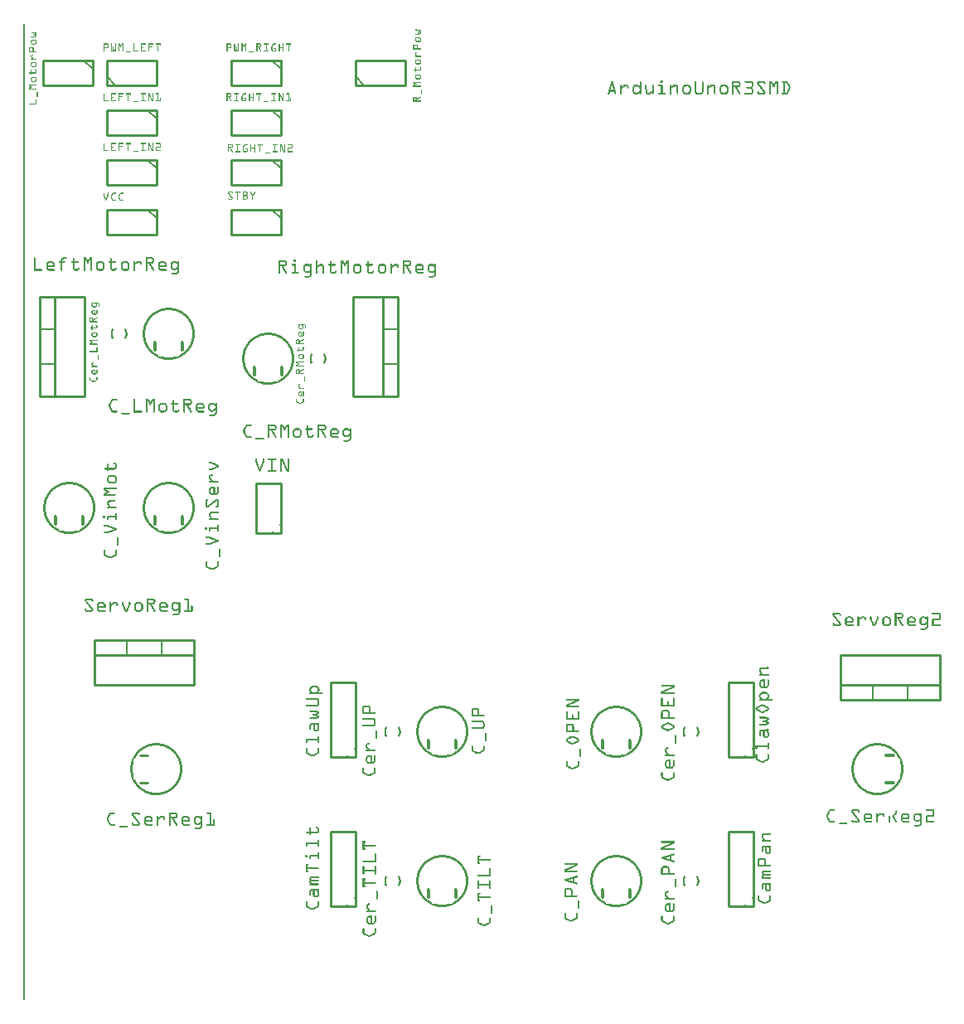
<source format=gto>
G04 MADE WITH FRITZING*
G04 WWW.FRITZING.ORG*
G04 DOUBLE SIDED*
G04 HOLES PLATED*
G04 CONTOUR ON CENTER OF CONTOUR VECTOR*
%ASAXBY*%
%FSLAX23Y23*%
%MOIN*%
%OFA0B0*%
%SFA1.0B1.0*%
%ADD10C,0.010000*%
%ADD11C,0.005000*%
%ADD12C,0.011000*%
%ADD13R,0.001000X0.001000*%
%LNSILK1*%
G90*
G70*
G54D10*
X1040Y1888D02*
X1040Y2089D01*
D02*
X1040Y2089D02*
X940Y2089D01*
D02*
X940Y2089D02*
X940Y1888D01*
D02*
X940Y1888D02*
X1040Y1888D01*
D02*
X284Y3788D02*
X84Y3788D01*
D02*
X84Y3788D02*
X84Y3688D01*
D02*
X84Y3688D02*
X284Y3688D01*
D02*
X284Y3688D02*
X284Y3788D01*
G54D11*
D02*
X249Y3788D02*
X284Y3753D01*
G54D10*
D02*
X1340Y3688D02*
X1540Y3688D01*
D02*
X1540Y3688D02*
X1540Y3788D01*
D02*
X1540Y3788D02*
X1340Y3788D01*
D02*
X1340Y3788D02*
X1340Y3688D01*
G54D11*
D02*
X1375Y3688D02*
X1340Y3723D01*
G54D10*
D02*
X540Y3188D02*
X340Y3188D01*
D02*
X340Y3188D02*
X340Y3088D01*
D02*
X340Y3088D02*
X540Y3088D01*
D02*
X540Y3088D02*
X540Y3188D01*
G54D11*
D02*
X505Y3188D02*
X540Y3153D01*
G54D10*
D02*
X1040Y3388D02*
X840Y3388D01*
D02*
X840Y3388D02*
X840Y3288D01*
D02*
X840Y3288D02*
X1040Y3288D01*
D02*
X1040Y3288D02*
X1040Y3388D01*
G54D11*
D02*
X1005Y3388D02*
X1040Y3353D01*
G54D10*
D02*
X1040Y3588D02*
X840Y3588D01*
D02*
X840Y3588D02*
X840Y3488D01*
D02*
X840Y3488D02*
X1040Y3488D01*
D02*
X1040Y3488D02*
X1040Y3588D01*
G54D11*
D02*
X1005Y3588D02*
X1040Y3553D01*
G54D10*
D02*
X1040Y3788D02*
X840Y3788D01*
D02*
X840Y3788D02*
X840Y3688D01*
D02*
X840Y3688D02*
X1040Y3688D01*
D02*
X1040Y3688D02*
X1040Y3788D01*
G54D11*
D02*
X1005Y3788D02*
X1040Y3753D01*
G54D10*
D02*
X1040Y3188D02*
X840Y3188D01*
D02*
X840Y3188D02*
X840Y3088D01*
D02*
X840Y3088D02*
X1040Y3088D01*
D02*
X1040Y3088D02*
X1040Y3188D01*
G54D11*
D02*
X1005Y3188D02*
X1040Y3153D01*
G54D10*
D02*
X540Y3388D02*
X340Y3388D01*
D02*
X340Y3388D02*
X340Y3288D01*
D02*
X340Y3288D02*
X540Y3288D01*
D02*
X540Y3288D02*
X540Y3388D01*
G54D11*
D02*
X505Y3388D02*
X540Y3353D01*
G54D10*
D02*
X540Y3588D02*
X340Y3588D01*
D02*
X340Y3588D02*
X340Y3488D01*
D02*
X340Y3488D02*
X540Y3488D01*
D02*
X540Y3488D02*
X540Y3588D01*
G54D11*
D02*
X505Y3588D02*
X540Y3553D01*
G54D10*
D02*
X340Y3688D02*
X540Y3688D01*
D02*
X540Y3688D02*
X540Y3788D01*
D02*
X540Y3788D02*
X340Y3788D01*
D02*
X340Y3788D02*
X340Y3688D01*
G54D11*
D02*
X375Y3688D02*
X340Y3723D01*
G54D10*
D02*
X290Y1458D02*
X690Y1458D01*
D02*
X690Y1458D02*
X690Y1278D01*
D02*
X690Y1278D02*
X290Y1278D01*
D02*
X290Y1278D02*
X290Y1458D01*
D02*
X290Y1458D02*
X690Y1458D01*
D02*
X690Y1458D02*
X690Y1398D01*
D02*
X690Y1398D02*
X290Y1398D01*
D02*
X290Y1398D02*
X290Y1458D01*
G54D11*
D02*
X420Y1458D02*
X420Y1398D01*
D02*
X560Y1458D02*
X560Y1398D01*
G54D10*
D02*
X3690Y1218D02*
X3290Y1218D01*
D02*
X3290Y1218D02*
X3290Y1398D01*
D02*
X3290Y1398D02*
X3690Y1398D01*
D02*
X3690Y1398D02*
X3690Y1218D01*
D02*
X3690Y1218D02*
X3290Y1218D01*
D02*
X3290Y1218D02*
X3290Y1278D01*
D02*
X3290Y1278D02*
X3690Y1278D01*
D02*
X3690Y1278D02*
X3690Y1218D01*
G54D11*
D02*
X3560Y1218D02*
X3560Y1278D01*
D02*
X3420Y1218D02*
X3420Y1278D01*
G54D10*
D02*
X1510Y2839D02*
X1510Y2439D01*
D02*
X1510Y2439D02*
X1330Y2439D01*
D02*
X1330Y2439D02*
X1330Y2839D01*
D02*
X1330Y2839D02*
X1510Y2839D01*
D02*
X1510Y2839D02*
X1510Y2439D01*
D02*
X1510Y2439D02*
X1450Y2439D01*
D02*
X1450Y2439D02*
X1450Y2839D01*
D02*
X1450Y2839D02*
X1510Y2839D01*
G54D11*
D02*
X1510Y2709D02*
X1450Y2709D01*
D02*
X1510Y2569D02*
X1450Y2569D01*
G54D10*
D02*
X70Y2439D02*
X70Y2839D01*
D02*
X70Y2839D02*
X250Y2839D01*
D02*
X250Y2839D02*
X250Y2439D01*
D02*
X250Y2439D02*
X70Y2439D01*
D02*
X70Y2439D02*
X70Y2839D01*
D02*
X70Y2839D02*
X130Y2839D01*
D02*
X130Y2839D02*
X130Y2439D01*
D02*
X130Y2439D02*
X70Y2439D01*
G54D11*
D02*
X70Y2569D02*
X130Y2569D01*
D02*
X70Y2709D02*
X130Y2709D01*
G54D10*
D02*
X2940Y388D02*
X2940Y688D01*
D02*
X2940Y688D02*
X2840Y688D01*
D02*
X2840Y688D02*
X2840Y388D01*
D02*
X2840Y388D02*
X2940Y388D01*
D02*
X2940Y988D02*
X2940Y1288D01*
D02*
X2940Y1288D02*
X2840Y1288D01*
D02*
X2840Y1288D02*
X2840Y988D01*
D02*
X2840Y988D02*
X2940Y988D01*
D02*
X1340Y388D02*
X1340Y688D01*
D02*
X1340Y688D02*
X1240Y688D01*
D02*
X1240Y688D02*
X1240Y388D01*
D02*
X1240Y388D02*
X1340Y388D01*
D02*
X1340Y988D02*
X1340Y1288D01*
D02*
X1340Y1288D02*
X1240Y1288D01*
D02*
X1240Y1288D02*
X1240Y988D01*
D02*
X1240Y988D02*
X1340Y988D01*
G54D12*
X475Y994D02*
X505Y994D01*
D02*
X475Y884D02*
X505Y884D01*
D02*
G54D13*
X4Y3933D02*
X11Y3933D01*
X4Y3932D02*
X11Y3932D01*
X4Y3931D02*
X11Y3931D01*
X4Y3930D02*
X11Y3930D01*
X4Y3929D02*
X11Y3929D01*
X4Y3928D02*
X11Y3928D01*
X4Y3927D02*
X11Y3927D01*
X4Y3926D02*
X11Y3926D01*
X4Y3925D02*
X11Y3925D01*
X4Y3924D02*
X11Y3924D01*
X4Y3923D02*
X11Y3923D01*
X4Y3922D02*
X11Y3922D01*
X4Y3921D02*
X11Y3921D01*
X4Y3920D02*
X11Y3920D01*
X4Y3919D02*
X11Y3919D01*
X4Y3918D02*
X11Y3918D01*
X4Y3917D02*
X11Y3917D01*
X4Y3916D02*
X11Y3916D01*
X4Y3915D02*
X11Y3915D01*
X4Y3914D02*
X11Y3914D01*
X4Y3913D02*
X11Y3913D01*
X1583Y3913D02*
X1586Y3913D01*
X4Y3912D02*
X11Y3912D01*
X1582Y3912D02*
X1598Y3912D01*
X4Y3911D02*
X11Y3911D01*
X1581Y3911D02*
X1601Y3911D01*
X4Y3910D02*
X11Y3910D01*
X1582Y3910D02*
X1603Y3910D01*
X4Y3909D02*
X11Y3909D01*
X1583Y3909D02*
X1604Y3909D01*
X4Y3908D02*
X11Y3908D01*
X1597Y3908D02*
X1604Y3908D01*
X4Y3907D02*
X11Y3907D01*
X1599Y3907D02*
X1604Y3907D01*
X4Y3906D02*
X11Y3906D01*
X1598Y3906D02*
X1604Y3906D01*
X4Y3905D02*
X11Y3905D01*
X1596Y3905D02*
X1603Y3905D01*
X4Y3904D02*
X11Y3904D01*
X1589Y3904D02*
X1602Y3904D01*
X4Y3903D02*
X11Y3903D01*
X1588Y3903D02*
X1600Y3903D01*
X4Y3902D02*
X11Y3902D01*
X37Y3902D02*
X51Y3902D01*
X1588Y3902D02*
X1599Y3902D01*
X4Y3901D02*
X11Y3901D01*
X36Y3901D02*
X55Y3901D01*
X1589Y3901D02*
X1601Y3901D01*
X4Y3900D02*
X11Y3900D01*
X36Y3900D02*
X58Y3900D01*
X1595Y3900D02*
X1603Y3900D01*
X4Y3899D02*
X11Y3899D01*
X37Y3899D02*
X59Y3899D01*
X1597Y3899D02*
X1604Y3899D01*
X4Y3898D02*
X11Y3898D01*
X51Y3898D02*
X59Y3898D01*
X1599Y3898D02*
X1604Y3898D01*
X4Y3897D02*
X11Y3897D01*
X54Y3897D02*
X59Y3897D01*
X1598Y3897D02*
X1604Y3897D01*
X4Y3896D02*
X11Y3896D01*
X53Y3896D02*
X59Y3896D01*
X1592Y3896D02*
X1604Y3896D01*
X4Y3895D02*
X11Y3895D01*
X52Y3895D02*
X59Y3895D01*
X1582Y3895D02*
X1604Y3895D01*
X4Y3894D02*
X11Y3894D01*
X45Y3894D02*
X57Y3894D01*
X1581Y3894D02*
X1602Y3894D01*
X4Y3893D02*
X11Y3893D01*
X44Y3893D02*
X56Y3893D01*
X1581Y3893D02*
X1599Y3893D01*
X4Y3892D02*
X11Y3892D01*
X43Y3892D02*
X54Y3892D01*
X1582Y3892D02*
X1595Y3892D01*
X4Y3891D02*
X11Y3891D01*
X44Y3891D02*
X56Y3891D01*
X4Y3890D02*
X11Y3890D01*
X45Y3890D02*
X57Y3890D01*
X4Y3889D02*
X11Y3889D01*
X52Y3889D02*
X59Y3889D01*
X4Y3888D02*
X11Y3888D01*
X53Y3888D02*
X59Y3888D01*
X4Y3887D02*
X11Y3887D01*
X54Y3887D02*
X59Y3887D01*
X4Y3886D02*
X11Y3886D01*
X51Y3886D02*
X59Y3886D01*
X4Y3885D02*
X11Y3885D01*
X37Y3885D02*
X59Y3885D01*
X4Y3884D02*
X11Y3884D01*
X36Y3884D02*
X58Y3884D01*
X4Y3883D02*
X11Y3883D01*
X36Y3883D02*
X55Y3883D01*
X4Y3882D02*
X11Y3882D01*
X37Y3882D02*
X51Y3882D01*
X1586Y3882D02*
X1599Y3882D01*
X4Y3881D02*
X11Y3881D01*
X1585Y3881D02*
X1601Y3881D01*
X4Y3880D02*
X11Y3880D01*
X1584Y3880D02*
X1602Y3880D01*
X4Y3879D02*
X11Y3879D01*
X1583Y3879D02*
X1602Y3879D01*
X4Y3878D02*
X11Y3878D01*
X1582Y3878D02*
X1586Y3878D01*
X1599Y3878D02*
X1603Y3878D01*
X4Y3877D02*
X11Y3877D01*
X1582Y3877D02*
X1585Y3877D01*
X1600Y3877D02*
X1604Y3877D01*
X4Y3876D02*
X11Y3876D01*
X1581Y3876D02*
X1585Y3876D01*
X1600Y3876D02*
X1604Y3876D01*
X4Y3875D02*
X11Y3875D01*
X1581Y3875D02*
X1584Y3875D01*
X1601Y3875D02*
X1604Y3875D01*
X4Y3874D02*
X11Y3874D01*
X1581Y3874D02*
X1584Y3874D01*
X1601Y3874D02*
X1604Y3874D01*
X4Y3873D02*
X11Y3873D01*
X1581Y3873D02*
X1584Y3873D01*
X1601Y3873D02*
X1604Y3873D01*
X4Y3872D02*
X11Y3872D01*
X42Y3872D02*
X54Y3872D01*
X1581Y3872D02*
X1584Y3872D01*
X1601Y3872D02*
X1604Y3872D01*
X4Y3871D02*
X11Y3871D01*
X40Y3871D02*
X55Y3871D01*
X1581Y3871D02*
X1584Y3871D01*
X1601Y3871D02*
X1604Y3871D01*
X4Y3870D02*
X11Y3870D01*
X39Y3870D02*
X56Y3870D01*
X1581Y3870D02*
X1584Y3870D01*
X1601Y3870D02*
X1604Y3870D01*
X4Y3869D02*
X11Y3869D01*
X38Y3869D02*
X57Y3869D01*
X1581Y3869D02*
X1585Y3869D01*
X1601Y3869D02*
X1604Y3869D01*
X4Y3868D02*
X11Y3868D01*
X37Y3868D02*
X42Y3868D01*
X53Y3868D02*
X58Y3868D01*
X1581Y3868D02*
X1585Y3868D01*
X1600Y3868D02*
X1604Y3868D01*
X4Y3867D02*
X11Y3867D01*
X37Y3867D02*
X41Y3867D01*
X54Y3867D02*
X58Y3867D01*
X1582Y3867D02*
X1586Y3867D01*
X1599Y3867D02*
X1603Y3867D01*
X4Y3866D02*
X11Y3866D01*
X36Y3866D02*
X40Y3866D01*
X55Y3866D02*
X59Y3866D01*
X1582Y3866D02*
X1603Y3866D01*
X4Y3865D02*
X11Y3865D01*
X36Y3865D02*
X39Y3865D01*
X56Y3865D02*
X59Y3865D01*
X1583Y3865D02*
X1602Y3865D01*
X4Y3864D02*
X11Y3864D01*
X36Y3864D02*
X39Y3864D01*
X56Y3864D02*
X59Y3864D01*
X1584Y3864D02*
X1601Y3864D01*
X4Y3863D02*
X11Y3863D01*
X36Y3863D02*
X39Y3863D01*
X56Y3863D02*
X59Y3863D01*
X1585Y3863D02*
X1600Y3863D01*
X4Y3862D02*
X11Y3862D01*
X36Y3862D02*
X39Y3862D01*
X56Y3862D02*
X59Y3862D01*
X1588Y3862D02*
X1597Y3862D01*
X4Y3861D02*
X11Y3861D01*
X36Y3861D02*
X39Y3861D01*
X56Y3861D02*
X59Y3861D01*
X4Y3860D02*
X11Y3860D01*
X36Y3860D02*
X39Y3860D01*
X56Y3860D02*
X59Y3860D01*
X4Y3859D02*
X11Y3859D01*
X36Y3859D02*
X39Y3859D01*
X56Y3859D02*
X59Y3859D01*
X4Y3858D02*
X11Y3858D01*
X36Y3858D02*
X40Y3858D01*
X55Y3858D02*
X59Y3858D01*
X4Y3857D02*
X11Y3857D01*
X37Y3857D02*
X41Y3857D01*
X54Y3857D02*
X58Y3857D01*
X4Y3856D02*
X11Y3856D01*
X37Y3856D02*
X42Y3856D01*
X53Y3856D02*
X58Y3856D01*
X328Y3856D02*
X344Y3856D01*
X358Y3856D02*
X360Y3856D01*
X375Y3856D02*
X377Y3856D01*
X388Y3856D02*
X392Y3856D01*
X403Y3856D02*
X407Y3856D01*
X448Y3856D02*
X450Y3856D01*
X478Y3856D02*
X497Y3856D01*
X508Y3856D02*
X527Y3856D01*
X538Y3856D02*
X557Y3856D01*
X823Y3856D02*
X838Y3856D01*
X854Y3856D02*
X854Y3856D01*
X870Y3856D02*
X871Y3856D01*
X883Y3856D02*
X887Y3856D01*
X898Y3856D02*
X902Y3856D01*
X943Y3856D02*
X958Y3856D01*
X974Y3856D02*
X991Y3856D01*
X1013Y3856D02*
X1021Y3856D01*
X1034Y3856D02*
X1034Y3856D01*
X1050Y3856D02*
X1051Y3856D01*
X1063Y3856D02*
X1082Y3856D01*
X4Y3855D02*
X11Y3855D01*
X38Y3855D02*
X57Y3855D01*
X328Y3855D02*
X345Y3855D01*
X358Y3855D02*
X361Y3855D01*
X374Y3855D02*
X377Y3855D01*
X388Y3855D02*
X393Y3855D01*
X402Y3855D02*
X407Y3855D01*
X448Y3855D02*
X451Y3855D01*
X478Y3855D02*
X497Y3855D01*
X508Y3855D02*
X527Y3855D01*
X538Y3855D02*
X557Y3855D01*
X823Y3855D02*
X840Y3855D01*
X853Y3855D02*
X856Y3855D01*
X869Y3855D02*
X872Y3855D01*
X883Y3855D02*
X888Y3855D01*
X897Y3855D02*
X902Y3855D01*
X943Y3855D02*
X960Y3855D01*
X973Y3855D02*
X992Y3855D01*
X1011Y3855D02*
X1022Y3855D01*
X1033Y3855D02*
X1036Y3855D01*
X1049Y3855D02*
X1052Y3855D01*
X1063Y3855D02*
X1082Y3855D01*
X4Y3854D02*
X11Y3854D01*
X39Y3854D02*
X56Y3854D01*
X328Y3854D02*
X346Y3854D01*
X358Y3854D02*
X361Y3854D01*
X374Y3854D02*
X377Y3854D01*
X388Y3854D02*
X394Y3854D01*
X401Y3854D02*
X407Y3854D01*
X448Y3854D02*
X451Y3854D01*
X478Y3854D02*
X497Y3854D01*
X508Y3854D02*
X527Y3854D01*
X538Y3854D02*
X557Y3854D01*
X823Y3854D02*
X841Y3854D01*
X853Y3854D02*
X856Y3854D01*
X869Y3854D02*
X872Y3854D01*
X883Y3854D02*
X888Y3854D01*
X896Y3854D02*
X902Y3854D01*
X943Y3854D02*
X961Y3854D01*
X973Y3854D02*
X992Y3854D01*
X1010Y3854D02*
X1022Y3854D01*
X1033Y3854D02*
X1036Y3854D01*
X1049Y3854D02*
X1052Y3854D01*
X1063Y3854D02*
X1082Y3854D01*
X4Y3853D02*
X11Y3853D01*
X40Y3853D02*
X55Y3853D01*
X328Y3853D02*
X347Y3853D01*
X358Y3853D02*
X361Y3853D01*
X374Y3853D02*
X377Y3853D01*
X388Y3853D02*
X394Y3853D01*
X401Y3853D02*
X407Y3853D01*
X448Y3853D02*
X451Y3853D01*
X478Y3853D02*
X497Y3853D01*
X508Y3853D02*
X527Y3853D01*
X538Y3853D02*
X557Y3853D01*
X823Y3853D02*
X841Y3853D01*
X853Y3853D02*
X856Y3853D01*
X869Y3853D02*
X872Y3853D01*
X883Y3853D02*
X889Y3853D01*
X896Y3853D02*
X902Y3853D01*
X943Y3853D02*
X961Y3853D01*
X973Y3853D02*
X992Y3853D01*
X1009Y3853D02*
X1022Y3853D01*
X1033Y3853D02*
X1036Y3853D01*
X1049Y3853D02*
X1052Y3853D01*
X1063Y3853D02*
X1082Y3853D01*
X4Y3852D02*
X11Y3852D01*
X42Y3852D02*
X54Y3852D01*
X328Y3852D02*
X331Y3852D01*
X343Y3852D02*
X347Y3852D01*
X358Y3852D02*
X361Y3852D01*
X374Y3852D02*
X377Y3852D01*
X388Y3852D02*
X395Y3852D01*
X400Y3852D02*
X407Y3852D01*
X448Y3852D02*
X451Y3852D01*
X478Y3852D02*
X481Y3852D01*
X508Y3852D02*
X511Y3852D01*
X538Y3852D02*
X541Y3852D01*
X546Y3852D02*
X549Y3852D01*
X554Y3852D02*
X557Y3852D01*
X823Y3852D02*
X842Y3852D01*
X853Y3852D02*
X856Y3852D01*
X869Y3852D02*
X872Y3852D01*
X883Y3852D02*
X890Y3852D01*
X895Y3852D02*
X902Y3852D01*
X943Y3852D02*
X962Y3852D01*
X975Y3852D02*
X990Y3852D01*
X1009Y3852D02*
X1020Y3852D01*
X1033Y3852D02*
X1036Y3852D01*
X1049Y3852D02*
X1052Y3852D01*
X1063Y3852D02*
X1082Y3852D01*
X1576Y3852D02*
X1588Y3852D01*
X4Y3851D02*
X11Y3851D01*
X328Y3851D02*
X331Y3851D01*
X344Y3851D02*
X347Y3851D01*
X358Y3851D02*
X361Y3851D01*
X374Y3851D02*
X377Y3851D01*
X388Y3851D02*
X396Y3851D01*
X399Y3851D02*
X407Y3851D01*
X448Y3851D02*
X451Y3851D01*
X478Y3851D02*
X481Y3851D01*
X508Y3851D02*
X511Y3851D01*
X538Y3851D02*
X541Y3851D01*
X546Y3851D02*
X549Y3851D01*
X554Y3851D02*
X557Y3851D01*
X823Y3851D02*
X826Y3851D01*
X839Y3851D02*
X842Y3851D01*
X853Y3851D02*
X856Y3851D01*
X869Y3851D02*
X872Y3851D01*
X883Y3851D02*
X890Y3851D01*
X894Y3851D02*
X902Y3851D01*
X943Y3851D02*
X946Y3851D01*
X959Y3851D02*
X962Y3851D01*
X981Y3851D02*
X984Y3851D01*
X1008Y3851D02*
X1012Y3851D01*
X1033Y3851D02*
X1036Y3851D01*
X1049Y3851D02*
X1052Y3851D01*
X1063Y3851D02*
X1066Y3851D01*
X1071Y3851D02*
X1074Y3851D01*
X1079Y3851D02*
X1082Y3851D01*
X1574Y3851D02*
X1589Y3851D01*
X4Y3850D02*
X11Y3850D01*
X328Y3850D02*
X331Y3850D01*
X344Y3850D02*
X347Y3850D01*
X358Y3850D02*
X361Y3850D01*
X374Y3850D02*
X377Y3850D01*
X388Y3850D02*
X397Y3850D01*
X399Y3850D02*
X407Y3850D01*
X448Y3850D02*
X451Y3850D01*
X478Y3850D02*
X481Y3850D01*
X508Y3850D02*
X511Y3850D01*
X538Y3850D02*
X541Y3850D01*
X546Y3850D02*
X549Y3850D01*
X554Y3850D02*
X557Y3850D01*
X823Y3850D02*
X826Y3850D01*
X839Y3850D02*
X842Y3850D01*
X853Y3850D02*
X856Y3850D01*
X869Y3850D02*
X872Y3850D01*
X883Y3850D02*
X891Y3850D01*
X894Y3850D02*
X902Y3850D01*
X943Y3850D02*
X946Y3850D01*
X959Y3850D02*
X962Y3850D01*
X981Y3850D02*
X984Y3850D01*
X1007Y3850D02*
X1011Y3850D01*
X1033Y3850D02*
X1036Y3850D01*
X1049Y3850D02*
X1052Y3850D01*
X1063Y3850D02*
X1066Y3850D01*
X1071Y3850D02*
X1074Y3850D01*
X1079Y3850D02*
X1082Y3850D01*
X1574Y3850D02*
X1590Y3850D01*
X4Y3849D02*
X11Y3849D01*
X328Y3849D02*
X331Y3849D01*
X344Y3849D02*
X347Y3849D01*
X358Y3849D02*
X361Y3849D01*
X374Y3849D02*
X377Y3849D01*
X388Y3849D02*
X391Y3849D01*
X393Y3849D02*
X402Y3849D01*
X404Y3849D02*
X407Y3849D01*
X448Y3849D02*
X451Y3849D01*
X478Y3849D02*
X481Y3849D01*
X508Y3849D02*
X511Y3849D01*
X539Y3849D02*
X539Y3849D01*
X546Y3849D02*
X549Y3849D01*
X555Y3849D02*
X556Y3849D01*
X823Y3849D02*
X826Y3849D01*
X839Y3849D02*
X842Y3849D01*
X853Y3849D02*
X856Y3849D01*
X869Y3849D02*
X872Y3849D01*
X883Y3849D02*
X886Y3849D01*
X888Y3849D02*
X897Y3849D01*
X899Y3849D02*
X902Y3849D01*
X943Y3849D02*
X946Y3849D01*
X959Y3849D02*
X962Y3849D01*
X981Y3849D02*
X984Y3849D01*
X1006Y3849D02*
X1011Y3849D01*
X1033Y3849D02*
X1036Y3849D01*
X1049Y3849D02*
X1052Y3849D01*
X1063Y3849D02*
X1065Y3849D01*
X1071Y3849D02*
X1074Y3849D01*
X1080Y3849D02*
X1082Y3849D01*
X1573Y3849D02*
X1591Y3849D01*
X4Y3848D02*
X11Y3848D01*
X328Y3848D02*
X331Y3848D01*
X344Y3848D02*
X347Y3848D01*
X358Y3848D02*
X361Y3848D01*
X374Y3848D02*
X377Y3848D01*
X388Y3848D02*
X391Y3848D01*
X394Y3848D02*
X401Y3848D01*
X404Y3848D02*
X407Y3848D01*
X448Y3848D02*
X451Y3848D01*
X478Y3848D02*
X481Y3848D01*
X508Y3848D02*
X511Y3848D01*
X546Y3848D02*
X549Y3848D01*
X823Y3848D02*
X826Y3848D01*
X839Y3848D02*
X842Y3848D01*
X853Y3848D02*
X856Y3848D01*
X869Y3848D02*
X872Y3848D01*
X883Y3848D02*
X886Y3848D01*
X888Y3848D02*
X896Y3848D01*
X899Y3848D02*
X902Y3848D01*
X943Y3848D02*
X946Y3848D01*
X959Y3848D02*
X962Y3848D01*
X981Y3848D02*
X984Y3848D01*
X1005Y3848D02*
X1010Y3848D01*
X1033Y3848D02*
X1036Y3848D01*
X1049Y3848D02*
X1052Y3848D01*
X1071Y3848D02*
X1074Y3848D01*
X1573Y3848D02*
X1576Y3848D01*
X1587Y3848D02*
X1591Y3848D01*
X4Y3847D02*
X11Y3847D01*
X328Y3847D02*
X331Y3847D01*
X344Y3847D02*
X347Y3847D01*
X358Y3847D02*
X361Y3847D01*
X374Y3847D02*
X377Y3847D01*
X388Y3847D02*
X391Y3847D01*
X394Y3847D02*
X401Y3847D01*
X404Y3847D02*
X407Y3847D01*
X448Y3847D02*
X451Y3847D01*
X478Y3847D02*
X481Y3847D01*
X508Y3847D02*
X511Y3847D01*
X546Y3847D02*
X549Y3847D01*
X823Y3847D02*
X826Y3847D01*
X839Y3847D02*
X842Y3847D01*
X853Y3847D02*
X856Y3847D01*
X869Y3847D02*
X872Y3847D01*
X883Y3847D02*
X886Y3847D01*
X889Y3847D02*
X896Y3847D01*
X899Y3847D02*
X902Y3847D01*
X943Y3847D02*
X946Y3847D01*
X959Y3847D02*
X962Y3847D01*
X981Y3847D02*
X984Y3847D01*
X1005Y3847D02*
X1009Y3847D01*
X1033Y3847D02*
X1036Y3847D01*
X1049Y3847D02*
X1052Y3847D01*
X1071Y3847D02*
X1074Y3847D01*
X1572Y3847D02*
X1576Y3847D01*
X1588Y3847D02*
X1591Y3847D01*
X4Y3846D02*
X11Y3846D01*
X328Y3846D02*
X331Y3846D01*
X344Y3846D02*
X347Y3846D01*
X358Y3846D02*
X361Y3846D01*
X374Y3846D02*
X377Y3846D01*
X388Y3846D02*
X391Y3846D01*
X395Y3846D02*
X400Y3846D01*
X404Y3846D02*
X407Y3846D01*
X448Y3846D02*
X451Y3846D01*
X478Y3846D02*
X481Y3846D01*
X508Y3846D02*
X511Y3846D01*
X546Y3846D02*
X549Y3846D01*
X823Y3846D02*
X826Y3846D01*
X839Y3846D02*
X842Y3846D01*
X853Y3846D02*
X856Y3846D01*
X869Y3846D02*
X872Y3846D01*
X883Y3846D02*
X886Y3846D01*
X890Y3846D02*
X895Y3846D01*
X899Y3846D02*
X902Y3846D01*
X943Y3846D02*
X946Y3846D01*
X958Y3846D02*
X962Y3846D01*
X981Y3846D02*
X984Y3846D01*
X1004Y3846D02*
X1008Y3846D01*
X1033Y3846D02*
X1036Y3846D01*
X1049Y3846D02*
X1052Y3846D01*
X1071Y3846D02*
X1074Y3846D01*
X1572Y3846D02*
X1576Y3846D01*
X1588Y3846D02*
X1592Y3846D01*
X4Y3845D02*
X11Y3845D01*
X328Y3845D02*
X331Y3845D01*
X344Y3845D02*
X347Y3845D01*
X358Y3845D02*
X361Y3845D01*
X366Y3845D02*
X369Y3845D01*
X374Y3845D02*
X377Y3845D01*
X388Y3845D02*
X391Y3845D01*
X396Y3845D02*
X399Y3845D01*
X404Y3845D02*
X407Y3845D01*
X448Y3845D02*
X451Y3845D01*
X478Y3845D02*
X481Y3845D01*
X508Y3845D02*
X523Y3845D01*
X546Y3845D02*
X549Y3845D01*
X823Y3845D02*
X826Y3845D01*
X839Y3845D02*
X842Y3845D01*
X853Y3845D02*
X856Y3845D01*
X861Y3845D02*
X863Y3845D01*
X869Y3845D02*
X872Y3845D01*
X883Y3845D02*
X886Y3845D01*
X890Y3845D02*
X894Y3845D01*
X899Y3845D02*
X902Y3845D01*
X943Y3845D02*
X962Y3845D01*
X981Y3845D02*
X984Y3845D01*
X1003Y3845D02*
X1007Y3845D01*
X1033Y3845D02*
X1036Y3845D01*
X1049Y3845D02*
X1052Y3845D01*
X1071Y3845D02*
X1074Y3845D01*
X1572Y3845D02*
X1576Y3845D01*
X1588Y3845D02*
X1592Y3845D01*
X4Y3844D02*
X11Y3844D01*
X328Y3844D02*
X331Y3844D01*
X344Y3844D02*
X347Y3844D01*
X358Y3844D02*
X361Y3844D01*
X366Y3844D02*
X369Y3844D01*
X374Y3844D02*
X377Y3844D01*
X388Y3844D02*
X391Y3844D01*
X396Y3844D02*
X399Y3844D01*
X404Y3844D02*
X407Y3844D01*
X448Y3844D02*
X451Y3844D01*
X478Y3844D02*
X481Y3844D01*
X508Y3844D02*
X523Y3844D01*
X546Y3844D02*
X549Y3844D01*
X823Y3844D02*
X826Y3844D01*
X839Y3844D02*
X842Y3844D01*
X853Y3844D02*
X856Y3844D01*
X861Y3844D02*
X864Y3844D01*
X869Y3844D02*
X872Y3844D01*
X883Y3844D02*
X886Y3844D01*
X891Y3844D02*
X894Y3844D01*
X899Y3844D02*
X902Y3844D01*
X943Y3844D02*
X961Y3844D01*
X981Y3844D02*
X984Y3844D01*
X1003Y3844D02*
X1007Y3844D01*
X1033Y3844D02*
X1036Y3844D01*
X1049Y3844D02*
X1052Y3844D01*
X1071Y3844D02*
X1074Y3844D01*
X1572Y3844D02*
X1576Y3844D01*
X1588Y3844D02*
X1592Y3844D01*
X4Y3843D02*
X11Y3843D01*
X328Y3843D02*
X331Y3843D01*
X344Y3843D02*
X347Y3843D01*
X358Y3843D02*
X361Y3843D01*
X366Y3843D02*
X369Y3843D01*
X374Y3843D02*
X377Y3843D01*
X388Y3843D02*
X391Y3843D01*
X396Y3843D02*
X399Y3843D01*
X404Y3843D02*
X407Y3843D01*
X448Y3843D02*
X451Y3843D01*
X478Y3843D02*
X481Y3843D01*
X508Y3843D02*
X523Y3843D01*
X546Y3843D02*
X549Y3843D01*
X823Y3843D02*
X826Y3843D01*
X839Y3843D02*
X842Y3843D01*
X853Y3843D02*
X856Y3843D01*
X861Y3843D02*
X864Y3843D01*
X869Y3843D02*
X872Y3843D01*
X883Y3843D02*
X886Y3843D01*
X891Y3843D02*
X894Y3843D01*
X899Y3843D02*
X902Y3843D01*
X943Y3843D02*
X960Y3843D01*
X981Y3843D02*
X984Y3843D01*
X1003Y3843D02*
X1006Y3843D01*
X1033Y3843D02*
X1036Y3843D01*
X1049Y3843D02*
X1052Y3843D01*
X1071Y3843D02*
X1074Y3843D01*
X1572Y3843D02*
X1576Y3843D01*
X1588Y3843D02*
X1592Y3843D01*
X4Y3842D02*
X11Y3842D01*
X32Y3842D02*
X42Y3842D01*
X328Y3842D02*
X331Y3842D01*
X344Y3842D02*
X347Y3842D01*
X358Y3842D02*
X361Y3842D01*
X366Y3842D02*
X369Y3842D01*
X374Y3842D02*
X377Y3842D01*
X388Y3842D02*
X391Y3842D01*
X397Y3842D02*
X398Y3842D01*
X404Y3842D02*
X407Y3842D01*
X448Y3842D02*
X451Y3842D01*
X478Y3842D02*
X488Y3842D01*
X508Y3842D02*
X522Y3842D01*
X546Y3842D02*
X549Y3842D01*
X823Y3842D02*
X826Y3842D01*
X839Y3842D02*
X842Y3842D01*
X853Y3842D02*
X856Y3842D01*
X861Y3842D02*
X864Y3842D01*
X869Y3842D02*
X872Y3842D01*
X883Y3842D02*
X886Y3842D01*
X891Y3842D02*
X893Y3842D01*
X899Y3842D02*
X902Y3842D01*
X943Y3842D02*
X959Y3842D01*
X981Y3842D02*
X984Y3842D01*
X1003Y3842D02*
X1006Y3842D01*
X1033Y3842D02*
X1052Y3842D01*
X1071Y3842D02*
X1074Y3842D01*
X1572Y3842D02*
X1576Y3842D01*
X1588Y3842D02*
X1592Y3842D01*
X4Y3841D02*
X11Y3841D01*
X30Y3841D02*
X44Y3841D01*
X328Y3841D02*
X331Y3841D01*
X343Y3841D02*
X347Y3841D01*
X358Y3841D02*
X361Y3841D01*
X366Y3841D02*
X369Y3841D01*
X374Y3841D02*
X377Y3841D01*
X388Y3841D02*
X391Y3841D01*
X404Y3841D02*
X407Y3841D01*
X448Y3841D02*
X451Y3841D01*
X478Y3841D02*
X489Y3841D01*
X508Y3841D02*
X511Y3841D01*
X546Y3841D02*
X549Y3841D01*
X823Y3841D02*
X826Y3841D01*
X838Y3841D02*
X842Y3841D01*
X853Y3841D02*
X856Y3841D01*
X861Y3841D02*
X864Y3841D01*
X869Y3841D02*
X872Y3841D01*
X883Y3841D02*
X886Y3841D01*
X899Y3841D02*
X902Y3841D01*
X943Y3841D02*
X946Y3841D01*
X950Y3841D02*
X954Y3841D01*
X981Y3841D02*
X984Y3841D01*
X1003Y3841D02*
X1006Y3841D01*
X1033Y3841D02*
X1052Y3841D01*
X1071Y3841D02*
X1074Y3841D01*
X1572Y3841D02*
X1576Y3841D01*
X1588Y3841D02*
X1592Y3841D01*
X4Y3840D02*
X11Y3840D01*
X29Y3840D02*
X45Y3840D01*
X328Y3840D02*
X347Y3840D01*
X358Y3840D02*
X361Y3840D01*
X366Y3840D02*
X369Y3840D01*
X374Y3840D02*
X377Y3840D01*
X388Y3840D02*
X391Y3840D01*
X404Y3840D02*
X407Y3840D01*
X448Y3840D02*
X451Y3840D01*
X478Y3840D02*
X489Y3840D01*
X508Y3840D02*
X511Y3840D01*
X546Y3840D02*
X549Y3840D01*
X823Y3840D02*
X842Y3840D01*
X853Y3840D02*
X856Y3840D01*
X861Y3840D02*
X864Y3840D01*
X869Y3840D02*
X872Y3840D01*
X883Y3840D02*
X886Y3840D01*
X899Y3840D02*
X902Y3840D01*
X943Y3840D02*
X946Y3840D01*
X950Y3840D02*
X954Y3840D01*
X981Y3840D02*
X984Y3840D01*
X1003Y3840D02*
X1006Y3840D01*
X1033Y3840D02*
X1052Y3840D01*
X1071Y3840D02*
X1074Y3840D01*
X1572Y3840D02*
X1576Y3840D01*
X1588Y3840D02*
X1592Y3840D01*
X4Y3839D02*
X11Y3839D01*
X28Y3839D02*
X46Y3839D01*
X328Y3839D02*
X346Y3839D01*
X358Y3839D02*
X361Y3839D01*
X366Y3839D02*
X369Y3839D01*
X374Y3839D02*
X377Y3839D01*
X388Y3839D02*
X391Y3839D01*
X404Y3839D02*
X407Y3839D01*
X448Y3839D02*
X451Y3839D01*
X478Y3839D02*
X489Y3839D01*
X508Y3839D02*
X511Y3839D01*
X546Y3839D02*
X549Y3839D01*
X823Y3839D02*
X841Y3839D01*
X853Y3839D02*
X856Y3839D01*
X861Y3839D02*
X864Y3839D01*
X869Y3839D02*
X872Y3839D01*
X883Y3839D02*
X886Y3839D01*
X899Y3839D02*
X902Y3839D01*
X943Y3839D02*
X946Y3839D01*
X951Y3839D02*
X955Y3839D01*
X981Y3839D02*
X984Y3839D01*
X1003Y3839D02*
X1006Y3839D01*
X1033Y3839D02*
X1052Y3839D01*
X1071Y3839D02*
X1074Y3839D01*
X1572Y3839D02*
X1576Y3839D01*
X1588Y3839D02*
X1592Y3839D01*
X4Y3838D02*
X11Y3838D01*
X28Y3838D02*
X32Y3838D01*
X42Y3838D02*
X46Y3838D01*
X328Y3838D02*
X345Y3838D01*
X358Y3838D02*
X361Y3838D01*
X366Y3838D02*
X369Y3838D01*
X374Y3838D02*
X377Y3838D01*
X388Y3838D02*
X391Y3838D01*
X404Y3838D02*
X407Y3838D01*
X448Y3838D02*
X451Y3838D01*
X478Y3838D02*
X481Y3838D01*
X508Y3838D02*
X511Y3838D01*
X546Y3838D02*
X549Y3838D01*
X823Y3838D02*
X840Y3838D01*
X853Y3838D02*
X856Y3838D01*
X861Y3838D02*
X864Y3838D01*
X869Y3838D02*
X872Y3838D01*
X883Y3838D02*
X886Y3838D01*
X899Y3838D02*
X902Y3838D01*
X943Y3838D02*
X946Y3838D01*
X952Y3838D02*
X956Y3838D01*
X981Y3838D02*
X984Y3838D01*
X1003Y3838D02*
X1006Y3838D01*
X1014Y3838D02*
X1022Y3838D01*
X1033Y3838D02*
X1052Y3838D01*
X1071Y3838D02*
X1074Y3838D01*
X1572Y3838D02*
X1576Y3838D01*
X1588Y3838D02*
X1592Y3838D01*
X4Y3837D02*
X11Y3837D01*
X27Y3837D02*
X31Y3837D01*
X43Y3837D02*
X46Y3837D01*
X328Y3837D02*
X344Y3837D01*
X358Y3837D02*
X361Y3837D01*
X366Y3837D02*
X369Y3837D01*
X374Y3837D02*
X377Y3837D01*
X388Y3837D02*
X391Y3837D01*
X404Y3837D02*
X407Y3837D01*
X448Y3837D02*
X451Y3837D01*
X478Y3837D02*
X481Y3837D01*
X508Y3837D02*
X511Y3837D01*
X546Y3837D02*
X549Y3837D01*
X823Y3837D02*
X839Y3837D01*
X853Y3837D02*
X856Y3837D01*
X861Y3837D02*
X864Y3837D01*
X869Y3837D02*
X872Y3837D01*
X883Y3837D02*
X886Y3837D01*
X899Y3837D02*
X902Y3837D01*
X943Y3837D02*
X946Y3837D01*
X952Y3837D02*
X956Y3837D01*
X981Y3837D02*
X984Y3837D01*
X1003Y3837D02*
X1006Y3837D01*
X1013Y3837D02*
X1022Y3837D01*
X1033Y3837D02*
X1036Y3837D01*
X1049Y3837D02*
X1052Y3837D01*
X1071Y3837D02*
X1074Y3837D01*
X1572Y3837D02*
X1576Y3837D01*
X1588Y3837D02*
X1592Y3837D01*
X4Y3836D02*
X11Y3836D01*
X27Y3836D02*
X31Y3836D01*
X43Y3836D02*
X47Y3836D01*
X328Y3836D02*
X331Y3836D01*
X358Y3836D02*
X361Y3836D01*
X366Y3836D02*
X369Y3836D01*
X374Y3836D02*
X377Y3836D01*
X388Y3836D02*
X391Y3836D01*
X404Y3836D02*
X407Y3836D01*
X448Y3836D02*
X451Y3836D01*
X478Y3836D02*
X481Y3836D01*
X508Y3836D02*
X511Y3836D01*
X546Y3836D02*
X549Y3836D01*
X823Y3836D02*
X826Y3836D01*
X853Y3836D02*
X856Y3836D01*
X861Y3836D02*
X864Y3836D01*
X869Y3836D02*
X872Y3836D01*
X883Y3836D02*
X886Y3836D01*
X899Y3836D02*
X902Y3836D01*
X943Y3836D02*
X946Y3836D01*
X953Y3836D02*
X957Y3836D01*
X981Y3836D02*
X984Y3836D01*
X1003Y3836D02*
X1006Y3836D01*
X1013Y3836D02*
X1022Y3836D01*
X1033Y3836D02*
X1036Y3836D01*
X1049Y3836D02*
X1052Y3836D01*
X1071Y3836D02*
X1074Y3836D01*
X1572Y3836D02*
X1603Y3836D01*
X4Y3835D02*
X11Y3835D01*
X27Y3835D02*
X31Y3835D01*
X43Y3835D02*
X47Y3835D01*
X328Y3835D02*
X331Y3835D01*
X358Y3835D02*
X361Y3835D01*
X366Y3835D02*
X369Y3835D01*
X374Y3835D02*
X377Y3835D01*
X388Y3835D02*
X391Y3835D01*
X404Y3835D02*
X407Y3835D01*
X448Y3835D02*
X451Y3835D01*
X478Y3835D02*
X481Y3835D01*
X508Y3835D02*
X511Y3835D01*
X546Y3835D02*
X549Y3835D01*
X823Y3835D02*
X826Y3835D01*
X853Y3835D02*
X856Y3835D01*
X861Y3835D02*
X864Y3835D01*
X869Y3835D02*
X872Y3835D01*
X883Y3835D02*
X886Y3835D01*
X899Y3835D02*
X902Y3835D01*
X943Y3835D02*
X946Y3835D01*
X953Y3835D02*
X957Y3835D01*
X981Y3835D02*
X984Y3835D01*
X1003Y3835D02*
X1006Y3835D01*
X1013Y3835D02*
X1022Y3835D01*
X1033Y3835D02*
X1036Y3835D01*
X1049Y3835D02*
X1052Y3835D01*
X1071Y3835D02*
X1074Y3835D01*
X1572Y3835D02*
X1604Y3835D01*
X4Y3834D02*
X11Y3834D01*
X27Y3834D02*
X31Y3834D01*
X43Y3834D02*
X47Y3834D01*
X328Y3834D02*
X331Y3834D01*
X358Y3834D02*
X361Y3834D01*
X366Y3834D02*
X369Y3834D01*
X374Y3834D02*
X377Y3834D01*
X388Y3834D02*
X391Y3834D01*
X404Y3834D02*
X407Y3834D01*
X448Y3834D02*
X451Y3834D01*
X478Y3834D02*
X481Y3834D01*
X508Y3834D02*
X511Y3834D01*
X546Y3834D02*
X549Y3834D01*
X823Y3834D02*
X826Y3834D01*
X853Y3834D02*
X856Y3834D01*
X861Y3834D02*
X864Y3834D01*
X869Y3834D02*
X872Y3834D01*
X883Y3834D02*
X886Y3834D01*
X899Y3834D02*
X902Y3834D01*
X943Y3834D02*
X946Y3834D01*
X954Y3834D02*
X958Y3834D01*
X981Y3834D02*
X984Y3834D01*
X1003Y3834D02*
X1006Y3834D01*
X1019Y3834D02*
X1022Y3834D01*
X1033Y3834D02*
X1036Y3834D01*
X1049Y3834D02*
X1052Y3834D01*
X1071Y3834D02*
X1074Y3834D01*
X1572Y3834D02*
X1604Y3834D01*
X4Y3833D02*
X11Y3833D01*
X27Y3833D02*
X31Y3833D01*
X43Y3833D02*
X47Y3833D01*
X328Y3833D02*
X331Y3833D01*
X358Y3833D02*
X361Y3833D01*
X366Y3833D02*
X369Y3833D01*
X374Y3833D02*
X377Y3833D01*
X388Y3833D02*
X391Y3833D01*
X404Y3833D02*
X407Y3833D01*
X448Y3833D02*
X451Y3833D01*
X478Y3833D02*
X481Y3833D01*
X508Y3833D02*
X511Y3833D01*
X546Y3833D02*
X549Y3833D01*
X823Y3833D02*
X826Y3833D01*
X853Y3833D02*
X856Y3833D01*
X861Y3833D02*
X864Y3833D01*
X869Y3833D02*
X872Y3833D01*
X883Y3833D02*
X886Y3833D01*
X899Y3833D02*
X902Y3833D01*
X943Y3833D02*
X946Y3833D01*
X955Y3833D02*
X958Y3833D01*
X981Y3833D02*
X984Y3833D01*
X1003Y3833D02*
X1006Y3833D01*
X1019Y3833D02*
X1022Y3833D01*
X1033Y3833D02*
X1036Y3833D01*
X1049Y3833D02*
X1052Y3833D01*
X1071Y3833D02*
X1074Y3833D01*
X1572Y3833D02*
X1604Y3833D01*
X4Y3832D02*
X11Y3832D01*
X27Y3832D02*
X31Y3832D01*
X43Y3832D02*
X47Y3832D01*
X328Y3832D02*
X331Y3832D01*
X358Y3832D02*
X361Y3832D01*
X366Y3832D02*
X369Y3832D01*
X374Y3832D02*
X377Y3832D01*
X388Y3832D02*
X391Y3832D01*
X404Y3832D02*
X407Y3832D01*
X448Y3832D02*
X451Y3832D01*
X478Y3832D02*
X481Y3832D01*
X508Y3832D02*
X511Y3832D01*
X546Y3832D02*
X549Y3832D01*
X823Y3832D02*
X826Y3832D01*
X853Y3832D02*
X856Y3832D01*
X861Y3832D02*
X864Y3832D01*
X869Y3832D02*
X872Y3832D01*
X883Y3832D02*
X886Y3832D01*
X899Y3832D02*
X902Y3832D01*
X943Y3832D02*
X946Y3832D01*
X955Y3832D02*
X959Y3832D01*
X981Y3832D02*
X984Y3832D01*
X1003Y3832D02*
X1006Y3832D01*
X1019Y3832D02*
X1022Y3832D01*
X1033Y3832D02*
X1036Y3832D01*
X1049Y3832D02*
X1052Y3832D01*
X1071Y3832D02*
X1074Y3832D01*
X1573Y3832D02*
X1602Y3832D01*
X4Y3831D02*
X11Y3831D01*
X27Y3831D02*
X31Y3831D01*
X43Y3831D02*
X47Y3831D01*
X328Y3831D02*
X331Y3831D01*
X358Y3831D02*
X361Y3831D01*
X366Y3831D02*
X369Y3831D01*
X374Y3831D02*
X377Y3831D01*
X388Y3831D02*
X391Y3831D01*
X404Y3831D02*
X407Y3831D01*
X448Y3831D02*
X451Y3831D01*
X478Y3831D02*
X481Y3831D01*
X508Y3831D02*
X511Y3831D01*
X546Y3831D02*
X549Y3831D01*
X823Y3831D02*
X826Y3831D01*
X853Y3831D02*
X856Y3831D01*
X861Y3831D02*
X864Y3831D01*
X869Y3831D02*
X872Y3831D01*
X883Y3831D02*
X886Y3831D01*
X899Y3831D02*
X902Y3831D01*
X943Y3831D02*
X946Y3831D01*
X956Y3831D02*
X960Y3831D01*
X981Y3831D02*
X984Y3831D01*
X1003Y3831D02*
X1006Y3831D01*
X1019Y3831D02*
X1022Y3831D01*
X1033Y3831D02*
X1036Y3831D01*
X1049Y3831D02*
X1052Y3831D01*
X1071Y3831D02*
X1074Y3831D01*
X4Y3830D02*
X11Y3830D01*
X27Y3830D02*
X31Y3830D01*
X43Y3830D02*
X47Y3830D01*
X328Y3830D02*
X331Y3830D01*
X358Y3830D02*
X361Y3830D01*
X366Y3830D02*
X369Y3830D01*
X374Y3830D02*
X377Y3830D01*
X388Y3830D02*
X391Y3830D01*
X404Y3830D02*
X407Y3830D01*
X448Y3830D02*
X451Y3830D01*
X478Y3830D02*
X481Y3830D01*
X508Y3830D02*
X511Y3830D01*
X546Y3830D02*
X549Y3830D01*
X823Y3830D02*
X826Y3830D01*
X853Y3830D02*
X856Y3830D01*
X861Y3830D02*
X864Y3830D01*
X869Y3830D02*
X872Y3830D01*
X883Y3830D02*
X886Y3830D01*
X899Y3830D02*
X902Y3830D01*
X943Y3830D02*
X946Y3830D01*
X956Y3830D02*
X960Y3830D01*
X981Y3830D02*
X984Y3830D01*
X1003Y3830D02*
X1006Y3830D01*
X1019Y3830D02*
X1022Y3830D01*
X1033Y3830D02*
X1036Y3830D01*
X1049Y3830D02*
X1052Y3830D01*
X1071Y3830D02*
X1074Y3830D01*
X4Y3829D02*
X11Y3829D01*
X27Y3829D02*
X31Y3829D01*
X43Y3829D02*
X47Y3829D01*
X328Y3829D02*
X331Y3829D01*
X358Y3829D02*
X362Y3829D01*
X365Y3829D02*
X370Y3829D01*
X373Y3829D02*
X377Y3829D01*
X388Y3829D02*
X391Y3829D01*
X404Y3829D02*
X407Y3829D01*
X448Y3829D02*
X451Y3829D01*
X478Y3829D02*
X481Y3829D01*
X508Y3829D02*
X511Y3829D01*
X546Y3829D02*
X549Y3829D01*
X823Y3829D02*
X826Y3829D01*
X853Y3829D02*
X856Y3829D01*
X860Y3829D02*
X865Y3829D01*
X869Y3829D02*
X872Y3829D01*
X883Y3829D02*
X886Y3829D01*
X899Y3829D02*
X902Y3829D01*
X943Y3829D02*
X946Y3829D01*
X957Y3829D02*
X961Y3829D01*
X981Y3829D02*
X984Y3829D01*
X1003Y3829D02*
X1006Y3829D01*
X1019Y3829D02*
X1022Y3829D01*
X1033Y3829D02*
X1036Y3829D01*
X1049Y3829D02*
X1052Y3829D01*
X1071Y3829D02*
X1074Y3829D01*
X4Y3828D02*
X11Y3828D01*
X27Y3828D02*
X31Y3828D01*
X43Y3828D02*
X47Y3828D01*
X328Y3828D02*
X331Y3828D01*
X358Y3828D02*
X377Y3828D01*
X388Y3828D02*
X391Y3828D01*
X404Y3828D02*
X407Y3828D01*
X448Y3828D02*
X466Y3828D01*
X478Y3828D02*
X496Y3828D01*
X508Y3828D02*
X511Y3828D01*
X546Y3828D02*
X549Y3828D01*
X823Y3828D02*
X826Y3828D01*
X853Y3828D02*
X857Y3828D01*
X859Y3828D02*
X865Y3828D01*
X868Y3828D02*
X872Y3828D01*
X883Y3828D02*
X886Y3828D01*
X899Y3828D02*
X902Y3828D01*
X943Y3828D02*
X946Y3828D01*
X957Y3828D02*
X961Y3828D01*
X980Y3828D02*
X984Y3828D01*
X1003Y3828D02*
X1007Y3828D01*
X1017Y3828D02*
X1022Y3828D01*
X1033Y3828D02*
X1036Y3828D01*
X1049Y3828D02*
X1052Y3828D01*
X1071Y3828D02*
X1074Y3828D01*
X4Y3827D02*
X11Y3827D01*
X27Y3827D02*
X31Y3827D01*
X43Y3827D02*
X47Y3827D01*
X328Y3827D02*
X331Y3827D01*
X359Y3827D02*
X376Y3827D01*
X388Y3827D02*
X391Y3827D01*
X404Y3827D02*
X407Y3827D01*
X448Y3827D02*
X467Y3827D01*
X478Y3827D02*
X497Y3827D01*
X508Y3827D02*
X511Y3827D01*
X546Y3827D02*
X549Y3827D01*
X823Y3827D02*
X826Y3827D01*
X854Y3827D02*
X871Y3827D01*
X883Y3827D02*
X886Y3827D01*
X899Y3827D02*
X902Y3827D01*
X943Y3827D02*
X946Y3827D01*
X958Y3827D02*
X962Y3827D01*
X973Y3827D02*
X992Y3827D01*
X1003Y3827D02*
X1021Y3827D01*
X1033Y3827D02*
X1036Y3827D01*
X1049Y3827D02*
X1052Y3827D01*
X1071Y3827D02*
X1074Y3827D01*
X4Y3826D02*
X11Y3826D01*
X27Y3826D02*
X31Y3826D01*
X43Y3826D02*
X47Y3826D01*
X328Y3826D02*
X331Y3826D01*
X359Y3826D02*
X376Y3826D01*
X388Y3826D02*
X391Y3826D01*
X404Y3826D02*
X407Y3826D01*
X448Y3826D02*
X467Y3826D01*
X478Y3826D02*
X497Y3826D01*
X508Y3826D02*
X511Y3826D01*
X546Y3826D02*
X549Y3826D01*
X823Y3826D02*
X826Y3826D01*
X854Y3826D02*
X871Y3826D01*
X883Y3826D02*
X886Y3826D01*
X899Y3826D02*
X902Y3826D01*
X943Y3826D02*
X946Y3826D01*
X959Y3826D02*
X962Y3826D01*
X973Y3826D02*
X992Y3826D01*
X1004Y3826D02*
X1021Y3826D01*
X1033Y3826D02*
X1036Y3826D01*
X1049Y3826D02*
X1052Y3826D01*
X1071Y3826D02*
X1074Y3826D01*
X4Y3825D02*
X11Y3825D01*
X27Y3825D02*
X58Y3825D01*
X328Y3825D02*
X330Y3825D01*
X360Y3825D02*
X375Y3825D01*
X388Y3825D02*
X390Y3825D01*
X405Y3825D02*
X407Y3825D01*
X448Y3825D02*
X467Y3825D01*
X478Y3825D02*
X497Y3825D01*
X508Y3825D02*
X510Y3825D01*
X546Y3825D02*
X549Y3825D01*
X823Y3825D02*
X826Y3825D01*
X855Y3825D02*
X870Y3825D01*
X883Y3825D02*
X886Y3825D01*
X899Y3825D02*
X902Y3825D01*
X943Y3825D02*
X946Y3825D01*
X959Y3825D02*
X962Y3825D01*
X973Y3825D02*
X992Y3825D01*
X1005Y3825D02*
X1020Y3825D01*
X1033Y3825D02*
X1036Y3825D01*
X1049Y3825D02*
X1052Y3825D01*
X1071Y3825D02*
X1074Y3825D01*
X4Y3824D02*
X11Y3824D01*
X27Y3824D02*
X59Y3824D01*
X419Y3824D02*
X436Y3824D01*
X824Y3824D02*
X825Y3824D01*
X856Y3824D02*
X861Y3824D01*
X864Y3824D02*
X869Y3824D01*
X884Y3824D02*
X885Y3824D01*
X900Y3824D02*
X901Y3824D01*
X944Y3824D02*
X945Y3824D01*
X960Y3824D02*
X961Y3824D01*
X974Y3824D02*
X991Y3824D01*
X1007Y3824D02*
X1018Y3824D01*
X1034Y3824D02*
X1035Y3824D01*
X1050Y3824D02*
X1051Y3824D01*
X1072Y3824D02*
X1073Y3824D01*
X4Y3823D02*
X11Y3823D01*
X27Y3823D02*
X59Y3823D01*
X418Y3823D02*
X437Y3823D01*
X913Y3823D02*
X932Y3823D01*
X4Y3822D02*
X11Y3822D01*
X27Y3822D02*
X58Y3822D01*
X418Y3822D02*
X437Y3822D01*
X913Y3822D02*
X932Y3822D01*
X1585Y3822D02*
X1589Y3822D01*
X4Y3821D02*
X11Y3821D01*
X418Y3821D02*
X437Y3821D01*
X913Y3821D02*
X932Y3821D01*
X1583Y3821D02*
X1590Y3821D01*
X4Y3820D02*
X11Y3820D01*
X419Y3820D02*
X436Y3820D01*
X913Y3820D02*
X931Y3820D01*
X1582Y3820D02*
X1590Y3820D01*
X4Y3819D02*
X11Y3819D01*
X1582Y3819D02*
X1589Y3819D01*
X4Y3818D02*
X11Y3818D01*
X1581Y3818D02*
X1585Y3818D01*
X4Y3817D02*
X11Y3817D01*
X1581Y3817D02*
X1585Y3817D01*
X4Y3816D02*
X11Y3816D01*
X1581Y3816D02*
X1584Y3816D01*
X4Y3815D02*
X11Y3815D01*
X1581Y3815D02*
X1584Y3815D01*
X4Y3814D02*
X11Y3814D01*
X1581Y3814D02*
X1584Y3814D01*
X4Y3813D02*
X11Y3813D01*
X1581Y3813D02*
X1585Y3813D01*
X4Y3812D02*
X11Y3812D01*
X40Y3812D02*
X44Y3812D01*
X1581Y3812D02*
X1585Y3812D01*
X4Y3811D02*
X11Y3811D01*
X39Y3811D02*
X45Y3811D01*
X1582Y3811D02*
X1586Y3811D01*
X4Y3810D02*
X11Y3810D01*
X38Y3810D02*
X45Y3810D01*
X1583Y3810D02*
X1587Y3810D01*
X4Y3809D02*
X11Y3809D01*
X37Y3809D02*
X44Y3809D01*
X1583Y3809D02*
X1588Y3809D01*
X4Y3808D02*
X11Y3808D01*
X37Y3808D02*
X41Y3808D01*
X1584Y3808D02*
X1589Y3808D01*
X4Y3807D02*
X11Y3807D01*
X36Y3807D02*
X40Y3807D01*
X1585Y3807D02*
X1590Y3807D01*
X4Y3806D02*
X11Y3806D01*
X36Y3806D02*
X39Y3806D01*
X1583Y3806D02*
X1603Y3806D01*
X4Y3805D02*
X11Y3805D01*
X36Y3805D02*
X39Y3805D01*
X1581Y3805D02*
X1604Y3805D01*
X4Y3804D02*
X11Y3804D01*
X36Y3804D02*
X39Y3804D01*
X1581Y3804D02*
X1604Y3804D01*
X4Y3803D02*
X11Y3803D01*
X36Y3803D02*
X39Y3803D01*
X1582Y3803D02*
X1604Y3803D01*
X4Y3802D02*
X11Y3802D01*
X36Y3802D02*
X40Y3802D01*
X1583Y3802D02*
X1602Y3802D01*
X4Y3801D02*
X11Y3801D01*
X36Y3801D02*
X41Y3801D01*
X4Y3800D02*
X11Y3800D01*
X37Y3800D02*
X42Y3800D01*
X4Y3799D02*
X11Y3799D01*
X38Y3799D02*
X43Y3799D01*
X4Y3798D02*
X11Y3798D01*
X39Y3798D02*
X44Y3798D01*
X4Y3797D02*
X11Y3797D01*
X40Y3797D02*
X44Y3797D01*
X4Y3796D02*
X11Y3796D01*
X40Y3796D02*
X45Y3796D01*
X4Y3795D02*
X11Y3795D01*
X37Y3795D02*
X58Y3795D01*
X4Y3794D02*
X11Y3794D01*
X36Y3794D02*
X59Y3794D01*
X4Y3793D02*
X11Y3793D01*
X36Y3793D02*
X59Y3793D01*
X4Y3792D02*
X11Y3792D01*
X37Y3792D02*
X58Y3792D01*
X1586Y3792D02*
X1599Y3792D01*
X4Y3791D02*
X11Y3791D01*
X1585Y3791D02*
X1601Y3791D01*
X4Y3790D02*
X11Y3790D01*
X1584Y3790D02*
X1602Y3790D01*
X4Y3789D02*
X11Y3789D01*
X1583Y3789D02*
X1602Y3789D01*
X4Y3788D02*
X11Y3788D01*
X1582Y3788D02*
X1586Y3788D01*
X1599Y3788D02*
X1603Y3788D01*
X4Y3787D02*
X11Y3787D01*
X1582Y3787D02*
X1585Y3787D01*
X1600Y3787D02*
X1604Y3787D01*
X4Y3786D02*
X11Y3786D01*
X1581Y3786D02*
X1585Y3786D01*
X1600Y3786D02*
X1604Y3786D01*
X4Y3785D02*
X11Y3785D01*
X1581Y3785D02*
X1584Y3785D01*
X1601Y3785D02*
X1604Y3785D01*
X4Y3784D02*
X11Y3784D01*
X1581Y3784D02*
X1584Y3784D01*
X1601Y3784D02*
X1604Y3784D01*
X4Y3783D02*
X11Y3783D01*
X1581Y3783D02*
X1584Y3783D01*
X1601Y3783D02*
X1604Y3783D01*
X4Y3782D02*
X11Y3782D01*
X42Y3782D02*
X54Y3782D01*
X1581Y3782D02*
X1584Y3782D01*
X1601Y3782D02*
X1604Y3782D01*
X4Y3781D02*
X11Y3781D01*
X40Y3781D02*
X55Y3781D01*
X1581Y3781D02*
X1584Y3781D01*
X1601Y3781D02*
X1604Y3781D01*
X4Y3780D02*
X11Y3780D01*
X39Y3780D02*
X56Y3780D01*
X1581Y3780D02*
X1584Y3780D01*
X1601Y3780D02*
X1604Y3780D01*
X4Y3779D02*
X11Y3779D01*
X38Y3779D02*
X57Y3779D01*
X1581Y3779D02*
X1585Y3779D01*
X1601Y3779D02*
X1604Y3779D01*
X4Y3778D02*
X11Y3778D01*
X37Y3778D02*
X42Y3778D01*
X53Y3778D02*
X58Y3778D01*
X1581Y3778D02*
X1585Y3778D01*
X1600Y3778D02*
X1604Y3778D01*
X4Y3777D02*
X11Y3777D01*
X37Y3777D02*
X41Y3777D01*
X54Y3777D02*
X58Y3777D01*
X1582Y3777D02*
X1586Y3777D01*
X1599Y3777D02*
X1603Y3777D01*
X4Y3776D02*
X11Y3776D01*
X36Y3776D02*
X40Y3776D01*
X55Y3776D02*
X59Y3776D01*
X1582Y3776D02*
X1603Y3776D01*
X4Y3775D02*
X11Y3775D01*
X36Y3775D02*
X39Y3775D01*
X56Y3775D02*
X59Y3775D01*
X1583Y3775D02*
X1602Y3775D01*
X4Y3774D02*
X11Y3774D01*
X36Y3774D02*
X39Y3774D01*
X56Y3774D02*
X59Y3774D01*
X1584Y3774D02*
X1601Y3774D01*
X4Y3773D02*
X11Y3773D01*
X36Y3773D02*
X39Y3773D01*
X56Y3773D02*
X59Y3773D01*
X1585Y3773D02*
X1600Y3773D01*
X4Y3772D02*
X11Y3772D01*
X36Y3772D02*
X39Y3772D01*
X56Y3772D02*
X59Y3772D01*
X1588Y3772D02*
X1597Y3772D01*
X4Y3771D02*
X11Y3771D01*
X36Y3771D02*
X39Y3771D01*
X56Y3771D02*
X59Y3771D01*
X4Y3770D02*
X11Y3770D01*
X36Y3770D02*
X39Y3770D01*
X56Y3770D02*
X59Y3770D01*
X4Y3769D02*
X11Y3769D01*
X36Y3769D02*
X39Y3769D01*
X56Y3769D02*
X59Y3769D01*
X4Y3768D02*
X11Y3768D01*
X36Y3768D02*
X40Y3768D01*
X55Y3768D02*
X59Y3768D01*
X4Y3767D02*
X11Y3767D01*
X37Y3767D02*
X41Y3767D01*
X54Y3767D02*
X58Y3767D01*
X4Y3766D02*
X11Y3766D01*
X37Y3766D02*
X42Y3766D01*
X53Y3766D02*
X58Y3766D01*
X4Y3765D02*
X11Y3765D01*
X38Y3765D02*
X57Y3765D01*
X4Y3764D02*
X11Y3764D01*
X39Y3764D02*
X56Y3764D01*
X4Y3763D02*
X11Y3763D01*
X40Y3763D02*
X55Y3763D01*
X4Y3762D02*
X11Y3762D01*
X42Y3762D02*
X54Y3762D01*
X1598Y3762D02*
X1601Y3762D01*
X4Y3761D02*
X11Y3761D01*
X1597Y3761D02*
X1602Y3761D01*
X4Y3760D02*
X11Y3760D01*
X1582Y3760D02*
X1584Y3760D01*
X1597Y3760D02*
X1603Y3760D01*
X4Y3759D02*
X11Y3759D01*
X1581Y3759D02*
X1584Y3759D01*
X1598Y3759D02*
X1603Y3759D01*
X4Y3758D02*
X11Y3758D01*
X1581Y3758D02*
X1584Y3758D01*
X1600Y3758D02*
X1604Y3758D01*
X4Y3757D02*
X11Y3757D01*
X1581Y3757D02*
X1584Y3757D01*
X1601Y3757D02*
X1604Y3757D01*
X4Y3756D02*
X11Y3756D01*
X1581Y3756D02*
X1584Y3756D01*
X1601Y3756D02*
X1604Y3756D01*
X4Y3755D02*
X11Y3755D01*
X1581Y3755D02*
X1584Y3755D01*
X1601Y3755D02*
X1604Y3755D01*
X4Y3754D02*
X11Y3754D01*
X1581Y3754D02*
X1584Y3754D01*
X1601Y3754D02*
X1604Y3754D01*
X4Y3753D02*
X11Y3753D01*
X1581Y3753D02*
X1584Y3753D01*
X1601Y3753D02*
X1604Y3753D01*
X4Y3752D02*
X11Y3752D01*
X53Y3752D02*
X55Y3752D01*
X1581Y3752D02*
X1584Y3752D01*
X1601Y3752D02*
X1604Y3752D01*
X4Y3751D02*
X11Y3751D01*
X52Y3751D02*
X57Y3751D01*
X1581Y3751D02*
X1584Y3751D01*
X1600Y3751D02*
X1604Y3751D01*
X4Y3750D02*
X11Y3750D01*
X37Y3750D02*
X38Y3750D01*
X52Y3750D02*
X57Y3750D01*
X1575Y3750D02*
X1603Y3750D01*
X4Y3749D02*
X11Y3749D01*
X36Y3749D02*
X39Y3749D01*
X53Y3749D02*
X58Y3749D01*
X1574Y3749D02*
X1603Y3749D01*
X4Y3748D02*
X11Y3748D01*
X36Y3748D02*
X39Y3748D01*
X54Y3748D02*
X59Y3748D01*
X1574Y3748D02*
X1602Y3748D01*
X4Y3747D02*
X11Y3747D01*
X36Y3747D02*
X39Y3747D01*
X55Y3747D02*
X59Y3747D01*
X1575Y3747D02*
X1601Y3747D01*
X4Y3746D02*
X11Y3746D01*
X36Y3746D02*
X39Y3746D01*
X56Y3746D02*
X59Y3746D01*
X1581Y3746D02*
X1585Y3746D01*
X4Y3745D02*
X11Y3745D01*
X36Y3745D02*
X39Y3745D01*
X56Y3745D02*
X59Y3745D01*
X1581Y3745D02*
X1584Y3745D01*
X4Y3744D02*
X11Y3744D01*
X36Y3744D02*
X39Y3744D01*
X56Y3744D02*
X59Y3744D01*
X1581Y3744D02*
X1584Y3744D01*
X4Y3743D02*
X11Y3743D01*
X36Y3743D02*
X39Y3743D01*
X56Y3743D02*
X59Y3743D01*
X1582Y3743D02*
X1584Y3743D01*
X4Y3742D02*
X11Y3742D01*
X36Y3742D02*
X39Y3742D01*
X56Y3742D02*
X59Y3742D01*
X1583Y3742D02*
X1583Y3742D01*
X4Y3741D02*
X11Y3741D01*
X36Y3741D02*
X39Y3741D01*
X55Y3741D02*
X59Y3741D01*
X4Y3740D02*
X11Y3740D01*
X36Y3740D02*
X40Y3740D01*
X54Y3740D02*
X59Y3740D01*
X4Y3739D02*
X11Y3739D01*
X30Y3739D02*
X58Y3739D01*
X4Y3738D02*
X11Y3738D01*
X29Y3738D02*
X57Y3738D01*
X4Y3737D02*
X11Y3737D01*
X29Y3737D02*
X56Y3737D01*
X4Y3736D02*
X11Y3736D01*
X30Y3736D02*
X54Y3736D01*
X4Y3735D02*
X11Y3735D01*
X36Y3735D02*
X39Y3735D01*
X4Y3734D02*
X11Y3734D01*
X36Y3734D02*
X39Y3734D01*
X4Y3733D02*
X11Y3733D01*
X36Y3733D02*
X39Y3733D01*
X4Y3732D02*
X11Y3732D01*
X37Y3732D02*
X39Y3732D01*
X1586Y3732D02*
X1599Y3732D01*
X4Y3731D02*
X11Y3731D01*
X1585Y3731D02*
X1601Y3731D01*
X4Y3730D02*
X11Y3730D01*
X1584Y3730D02*
X1602Y3730D01*
X4Y3729D02*
X11Y3729D01*
X1583Y3729D02*
X1602Y3729D01*
X4Y3728D02*
X11Y3728D01*
X1582Y3728D02*
X1586Y3728D01*
X1599Y3728D02*
X1603Y3728D01*
X4Y3727D02*
X11Y3727D01*
X1582Y3727D02*
X1585Y3727D01*
X1600Y3727D02*
X1604Y3727D01*
X4Y3726D02*
X11Y3726D01*
X1581Y3726D02*
X1585Y3726D01*
X1600Y3726D02*
X1604Y3726D01*
X4Y3725D02*
X11Y3725D01*
X1581Y3725D02*
X1584Y3725D01*
X1601Y3725D02*
X1604Y3725D01*
X4Y3724D02*
X11Y3724D01*
X1581Y3724D02*
X1584Y3724D01*
X1601Y3724D02*
X1604Y3724D01*
X4Y3723D02*
X11Y3723D01*
X1581Y3723D02*
X1584Y3723D01*
X1601Y3723D02*
X1604Y3723D01*
X4Y3722D02*
X11Y3722D01*
X42Y3722D02*
X54Y3722D01*
X1581Y3722D02*
X1584Y3722D01*
X1601Y3722D02*
X1604Y3722D01*
X4Y3721D02*
X11Y3721D01*
X40Y3721D02*
X55Y3721D01*
X1581Y3721D02*
X1584Y3721D01*
X1601Y3721D02*
X1604Y3721D01*
X4Y3720D02*
X11Y3720D01*
X39Y3720D02*
X56Y3720D01*
X1581Y3720D02*
X1584Y3720D01*
X1601Y3720D02*
X1604Y3720D01*
X4Y3719D02*
X11Y3719D01*
X38Y3719D02*
X57Y3719D01*
X1581Y3719D02*
X1585Y3719D01*
X1601Y3719D02*
X1604Y3719D01*
X4Y3718D02*
X11Y3718D01*
X37Y3718D02*
X42Y3718D01*
X53Y3718D02*
X58Y3718D01*
X1581Y3718D02*
X1585Y3718D01*
X1600Y3718D02*
X1604Y3718D01*
X4Y3717D02*
X11Y3717D01*
X37Y3717D02*
X41Y3717D01*
X54Y3717D02*
X58Y3717D01*
X1582Y3717D02*
X1586Y3717D01*
X1599Y3717D02*
X1603Y3717D01*
X4Y3716D02*
X11Y3716D01*
X36Y3716D02*
X40Y3716D01*
X55Y3716D02*
X59Y3716D01*
X1582Y3716D02*
X1603Y3716D01*
X4Y3715D02*
X11Y3715D01*
X36Y3715D02*
X39Y3715D01*
X56Y3715D02*
X59Y3715D01*
X1583Y3715D02*
X1602Y3715D01*
X4Y3714D02*
X11Y3714D01*
X36Y3714D02*
X39Y3714D01*
X56Y3714D02*
X59Y3714D01*
X1584Y3714D02*
X1601Y3714D01*
X4Y3713D02*
X11Y3713D01*
X36Y3713D02*
X39Y3713D01*
X56Y3713D02*
X59Y3713D01*
X1585Y3713D02*
X1600Y3713D01*
X4Y3712D02*
X11Y3712D01*
X36Y3712D02*
X39Y3712D01*
X56Y3712D02*
X59Y3712D01*
X1588Y3712D02*
X1597Y3712D01*
X4Y3711D02*
X11Y3711D01*
X36Y3711D02*
X39Y3711D01*
X56Y3711D02*
X59Y3711D01*
X4Y3710D02*
X11Y3710D01*
X36Y3710D02*
X39Y3710D01*
X56Y3710D02*
X59Y3710D01*
X4Y3709D02*
X11Y3709D01*
X36Y3709D02*
X39Y3709D01*
X56Y3709D02*
X59Y3709D01*
X4Y3708D02*
X11Y3708D01*
X36Y3708D02*
X40Y3708D01*
X55Y3708D02*
X59Y3708D01*
X2569Y3708D02*
X2573Y3708D01*
X4Y3707D02*
X11Y3707D01*
X37Y3707D02*
X41Y3707D01*
X54Y3707D02*
X58Y3707D01*
X2567Y3707D02*
X2575Y3707D01*
X4Y3706D02*
X11Y3706D01*
X37Y3706D02*
X42Y3706D01*
X53Y3706D02*
X58Y3706D01*
X2567Y3706D02*
X2576Y3706D01*
X4Y3705D02*
X11Y3705D01*
X38Y3705D02*
X57Y3705D01*
X2372Y3705D02*
X2374Y3705D01*
X2486Y3705D02*
X2487Y3705D01*
X2566Y3705D02*
X2576Y3705D01*
X2708Y3705D02*
X2710Y3705D01*
X2736Y3705D02*
X2737Y3705D01*
X2856Y3705D02*
X2881Y3705D01*
X2908Y3705D02*
X2934Y3705D01*
X2962Y3705D02*
X2982Y3705D01*
X3006Y3705D02*
X3014Y3705D01*
X3032Y3705D02*
X3039Y3705D01*
X3058Y3705D02*
X3074Y3705D01*
X4Y3704D02*
X11Y3704D01*
X39Y3704D02*
X56Y3704D01*
X2371Y3704D02*
X2375Y3704D01*
X2484Y3704D02*
X2489Y3704D01*
X2566Y3704D02*
X2576Y3704D01*
X2707Y3704D02*
X2711Y3704D01*
X2734Y3704D02*
X2739Y3704D01*
X2856Y3704D02*
X2884Y3704D01*
X2907Y3704D02*
X2936Y3704D01*
X2960Y3704D02*
X2985Y3704D01*
X3006Y3704D02*
X3015Y3704D01*
X3031Y3704D02*
X3040Y3704D01*
X3057Y3704D02*
X3076Y3704D01*
X4Y3703D02*
X11Y3703D01*
X40Y3703D02*
X55Y3703D01*
X2370Y3703D02*
X2376Y3703D01*
X2484Y3703D02*
X2489Y3703D01*
X2566Y3703D02*
X2576Y3703D01*
X2706Y3703D02*
X2712Y3703D01*
X2734Y3703D02*
X2739Y3703D01*
X2856Y3703D02*
X2885Y3703D01*
X2906Y3703D02*
X2938Y3703D01*
X2958Y3703D02*
X2986Y3703D01*
X3006Y3703D02*
X3015Y3703D01*
X3030Y3703D02*
X3040Y3703D01*
X3056Y3703D02*
X3078Y3703D01*
X4Y3702D02*
X11Y3702D01*
X42Y3702D02*
X54Y3702D01*
X1572Y3702D02*
X1603Y3702D01*
X2370Y3702D02*
X2376Y3702D01*
X2484Y3702D02*
X2490Y3702D01*
X2566Y3702D02*
X2576Y3702D01*
X2706Y3702D02*
X2712Y3702D01*
X2734Y3702D02*
X2740Y3702D01*
X2856Y3702D02*
X2887Y3702D01*
X2906Y3702D02*
X2938Y3702D01*
X2957Y3702D02*
X2987Y3702D01*
X3006Y3702D02*
X3016Y3702D01*
X3029Y3702D02*
X3040Y3702D01*
X3056Y3702D02*
X3079Y3702D01*
X4Y3701D02*
X11Y3701D01*
X1572Y3701D02*
X1604Y3701D01*
X2369Y3701D02*
X2376Y3701D01*
X2484Y3701D02*
X2490Y3701D01*
X2566Y3701D02*
X2576Y3701D01*
X2706Y3701D02*
X2712Y3701D01*
X2734Y3701D02*
X2740Y3701D01*
X2856Y3701D02*
X2887Y3701D01*
X2906Y3701D02*
X2939Y3701D01*
X2957Y3701D02*
X2988Y3701D01*
X3006Y3701D02*
X3017Y3701D01*
X3029Y3701D02*
X3040Y3701D01*
X3056Y3701D02*
X3080Y3701D01*
X4Y3700D02*
X11Y3700D01*
X1572Y3700D02*
X1604Y3700D01*
X2369Y3700D02*
X2376Y3700D01*
X2484Y3700D02*
X2490Y3700D01*
X2567Y3700D02*
X2575Y3700D01*
X2706Y3700D02*
X2712Y3700D01*
X2734Y3700D02*
X2740Y3700D01*
X2856Y3700D02*
X2888Y3700D01*
X2906Y3700D02*
X2939Y3700D01*
X2956Y3700D02*
X2989Y3700D01*
X3006Y3700D02*
X3017Y3700D01*
X3028Y3700D02*
X3040Y3700D01*
X3056Y3700D02*
X3080Y3700D01*
X4Y3699D02*
X11Y3699D01*
X1572Y3699D02*
X1603Y3699D01*
X2369Y3699D02*
X2377Y3699D01*
X2484Y3699D02*
X2490Y3699D01*
X2568Y3699D02*
X2574Y3699D01*
X2706Y3699D02*
X2712Y3699D01*
X2734Y3699D02*
X2740Y3699D01*
X2856Y3699D02*
X2889Y3699D01*
X2907Y3699D02*
X2940Y3699D01*
X2956Y3699D02*
X2989Y3699D01*
X3006Y3699D02*
X3018Y3699D01*
X3027Y3699D02*
X3040Y3699D01*
X3057Y3699D02*
X3081Y3699D01*
X4Y3698D02*
X11Y3698D01*
X1572Y3698D02*
X1578Y3698D01*
X2368Y3698D02*
X2377Y3698D01*
X2484Y3698D02*
X2490Y3698D01*
X2706Y3698D02*
X2712Y3698D01*
X2734Y3698D02*
X2740Y3698D01*
X2856Y3698D02*
X2862Y3698D01*
X2881Y3698D02*
X2889Y3698D01*
X2933Y3698D02*
X2940Y3698D01*
X2956Y3698D02*
X2962Y3698D01*
X2982Y3698D02*
X2989Y3698D01*
X3006Y3698D02*
X3019Y3698D01*
X3027Y3698D02*
X3040Y3698D01*
X3063Y3698D02*
X3069Y3698D01*
X3074Y3698D02*
X3081Y3698D01*
X4Y3697D02*
X11Y3697D01*
X1573Y3697D02*
X1579Y3697D01*
X2368Y3697D02*
X2377Y3697D01*
X2484Y3697D02*
X2490Y3697D01*
X2706Y3697D02*
X2712Y3697D01*
X2734Y3697D02*
X2740Y3697D01*
X2856Y3697D02*
X2862Y3697D01*
X2883Y3697D02*
X2889Y3697D01*
X2934Y3697D02*
X2940Y3697D01*
X2956Y3697D02*
X2962Y3697D01*
X2983Y3697D02*
X2990Y3697D01*
X3006Y3697D02*
X3020Y3697D01*
X3026Y3697D02*
X3040Y3697D01*
X3063Y3697D02*
X3069Y3697D01*
X3075Y3697D02*
X3082Y3697D01*
X4Y3696D02*
X11Y3696D01*
X1574Y3696D02*
X1581Y3696D01*
X2368Y3696D02*
X2378Y3696D01*
X2484Y3696D02*
X2490Y3696D01*
X2706Y3696D02*
X2712Y3696D01*
X2734Y3696D02*
X2740Y3696D01*
X2856Y3696D02*
X2862Y3696D01*
X2883Y3696D02*
X2889Y3696D01*
X2934Y3696D02*
X2940Y3696D01*
X2956Y3696D02*
X2963Y3696D01*
X2984Y3696D02*
X2990Y3696D01*
X3006Y3696D02*
X3020Y3696D01*
X3025Y3696D02*
X3040Y3696D01*
X3063Y3696D02*
X3069Y3696D01*
X3076Y3696D02*
X3082Y3696D01*
X4Y3695D02*
X11Y3695D01*
X1576Y3695D02*
X1582Y3695D01*
X2368Y3695D02*
X2378Y3695D01*
X2484Y3695D02*
X2490Y3695D01*
X2706Y3695D02*
X2712Y3695D01*
X2734Y3695D02*
X2740Y3695D01*
X2856Y3695D02*
X2862Y3695D01*
X2884Y3695D02*
X2890Y3695D01*
X2934Y3695D02*
X2940Y3695D01*
X2956Y3695D02*
X2964Y3695D01*
X2984Y3695D02*
X2989Y3695D01*
X3006Y3695D02*
X3021Y3695D01*
X3025Y3695D02*
X3040Y3695D01*
X3063Y3695D02*
X3069Y3695D01*
X3076Y3695D02*
X3083Y3695D01*
X4Y3694D02*
X11Y3694D01*
X1577Y3694D02*
X1585Y3694D01*
X2367Y3694D02*
X2378Y3694D01*
X2484Y3694D02*
X2490Y3694D01*
X2706Y3694D02*
X2712Y3694D01*
X2734Y3694D02*
X2740Y3694D01*
X2856Y3694D02*
X2862Y3694D01*
X2884Y3694D02*
X2890Y3694D01*
X2934Y3694D02*
X2940Y3694D01*
X2957Y3694D02*
X2964Y3694D01*
X2984Y3694D02*
X2989Y3694D01*
X3006Y3694D02*
X3012Y3694D01*
X3014Y3694D02*
X3022Y3694D01*
X3024Y3694D02*
X3031Y3694D01*
X3034Y3694D02*
X3040Y3694D01*
X3063Y3694D02*
X3069Y3694D01*
X3077Y3694D02*
X3083Y3694D01*
X4Y3693D02*
X11Y3693D01*
X1579Y3693D02*
X1586Y3693D01*
X2367Y3693D02*
X2378Y3693D01*
X2484Y3693D02*
X2490Y3693D01*
X2706Y3693D02*
X2712Y3693D01*
X2734Y3693D02*
X2740Y3693D01*
X2856Y3693D02*
X2862Y3693D01*
X2884Y3693D02*
X2890Y3693D01*
X2934Y3693D02*
X2940Y3693D01*
X2957Y3693D02*
X2965Y3693D01*
X2985Y3693D02*
X2988Y3693D01*
X3006Y3693D02*
X3012Y3693D01*
X3015Y3693D02*
X3031Y3693D01*
X3034Y3693D02*
X3040Y3693D01*
X3063Y3693D02*
X3069Y3693D01*
X3077Y3693D02*
X3084Y3693D01*
X4Y3692D02*
X11Y3692D01*
X27Y3692D02*
X58Y3692D01*
X1579Y3692D02*
X1586Y3692D01*
X2367Y3692D02*
X2379Y3692D01*
X2484Y3692D02*
X2490Y3692D01*
X2706Y3692D02*
X2712Y3692D01*
X2734Y3692D02*
X2740Y3692D01*
X2856Y3692D02*
X2862Y3692D01*
X2884Y3692D02*
X2890Y3692D01*
X2934Y3692D02*
X2940Y3692D01*
X2958Y3692D02*
X2966Y3692D01*
X3006Y3692D02*
X3012Y3692D01*
X3015Y3692D02*
X3030Y3692D01*
X3034Y3692D02*
X3040Y3692D01*
X3063Y3692D02*
X3069Y3692D01*
X3078Y3692D02*
X3084Y3692D01*
X4Y3691D02*
X11Y3691D01*
X27Y3691D02*
X59Y3691D01*
X1578Y3691D02*
X1586Y3691D01*
X2366Y3691D02*
X2379Y3691D01*
X2484Y3691D02*
X2490Y3691D01*
X2706Y3691D02*
X2712Y3691D01*
X2734Y3691D02*
X2740Y3691D01*
X2856Y3691D02*
X2862Y3691D01*
X2884Y3691D02*
X2890Y3691D01*
X2934Y3691D02*
X2940Y3691D01*
X2959Y3691D02*
X2967Y3691D01*
X3006Y3691D02*
X3012Y3691D01*
X3016Y3691D02*
X3029Y3691D01*
X3034Y3691D02*
X3040Y3691D01*
X3063Y3691D02*
X3069Y3691D01*
X3078Y3691D02*
X3085Y3691D01*
X4Y3690D02*
X11Y3690D01*
X27Y3690D02*
X59Y3690D01*
X1576Y3690D02*
X1583Y3690D01*
X2366Y3690D02*
X2379Y3690D01*
X2408Y3690D02*
X2410Y3690D01*
X2421Y3690D02*
X2433Y3690D01*
X2466Y3690D02*
X2476Y3690D01*
X2484Y3690D02*
X2490Y3690D01*
X2508Y3690D02*
X2510Y3690D01*
X2535Y3690D02*
X2538Y3690D01*
X2561Y3690D02*
X2574Y3690D01*
X2608Y3690D02*
X2610Y3690D01*
X2622Y3690D02*
X2632Y3690D01*
X2666Y3690D02*
X2680Y3690D01*
X2706Y3690D02*
X2712Y3690D01*
X2734Y3690D02*
X2740Y3690D01*
X2758Y3690D02*
X2760Y3690D01*
X2772Y3690D02*
X2782Y3690D01*
X2816Y3690D02*
X2830Y3690D01*
X2856Y3690D02*
X2862Y3690D01*
X2883Y3690D02*
X2890Y3690D01*
X2934Y3690D02*
X2940Y3690D01*
X2960Y3690D02*
X2968Y3690D01*
X3006Y3690D02*
X3012Y3690D01*
X3017Y3690D02*
X3029Y3690D01*
X3034Y3690D02*
X3040Y3690D01*
X3063Y3690D02*
X3069Y3690D01*
X3079Y3690D02*
X3085Y3690D01*
X4Y3689D02*
X11Y3689D01*
X27Y3689D02*
X58Y3689D01*
X1575Y3689D02*
X1581Y3689D01*
X2366Y3689D02*
X2380Y3689D01*
X2407Y3689D02*
X2411Y3689D01*
X2420Y3689D02*
X2435Y3689D01*
X2463Y3689D02*
X2478Y3689D01*
X2484Y3689D02*
X2490Y3689D01*
X2507Y3689D02*
X2511Y3689D01*
X2534Y3689D02*
X2539Y3689D01*
X2560Y3689D02*
X2575Y3689D01*
X2607Y3689D02*
X2611Y3689D01*
X2620Y3689D02*
X2634Y3689D01*
X2663Y3689D02*
X2682Y3689D01*
X2706Y3689D02*
X2712Y3689D01*
X2734Y3689D02*
X2740Y3689D01*
X2757Y3689D02*
X2761Y3689D01*
X2770Y3689D02*
X2784Y3689D01*
X2813Y3689D02*
X2832Y3689D01*
X2856Y3689D02*
X2862Y3689D01*
X2883Y3689D02*
X2889Y3689D01*
X2934Y3689D02*
X2940Y3689D01*
X2960Y3689D02*
X2968Y3689D01*
X3006Y3689D02*
X3012Y3689D01*
X3018Y3689D02*
X3028Y3689D01*
X3034Y3689D02*
X3040Y3689D01*
X3063Y3689D02*
X3069Y3689D01*
X3079Y3689D02*
X3086Y3689D01*
X4Y3688D02*
X11Y3688D01*
X27Y3688D02*
X33Y3688D01*
X1574Y3688D02*
X1580Y3688D01*
X2366Y3688D02*
X2372Y3688D01*
X2374Y3688D02*
X2380Y3688D01*
X2406Y3688D02*
X2412Y3688D01*
X2419Y3688D02*
X2436Y3688D01*
X2462Y3688D02*
X2480Y3688D01*
X2484Y3688D02*
X2490Y3688D01*
X2506Y3688D02*
X2512Y3688D01*
X2534Y3688D02*
X2539Y3688D01*
X2560Y3688D02*
X2576Y3688D01*
X2606Y3688D02*
X2612Y3688D01*
X2618Y3688D02*
X2635Y3688D01*
X2662Y3688D02*
X2683Y3688D01*
X2706Y3688D02*
X2712Y3688D01*
X2734Y3688D02*
X2740Y3688D01*
X2756Y3688D02*
X2762Y3688D01*
X2768Y3688D02*
X2785Y3688D01*
X2812Y3688D02*
X2833Y3688D01*
X2856Y3688D02*
X2862Y3688D01*
X2882Y3688D02*
X2889Y3688D01*
X2934Y3688D02*
X2940Y3688D01*
X2961Y3688D02*
X2969Y3688D01*
X3006Y3688D02*
X3012Y3688D01*
X3018Y3688D02*
X3027Y3688D01*
X3034Y3688D02*
X3040Y3688D01*
X3063Y3688D02*
X3069Y3688D01*
X3080Y3688D02*
X3087Y3688D01*
X4Y3687D02*
X11Y3687D01*
X28Y3687D02*
X34Y3687D01*
X1572Y3687D02*
X1578Y3687D01*
X2365Y3687D02*
X2372Y3687D01*
X2374Y3687D02*
X2380Y3687D01*
X2406Y3687D02*
X2412Y3687D01*
X2418Y3687D02*
X2437Y3687D01*
X2461Y3687D02*
X2481Y3687D01*
X2484Y3687D02*
X2490Y3687D01*
X2506Y3687D02*
X2512Y3687D01*
X2534Y3687D02*
X2540Y3687D01*
X2559Y3687D02*
X2576Y3687D01*
X2606Y3687D02*
X2612Y3687D01*
X2617Y3687D02*
X2636Y3687D01*
X2661Y3687D02*
X2685Y3687D01*
X2706Y3687D02*
X2712Y3687D01*
X2734Y3687D02*
X2740Y3687D01*
X2756Y3687D02*
X2762Y3687D01*
X2767Y3687D02*
X2786Y3687D01*
X2811Y3687D02*
X2835Y3687D01*
X2856Y3687D02*
X2889Y3687D01*
X2934Y3687D02*
X2940Y3687D01*
X2962Y3687D02*
X2970Y3687D01*
X3006Y3687D02*
X3012Y3687D01*
X3019Y3687D02*
X3027Y3687D01*
X3034Y3687D02*
X3040Y3687D01*
X3063Y3687D02*
X3069Y3687D01*
X3080Y3687D02*
X3087Y3687D01*
X4Y3686D02*
X11Y3686D01*
X29Y3686D02*
X35Y3686D01*
X1572Y3686D02*
X1603Y3686D01*
X2365Y3686D02*
X2371Y3686D01*
X2374Y3686D02*
X2381Y3686D01*
X2406Y3686D02*
X2412Y3686D01*
X2417Y3686D02*
X2438Y3686D01*
X2460Y3686D02*
X2490Y3686D01*
X2506Y3686D02*
X2512Y3686D01*
X2534Y3686D02*
X2540Y3686D01*
X2560Y3686D02*
X2576Y3686D01*
X2606Y3686D02*
X2612Y3686D01*
X2615Y3686D02*
X2637Y3686D01*
X2660Y3686D02*
X2686Y3686D01*
X2706Y3686D02*
X2712Y3686D01*
X2734Y3686D02*
X2740Y3686D01*
X2756Y3686D02*
X2762Y3686D01*
X2765Y3686D02*
X2787Y3686D01*
X2810Y3686D02*
X2836Y3686D01*
X2856Y3686D02*
X2888Y3686D01*
X2934Y3686D02*
X2940Y3686D01*
X2963Y3686D02*
X2971Y3686D01*
X3006Y3686D02*
X3012Y3686D01*
X3020Y3686D02*
X3026Y3686D01*
X3034Y3686D02*
X3040Y3686D01*
X3063Y3686D02*
X3069Y3686D01*
X3081Y3686D02*
X3088Y3686D01*
X4Y3685D02*
X11Y3685D01*
X30Y3685D02*
X37Y3685D01*
X1572Y3685D02*
X1604Y3685D01*
X2365Y3685D02*
X2371Y3685D01*
X2374Y3685D02*
X2381Y3685D01*
X2406Y3685D02*
X2412Y3685D01*
X2415Y3685D02*
X2438Y3685D01*
X2459Y3685D02*
X2490Y3685D01*
X2506Y3685D02*
X2512Y3685D01*
X2534Y3685D02*
X2540Y3685D01*
X2560Y3685D02*
X2576Y3685D01*
X2606Y3685D02*
X2612Y3685D01*
X2614Y3685D02*
X2637Y3685D01*
X2659Y3685D02*
X2687Y3685D01*
X2706Y3685D02*
X2712Y3685D01*
X2734Y3685D02*
X2740Y3685D01*
X2756Y3685D02*
X2762Y3685D01*
X2764Y3685D02*
X2787Y3685D01*
X2809Y3685D02*
X2837Y3685D01*
X2856Y3685D02*
X2888Y3685D01*
X2934Y3685D02*
X2940Y3685D01*
X2963Y3685D02*
X2971Y3685D01*
X3006Y3685D02*
X3012Y3685D01*
X3020Y3685D02*
X3026Y3685D01*
X3034Y3685D02*
X3040Y3685D01*
X3063Y3685D02*
X3069Y3685D01*
X3081Y3685D02*
X3088Y3685D01*
X4Y3684D02*
X11Y3684D01*
X32Y3684D02*
X40Y3684D01*
X1572Y3684D02*
X1604Y3684D01*
X2364Y3684D02*
X2371Y3684D01*
X2375Y3684D02*
X2381Y3684D01*
X2406Y3684D02*
X2412Y3684D01*
X2414Y3684D02*
X2439Y3684D01*
X2458Y3684D02*
X2490Y3684D01*
X2506Y3684D02*
X2512Y3684D01*
X2534Y3684D02*
X2540Y3684D01*
X2561Y3684D02*
X2576Y3684D01*
X2606Y3684D02*
X2638Y3684D01*
X2658Y3684D02*
X2688Y3684D01*
X2706Y3684D02*
X2712Y3684D01*
X2734Y3684D02*
X2740Y3684D01*
X2756Y3684D02*
X2788Y3684D01*
X2808Y3684D02*
X2838Y3684D01*
X2856Y3684D02*
X2887Y3684D01*
X2933Y3684D02*
X2940Y3684D01*
X2964Y3684D02*
X2972Y3684D01*
X3006Y3684D02*
X3012Y3684D01*
X3020Y3684D02*
X3026Y3684D01*
X3034Y3684D02*
X3040Y3684D01*
X3063Y3684D02*
X3069Y3684D01*
X3082Y3684D02*
X3088Y3684D01*
X4Y3683D02*
X11Y3683D01*
X33Y3683D02*
X41Y3683D01*
X1572Y3683D02*
X1604Y3683D01*
X2364Y3683D02*
X2370Y3683D01*
X2375Y3683D02*
X2381Y3683D01*
X2406Y3683D02*
X2423Y3683D01*
X2432Y3683D02*
X2439Y3683D01*
X2457Y3683D02*
X2466Y3683D01*
X2476Y3683D02*
X2490Y3683D01*
X2506Y3683D02*
X2512Y3683D01*
X2534Y3683D02*
X2540Y3683D01*
X2570Y3683D02*
X2576Y3683D01*
X2606Y3683D02*
X2623Y3683D01*
X2631Y3683D02*
X2638Y3683D01*
X2657Y3683D02*
X2666Y3683D01*
X2680Y3683D02*
X2688Y3683D01*
X2706Y3683D02*
X2712Y3683D01*
X2734Y3683D02*
X2740Y3683D01*
X2756Y3683D02*
X2773Y3683D01*
X2781Y3683D02*
X2788Y3683D01*
X2807Y3683D02*
X2816Y3683D01*
X2830Y3683D02*
X2838Y3683D01*
X2856Y3683D02*
X2886Y3683D01*
X2933Y3683D02*
X2939Y3683D01*
X2965Y3683D02*
X2973Y3683D01*
X3006Y3683D02*
X3012Y3683D01*
X3020Y3683D02*
X3026Y3683D01*
X3034Y3683D02*
X3040Y3683D01*
X3063Y3683D02*
X3069Y3683D01*
X3082Y3683D02*
X3089Y3683D01*
X4Y3682D02*
X11Y3682D01*
X34Y3682D02*
X41Y3682D01*
X1573Y3682D02*
X1602Y3682D01*
X2364Y3682D02*
X2370Y3682D01*
X2375Y3682D02*
X2382Y3682D01*
X2406Y3682D02*
X2422Y3682D01*
X2433Y3682D02*
X2439Y3682D01*
X2457Y3682D02*
X2465Y3682D01*
X2477Y3682D02*
X2490Y3682D01*
X2506Y3682D02*
X2512Y3682D01*
X2534Y3682D02*
X2540Y3682D01*
X2570Y3682D02*
X2576Y3682D01*
X2606Y3682D02*
X2621Y3682D01*
X2632Y3682D02*
X2639Y3682D01*
X2657Y3682D02*
X2665Y3682D01*
X2681Y3682D02*
X2689Y3682D01*
X2706Y3682D02*
X2712Y3682D01*
X2734Y3682D02*
X2740Y3682D01*
X2756Y3682D02*
X2771Y3682D01*
X2782Y3682D02*
X2789Y3682D01*
X2807Y3682D02*
X2815Y3682D01*
X2831Y3682D02*
X2839Y3682D01*
X2856Y3682D02*
X2884Y3682D01*
X2931Y3682D02*
X2939Y3682D01*
X2966Y3682D02*
X2974Y3682D01*
X3006Y3682D02*
X3012Y3682D01*
X3020Y3682D02*
X3025Y3682D01*
X3034Y3682D02*
X3040Y3682D01*
X3063Y3682D02*
X3069Y3682D01*
X3083Y3682D02*
X3089Y3682D01*
X4Y3681D02*
X11Y3681D01*
X33Y3681D02*
X41Y3681D01*
X2364Y3681D02*
X2370Y3681D01*
X2376Y3681D02*
X2382Y3681D01*
X2406Y3681D02*
X2421Y3681D01*
X2433Y3681D02*
X2440Y3681D01*
X2456Y3681D02*
X2464Y3681D01*
X2478Y3681D02*
X2490Y3681D01*
X2506Y3681D02*
X2512Y3681D01*
X2534Y3681D02*
X2540Y3681D01*
X2570Y3681D02*
X2576Y3681D01*
X2606Y3681D02*
X2619Y3681D01*
X2632Y3681D02*
X2639Y3681D01*
X2656Y3681D02*
X2664Y3681D01*
X2682Y3681D02*
X2689Y3681D01*
X2706Y3681D02*
X2712Y3681D01*
X2734Y3681D02*
X2740Y3681D01*
X2756Y3681D02*
X2769Y3681D01*
X2782Y3681D02*
X2789Y3681D01*
X2806Y3681D02*
X2814Y3681D01*
X2832Y3681D02*
X2839Y3681D01*
X2856Y3681D02*
X2882Y3681D01*
X2914Y3681D02*
X2939Y3681D01*
X2967Y3681D02*
X2975Y3681D01*
X3006Y3681D02*
X3012Y3681D01*
X3022Y3681D02*
X3024Y3681D01*
X3034Y3681D02*
X3040Y3681D01*
X3063Y3681D02*
X3069Y3681D01*
X3083Y3681D02*
X3089Y3681D01*
X4Y3680D02*
X11Y3680D01*
X32Y3680D02*
X40Y3680D01*
X2363Y3680D02*
X2370Y3680D01*
X2376Y3680D02*
X2382Y3680D01*
X2406Y3680D02*
X2419Y3680D01*
X2434Y3680D02*
X2440Y3680D01*
X2456Y3680D02*
X2463Y3680D01*
X2479Y3680D02*
X2490Y3680D01*
X2506Y3680D02*
X2512Y3680D01*
X2534Y3680D02*
X2540Y3680D01*
X2570Y3680D02*
X2576Y3680D01*
X2606Y3680D02*
X2618Y3680D01*
X2633Y3680D02*
X2639Y3680D01*
X2656Y3680D02*
X2663Y3680D01*
X2683Y3680D02*
X2689Y3680D01*
X2706Y3680D02*
X2712Y3680D01*
X2734Y3680D02*
X2740Y3680D01*
X2756Y3680D02*
X2768Y3680D01*
X2783Y3680D02*
X2789Y3680D01*
X2806Y3680D02*
X2813Y3680D01*
X2833Y3680D02*
X2839Y3680D01*
X2856Y3680D02*
X2862Y3680D01*
X2868Y3680D02*
X2875Y3680D01*
X2913Y3680D02*
X2938Y3680D01*
X2967Y3680D02*
X2975Y3680D01*
X3006Y3680D02*
X3012Y3680D01*
X3034Y3680D02*
X3040Y3680D01*
X3063Y3680D02*
X3069Y3680D01*
X3083Y3680D02*
X3089Y3680D01*
X4Y3679D02*
X11Y3679D01*
X30Y3679D02*
X37Y3679D01*
X2363Y3679D02*
X2369Y3679D01*
X2376Y3679D02*
X2383Y3679D01*
X2406Y3679D02*
X2418Y3679D01*
X2434Y3679D02*
X2440Y3679D01*
X2456Y3679D02*
X2462Y3679D01*
X2481Y3679D02*
X2490Y3679D01*
X2506Y3679D02*
X2512Y3679D01*
X2534Y3679D02*
X2540Y3679D01*
X2570Y3679D02*
X2576Y3679D01*
X2606Y3679D02*
X2616Y3679D01*
X2633Y3679D02*
X2639Y3679D01*
X2656Y3679D02*
X2662Y3679D01*
X2683Y3679D02*
X2690Y3679D01*
X2706Y3679D02*
X2712Y3679D01*
X2734Y3679D02*
X2740Y3679D01*
X2756Y3679D02*
X2766Y3679D01*
X2783Y3679D02*
X2789Y3679D01*
X2806Y3679D02*
X2812Y3679D01*
X2833Y3679D02*
X2840Y3679D01*
X2856Y3679D02*
X2862Y3679D01*
X2869Y3679D02*
X2876Y3679D01*
X2913Y3679D02*
X2937Y3679D01*
X2968Y3679D02*
X2976Y3679D01*
X3006Y3679D02*
X3012Y3679D01*
X3034Y3679D02*
X3040Y3679D01*
X3063Y3679D02*
X3069Y3679D01*
X3084Y3679D02*
X3090Y3679D01*
X4Y3678D02*
X11Y3678D01*
X29Y3678D02*
X35Y3678D01*
X2363Y3678D02*
X2369Y3678D01*
X2377Y3678D02*
X2383Y3678D01*
X2406Y3678D02*
X2417Y3678D01*
X2434Y3678D02*
X2440Y3678D01*
X2456Y3678D02*
X2462Y3678D01*
X2482Y3678D02*
X2490Y3678D01*
X2506Y3678D02*
X2512Y3678D01*
X2534Y3678D02*
X2540Y3678D01*
X2570Y3678D02*
X2576Y3678D01*
X2606Y3678D02*
X2615Y3678D01*
X2633Y3678D02*
X2639Y3678D01*
X2656Y3678D02*
X2662Y3678D01*
X2684Y3678D02*
X2690Y3678D01*
X2706Y3678D02*
X2712Y3678D01*
X2734Y3678D02*
X2740Y3678D01*
X2756Y3678D02*
X2765Y3678D01*
X2783Y3678D02*
X2789Y3678D01*
X2806Y3678D02*
X2812Y3678D01*
X2834Y3678D02*
X2840Y3678D01*
X2856Y3678D02*
X2862Y3678D01*
X2869Y3678D02*
X2876Y3678D01*
X2913Y3678D02*
X2937Y3678D01*
X2969Y3678D02*
X2977Y3678D01*
X3006Y3678D02*
X3012Y3678D01*
X3034Y3678D02*
X3040Y3678D01*
X3063Y3678D02*
X3069Y3678D01*
X3084Y3678D02*
X3090Y3678D01*
X4Y3677D02*
X11Y3677D01*
X28Y3677D02*
X34Y3677D01*
X2362Y3677D02*
X2369Y3677D01*
X2377Y3677D02*
X2383Y3677D01*
X2406Y3677D02*
X2416Y3677D01*
X2434Y3677D02*
X2439Y3677D01*
X2456Y3677D02*
X2462Y3677D01*
X2483Y3677D02*
X2490Y3677D01*
X2506Y3677D02*
X2512Y3677D01*
X2534Y3677D02*
X2540Y3677D01*
X2570Y3677D02*
X2576Y3677D01*
X2606Y3677D02*
X2613Y3677D01*
X2633Y3677D02*
X2639Y3677D01*
X2656Y3677D02*
X2662Y3677D01*
X2684Y3677D02*
X2690Y3677D01*
X2706Y3677D02*
X2712Y3677D01*
X2734Y3677D02*
X2740Y3677D01*
X2756Y3677D02*
X2763Y3677D01*
X2783Y3677D02*
X2789Y3677D01*
X2806Y3677D02*
X2812Y3677D01*
X2834Y3677D02*
X2840Y3677D01*
X2856Y3677D02*
X2862Y3677D01*
X2870Y3677D02*
X2877Y3677D01*
X2913Y3677D02*
X2938Y3677D01*
X2970Y3677D02*
X2978Y3677D01*
X3006Y3677D02*
X3012Y3677D01*
X3034Y3677D02*
X3040Y3677D01*
X3063Y3677D02*
X3069Y3677D01*
X3083Y3677D02*
X3090Y3677D01*
X4Y3676D02*
X11Y3676D01*
X27Y3676D02*
X33Y3676D01*
X2362Y3676D02*
X2368Y3676D01*
X2377Y3676D02*
X2383Y3676D01*
X2406Y3676D02*
X2415Y3676D01*
X2434Y3676D02*
X2439Y3676D01*
X2456Y3676D02*
X2462Y3676D01*
X2483Y3676D02*
X2490Y3676D01*
X2506Y3676D02*
X2512Y3676D01*
X2534Y3676D02*
X2540Y3676D01*
X2570Y3676D02*
X2576Y3676D01*
X2606Y3676D02*
X2612Y3676D01*
X2633Y3676D02*
X2639Y3676D01*
X2656Y3676D02*
X2662Y3676D01*
X2684Y3676D02*
X2690Y3676D01*
X2706Y3676D02*
X2712Y3676D01*
X2734Y3676D02*
X2740Y3676D01*
X2756Y3676D02*
X2762Y3676D01*
X2783Y3676D02*
X2789Y3676D01*
X2806Y3676D02*
X2812Y3676D01*
X2834Y3676D02*
X2840Y3676D01*
X2856Y3676D02*
X2862Y3676D01*
X2870Y3676D02*
X2878Y3676D01*
X2914Y3676D02*
X2938Y3676D01*
X2970Y3676D02*
X2978Y3676D01*
X3006Y3676D02*
X3012Y3676D01*
X3034Y3676D02*
X3040Y3676D01*
X3063Y3676D02*
X3069Y3676D01*
X3083Y3676D02*
X3089Y3676D01*
X4Y3675D02*
X11Y3675D01*
X27Y3675D02*
X58Y3675D01*
X2362Y3675D02*
X2368Y3675D01*
X2377Y3675D02*
X2384Y3675D01*
X2406Y3675D02*
X2414Y3675D01*
X2436Y3675D02*
X2437Y3675D01*
X2456Y3675D02*
X2462Y3675D01*
X2484Y3675D02*
X2490Y3675D01*
X2506Y3675D02*
X2512Y3675D01*
X2534Y3675D02*
X2540Y3675D01*
X2570Y3675D02*
X2576Y3675D01*
X2606Y3675D02*
X2612Y3675D01*
X2633Y3675D02*
X2639Y3675D01*
X2656Y3675D02*
X2662Y3675D01*
X2684Y3675D02*
X2690Y3675D01*
X2706Y3675D02*
X2712Y3675D01*
X2734Y3675D02*
X2740Y3675D01*
X2756Y3675D02*
X2762Y3675D01*
X2783Y3675D02*
X2789Y3675D01*
X2806Y3675D02*
X2812Y3675D01*
X2834Y3675D02*
X2840Y3675D01*
X2856Y3675D02*
X2862Y3675D01*
X2871Y3675D02*
X2878Y3675D01*
X2915Y3675D02*
X2939Y3675D01*
X2971Y3675D02*
X2979Y3675D01*
X3006Y3675D02*
X3012Y3675D01*
X3034Y3675D02*
X3040Y3675D01*
X3063Y3675D02*
X3069Y3675D01*
X3083Y3675D02*
X3089Y3675D01*
X4Y3674D02*
X11Y3674D01*
X27Y3674D02*
X59Y3674D01*
X2361Y3674D02*
X2368Y3674D01*
X2378Y3674D02*
X2384Y3674D01*
X2406Y3674D02*
X2412Y3674D01*
X2456Y3674D02*
X2462Y3674D01*
X2484Y3674D02*
X2490Y3674D01*
X2506Y3674D02*
X2512Y3674D01*
X2534Y3674D02*
X2540Y3674D01*
X2570Y3674D02*
X2576Y3674D01*
X2606Y3674D02*
X2612Y3674D01*
X2633Y3674D02*
X2639Y3674D01*
X2656Y3674D02*
X2662Y3674D01*
X2684Y3674D02*
X2690Y3674D01*
X2706Y3674D02*
X2712Y3674D01*
X2734Y3674D02*
X2740Y3674D01*
X2756Y3674D02*
X2762Y3674D01*
X2783Y3674D02*
X2789Y3674D01*
X2806Y3674D02*
X2812Y3674D01*
X2834Y3674D02*
X2840Y3674D01*
X2856Y3674D02*
X2862Y3674D01*
X2872Y3674D02*
X2879Y3674D01*
X2932Y3674D02*
X2939Y3674D01*
X2972Y3674D02*
X2980Y3674D01*
X3006Y3674D02*
X3012Y3674D01*
X3034Y3674D02*
X3040Y3674D01*
X3063Y3674D02*
X3069Y3674D01*
X3083Y3674D02*
X3089Y3674D01*
X4Y3673D02*
X11Y3673D01*
X27Y3673D02*
X59Y3673D01*
X2361Y3673D02*
X2367Y3673D01*
X2378Y3673D02*
X2384Y3673D01*
X2406Y3673D02*
X2412Y3673D01*
X2456Y3673D02*
X2462Y3673D01*
X2484Y3673D02*
X2490Y3673D01*
X2506Y3673D02*
X2512Y3673D01*
X2534Y3673D02*
X2540Y3673D01*
X2570Y3673D02*
X2576Y3673D01*
X2606Y3673D02*
X2612Y3673D01*
X2633Y3673D02*
X2639Y3673D01*
X2656Y3673D02*
X2662Y3673D01*
X2684Y3673D02*
X2690Y3673D01*
X2706Y3673D02*
X2712Y3673D01*
X2734Y3673D02*
X2740Y3673D01*
X2756Y3673D02*
X2762Y3673D01*
X2783Y3673D02*
X2789Y3673D01*
X2806Y3673D02*
X2812Y3673D01*
X2834Y3673D02*
X2840Y3673D01*
X2856Y3673D02*
X2862Y3673D01*
X2872Y3673D02*
X2879Y3673D01*
X2933Y3673D02*
X2939Y3673D01*
X2973Y3673D02*
X2981Y3673D01*
X3006Y3673D02*
X3012Y3673D01*
X3034Y3673D02*
X3040Y3673D01*
X3063Y3673D02*
X3069Y3673D01*
X3082Y3673D02*
X3089Y3673D01*
X4Y3672D02*
X11Y3672D01*
X27Y3672D02*
X58Y3672D01*
X1605Y3672D02*
X1607Y3672D01*
X2361Y3672D02*
X2367Y3672D01*
X2378Y3672D02*
X2385Y3672D01*
X2406Y3672D02*
X2412Y3672D01*
X2456Y3672D02*
X2462Y3672D01*
X2484Y3672D02*
X2490Y3672D01*
X2506Y3672D02*
X2512Y3672D01*
X2534Y3672D02*
X2540Y3672D01*
X2570Y3672D02*
X2576Y3672D01*
X2606Y3672D02*
X2612Y3672D01*
X2633Y3672D02*
X2639Y3672D01*
X2656Y3672D02*
X2662Y3672D01*
X2684Y3672D02*
X2690Y3672D01*
X2706Y3672D02*
X2712Y3672D01*
X2734Y3672D02*
X2740Y3672D01*
X2756Y3672D02*
X2762Y3672D01*
X2783Y3672D02*
X2789Y3672D01*
X2806Y3672D02*
X2812Y3672D01*
X2834Y3672D02*
X2840Y3672D01*
X2856Y3672D02*
X2862Y3672D01*
X2873Y3672D02*
X2880Y3672D01*
X2933Y3672D02*
X2940Y3672D01*
X2973Y3672D02*
X2982Y3672D01*
X3006Y3672D02*
X3012Y3672D01*
X3034Y3672D02*
X3040Y3672D01*
X3063Y3672D02*
X3069Y3672D01*
X3081Y3672D02*
X3088Y3672D01*
X4Y3671D02*
X11Y3671D01*
X1605Y3671D02*
X1608Y3671D01*
X2361Y3671D02*
X2367Y3671D01*
X2379Y3671D02*
X2385Y3671D01*
X2406Y3671D02*
X2412Y3671D01*
X2456Y3671D02*
X2462Y3671D01*
X2484Y3671D02*
X2490Y3671D01*
X2507Y3671D02*
X2513Y3671D01*
X2534Y3671D02*
X2540Y3671D01*
X2570Y3671D02*
X2576Y3671D01*
X2606Y3671D02*
X2612Y3671D01*
X2633Y3671D02*
X2639Y3671D01*
X2656Y3671D02*
X2662Y3671D01*
X2684Y3671D02*
X2690Y3671D01*
X2706Y3671D02*
X2712Y3671D01*
X2734Y3671D02*
X2740Y3671D01*
X2756Y3671D02*
X2762Y3671D01*
X2783Y3671D02*
X2789Y3671D01*
X2806Y3671D02*
X2812Y3671D01*
X2834Y3671D02*
X2840Y3671D01*
X2856Y3671D02*
X2862Y3671D01*
X2873Y3671D02*
X2881Y3671D01*
X2934Y3671D02*
X2940Y3671D01*
X2974Y3671D02*
X2982Y3671D01*
X3006Y3671D02*
X3012Y3671D01*
X3034Y3671D02*
X3040Y3671D01*
X3063Y3671D02*
X3069Y3671D01*
X3081Y3671D02*
X3088Y3671D01*
X4Y3670D02*
X11Y3670D01*
X1605Y3670D02*
X1608Y3670D01*
X2360Y3670D02*
X2367Y3670D01*
X2378Y3670D02*
X2385Y3670D01*
X2406Y3670D02*
X2412Y3670D01*
X2456Y3670D02*
X2462Y3670D01*
X2484Y3670D02*
X2490Y3670D01*
X2507Y3670D02*
X2513Y3670D01*
X2534Y3670D02*
X2540Y3670D01*
X2570Y3670D02*
X2576Y3670D01*
X2606Y3670D02*
X2612Y3670D01*
X2633Y3670D02*
X2639Y3670D01*
X2656Y3670D02*
X2662Y3670D01*
X2684Y3670D02*
X2690Y3670D01*
X2706Y3670D02*
X2712Y3670D01*
X2734Y3670D02*
X2740Y3670D01*
X2756Y3670D02*
X2762Y3670D01*
X2783Y3670D02*
X2789Y3670D01*
X2806Y3670D02*
X2812Y3670D01*
X2834Y3670D02*
X2840Y3670D01*
X2856Y3670D02*
X2862Y3670D01*
X2874Y3670D02*
X2881Y3670D01*
X2934Y3670D02*
X2940Y3670D01*
X2975Y3670D02*
X2983Y3670D01*
X3006Y3670D02*
X3012Y3670D01*
X3034Y3670D02*
X3040Y3670D01*
X3063Y3670D02*
X3069Y3670D01*
X3080Y3670D02*
X3087Y3670D01*
X4Y3669D02*
X11Y3669D01*
X1605Y3669D02*
X1608Y3669D01*
X2360Y3669D02*
X2385Y3669D01*
X2406Y3669D02*
X2412Y3669D01*
X2456Y3669D02*
X2462Y3669D01*
X2484Y3669D02*
X2490Y3669D01*
X2507Y3669D02*
X2513Y3669D01*
X2534Y3669D02*
X2540Y3669D01*
X2570Y3669D02*
X2576Y3669D01*
X2606Y3669D02*
X2612Y3669D01*
X2633Y3669D02*
X2639Y3669D01*
X2656Y3669D02*
X2662Y3669D01*
X2684Y3669D02*
X2690Y3669D01*
X2706Y3669D02*
X2712Y3669D01*
X2734Y3669D02*
X2740Y3669D01*
X2756Y3669D02*
X2762Y3669D01*
X2783Y3669D02*
X2789Y3669D01*
X2806Y3669D02*
X2812Y3669D01*
X2834Y3669D02*
X2840Y3669D01*
X2856Y3669D02*
X2862Y3669D01*
X2875Y3669D02*
X2882Y3669D01*
X2934Y3669D02*
X2940Y3669D01*
X2976Y3669D02*
X2984Y3669D01*
X3006Y3669D02*
X3012Y3669D01*
X3034Y3669D02*
X3040Y3669D01*
X3063Y3669D02*
X3069Y3669D01*
X3080Y3669D02*
X3087Y3669D01*
X4Y3668D02*
X11Y3668D01*
X1605Y3668D02*
X1608Y3668D01*
X2360Y3668D02*
X2386Y3668D01*
X2406Y3668D02*
X2412Y3668D01*
X2456Y3668D02*
X2462Y3668D01*
X2484Y3668D02*
X2490Y3668D01*
X2507Y3668D02*
X2513Y3668D01*
X2534Y3668D02*
X2540Y3668D01*
X2570Y3668D02*
X2576Y3668D01*
X2606Y3668D02*
X2612Y3668D01*
X2633Y3668D02*
X2639Y3668D01*
X2656Y3668D02*
X2662Y3668D01*
X2684Y3668D02*
X2690Y3668D01*
X2706Y3668D02*
X2712Y3668D01*
X2734Y3668D02*
X2740Y3668D01*
X2756Y3668D02*
X2762Y3668D01*
X2783Y3668D02*
X2789Y3668D01*
X2806Y3668D02*
X2812Y3668D01*
X2834Y3668D02*
X2840Y3668D01*
X2856Y3668D02*
X2862Y3668D01*
X2875Y3668D02*
X2882Y3668D01*
X2934Y3668D02*
X2940Y3668D01*
X2977Y3668D02*
X2985Y3668D01*
X3006Y3668D02*
X3012Y3668D01*
X3034Y3668D02*
X3040Y3668D01*
X3063Y3668D02*
X3069Y3668D01*
X3079Y3668D02*
X3086Y3668D01*
X4Y3667D02*
X11Y3667D01*
X1605Y3667D02*
X1608Y3667D01*
X2359Y3667D02*
X2386Y3667D01*
X2406Y3667D02*
X2412Y3667D01*
X2456Y3667D02*
X2462Y3667D01*
X2484Y3667D02*
X2490Y3667D01*
X2507Y3667D02*
X2513Y3667D01*
X2534Y3667D02*
X2540Y3667D01*
X2570Y3667D02*
X2576Y3667D01*
X2606Y3667D02*
X2612Y3667D01*
X2633Y3667D02*
X2639Y3667D01*
X2656Y3667D02*
X2662Y3667D01*
X2684Y3667D02*
X2690Y3667D01*
X2706Y3667D02*
X2712Y3667D01*
X2734Y3667D02*
X2740Y3667D01*
X2756Y3667D02*
X2762Y3667D01*
X2783Y3667D02*
X2789Y3667D01*
X2806Y3667D02*
X2812Y3667D01*
X2834Y3667D02*
X2840Y3667D01*
X2856Y3667D02*
X2862Y3667D01*
X2876Y3667D02*
X2883Y3667D01*
X2934Y3667D02*
X2940Y3667D01*
X2977Y3667D02*
X2985Y3667D01*
X3006Y3667D02*
X3012Y3667D01*
X3034Y3667D02*
X3040Y3667D01*
X3063Y3667D02*
X3069Y3667D01*
X3079Y3667D02*
X3086Y3667D01*
X4Y3666D02*
X11Y3666D01*
X1605Y3666D02*
X1608Y3666D01*
X2359Y3666D02*
X2386Y3666D01*
X2406Y3666D02*
X2412Y3666D01*
X2456Y3666D02*
X2462Y3666D01*
X2483Y3666D02*
X2490Y3666D01*
X2507Y3666D02*
X2513Y3666D01*
X2534Y3666D02*
X2540Y3666D01*
X2570Y3666D02*
X2576Y3666D01*
X2606Y3666D02*
X2612Y3666D01*
X2633Y3666D02*
X2639Y3666D01*
X2656Y3666D02*
X2662Y3666D01*
X2684Y3666D02*
X2690Y3666D01*
X2706Y3666D02*
X2712Y3666D01*
X2734Y3666D02*
X2740Y3666D01*
X2756Y3666D02*
X2762Y3666D01*
X2783Y3666D02*
X2789Y3666D01*
X2806Y3666D02*
X2812Y3666D01*
X2834Y3666D02*
X2840Y3666D01*
X2856Y3666D02*
X2862Y3666D01*
X2876Y3666D02*
X2883Y3666D01*
X2934Y3666D02*
X2940Y3666D01*
X2978Y3666D02*
X2986Y3666D01*
X3006Y3666D02*
X3012Y3666D01*
X3034Y3666D02*
X3040Y3666D01*
X3063Y3666D02*
X3069Y3666D01*
X3078Y3666D02*
X3085Y3666D01*
X4Y3665D02*
X11Y3665D01*
X1605Y3665D02*
X1608Y3665D01*
X2359Y3665D02*
X2387Y3665D01*
X2406Y3665D02*
X2412Y3665D01*
X2456Y3665D02*
X2462Y3665D01*
X2483Y3665D02*
X2490Y3665D01*
X2507Y3665D02*
X2513Y3665D01*
X2533Y3665D02*
X2540Y3665D01*
X2570Y3665D02*
X2576Y3665D01*
X2606Y3665D02*
X2612Y3665D01*
X2633Y3665D02*
X2639Y3665D01*
X2656Y3665D02*
X2662Y3665D01*
X2684Y3665D02*
X2690Y3665D01*
X2706Y3665D02*
X2712Y3665D01*
X2734Y3665D02*
X2740Y3665D01*
X2756Y3665D02*
X2762Y3665D01*
X2783Y3665D02*
X2789Y3665D01*
X2806Y3665D02*
X2812Y3665D01*
X2834Y3665D02*
X2840Y3665D01*
X2856Y3665D02*
X2862Y3665D01*
X2877Y3665D02*
X2884Y3665D01*
X2934Y3665D02*
X2940Y3665D01*
X2979Y3665D02*
X2987Y3665D01*
X3006Y3665D02*
X3012Y3665D01*
X3034Y3665D02*
X3040Y3665D01*
X3063Y3665D02*
X3069Y3665D01*
X3078Y3665D02*
X3085Y3665D01*
X4Y3664D02*
X11Y3664D01*
X1605Y3664D02*
X1608Y3664D01*
X2359Y3664D02*
X2387Y3664D01*
X2406Y3664D02*
X2412Y3664D01*
X2456Y3664D02*
X2462Y3664D01*
X2482Y3664D02*
X2490Y3664D01*
X2507Y3664D02*
X2513Y3664D01*
X2531Y3664D02*
X2540Y3664D01*
X2570Y3664D02*
X2576Y3664D01*
X2606Y3664D02*
X2612Y3664D01*
X2633Y3664D02*
X2639Y3664D01*
X2656Y3664D02*
X2662Y3664D01*
X2684Y3664D02*
X2690Y3664D01*
X2706Y3664D02*
X2712Y3664D01*
X2734Y3664D02*
X2740Y3664D01*
X2756Y3664D02*
X2762Y3664D01*
X2783Y3664D02*
X2789Y3664D01*
X2806Y3664D02*
X2812Y3664D01*
X2834Y3664D02*
X2840Y3664D01*
X2856Y3664D02*
X2862Y3664D01*
X2877Y3664D02*
X2885Y3664D01*
X2934Y3664D02*
X2940Y3664D01*
X2959Y3664D02*
X2959Y3664D01*
X2980Y3664D02*
X2988Y3664D01*
X3006Y3664D02*
X3012Y3664D01*
X3034Y3664D02*
X3040Y3664D01*
X3063Y3664D02*
X3069Y3664D01*
X3077Y3664D02*
X3084Y3664D01*
X4Y3663D02*
X11Y3663D01*
X1605Y3663D02*
X1608Y3663D01*
X2358Y3663D02*
X2387Y3663D01*
X2406Y3663D02*
X2412Y3663D01*
X2456Y3663D02*
X2462Y3663D01*
X2481Y3663D02*
X2490Y3663D01*
X2507Y3663D02*
X2513Y3663D01*
X2530Y3663D02*
X2540Y3663D01*
X2570Y3663D02*
X2576Y3663D01*
X2606Y3663D02*
X2612Y3663D01*
X2633Y3663D02*
X2639Y3663D01*
X2656Y3663D02*
X2662Y3663D01*
X2683Y3663D02*
X2690Y3663D01*
X2706Y3663D02*
X2712Y3663D01*
X2734Y3663D02*
X2740Y3663D01*
X2756Y3663D02*
X2762Y3663D01*
X2783Y3663D02*
X2789Y3663D01*
X2806Y3663D02*
X2812Y3663D01*
X2833Y3663D02*
X2840Y3663D01*
X2856Y3663D02*
X2862Y3663D01*
X2878Y3663D02*
X2885Y3663D01*
X2934Y3663D02*
X2940Y3663D01*
X2957Y3663D02*
X2961Y3663D01*
X2980Y3663D02*
X2988Y3663D01*
X3006Y3663D02*
X3012Y3663D01*
X3034Y3663D02*
X3040Y3663D01*
X3063Y3663D02*
X3069Y3663D01*
X3077Y3663D02*
X3084Y3663D01*
X4Y3662D02*
X11Y3662D01*
X61Y3662D02*
X62Y3662D01*
X1605Y3662D02*
X1608Y3662D01*
X2358Y3662D02*
X2364Y3662D01*
X2381Y3662D02*
X2388Y3662D01*
X2406Y3662D02*
X2412Y3662D01*
X2456Y3662D02*
X2462Y3662D01*
X2480Y3662D02*
X2490Y3662D01*
X2507Y3662D02*
X2513Y3662D01*
X2528Y3662D02*
X2540Y3662D01*
X2570Y3662D02*
X2576Y3662D01*
X2606Y3662D02*
X2612Y3662D01*
X2633Y3662D02*
X2639Y3662D01*
X2656Y3662D02*
X2662Y3662D01*
X2683Y3662D02*
X2689Y3662D01*
X2706Y3662D02*
X2712Y3662D01*
X2734Y3662D02*
X2740Y3662D01*
X2756Y3662D02*
X2762Y3662D01*
X2783Y3662D02*
X2789Y3662D01*
X2806Y3662D02*
X2812Y3662D01*
X2833Y3662D02*
X2839Y3662D01*
X2856Y3662D02*
X2862Y3662D01*
X2879Y3662D02*
X2886Y3662D01*
X2934Y3662D02*
X2940Y3662D01*
X2956Y3662D02*
X2962Y3662D01*
X2981Y3662D02*
X2989Y3662D01*
X3006Y3662D02*
X3012Y3662D01*
X3034Y3662D02*
X3040Y3662D01*
X3063Y3662D02*
X3069Y3662D01*
X3076Y3662D02*
X3083Y3662D01*
X4Y3661D02*
X11Y3661D01*
X60Y3661D02*
X63Y3661D01*
X1605Y3661D02*
X1608Y3661D01*
X2358Y3661D02*
X2364Y3661D01*
X2382Y3661D02*
X2388Y3661D01*
X2406Y3661D02*
X2412Y3661D01*
X2456Y3661D02*
X2463Y3661D01*
X2479Y3661D02*
X2490Y3661D01*
X2507Y3661D02*
X2513Y3661D01*
X2527Y3661D02*
X2540Y3661D01*
X2570Y3661D02*
X2576Y3661D01*
X2606Y3661D02*
X2612Y3661D01*
X2633Y3661D02*
X2639Y3661D01*
X2656Y3661D02*
X2663Y3661D01*
X2682Y3661D02*
X2689Y3661D01*
X2706Y3661D02*
X2712Y3661D01*
X2734Y3661D02*
X2740Y3661D01*
X2756Y3661D02*
X2762Y3661D01*
X2783Y3661D02*
X2789Y3661D01*
X2806Y3661D02*
X2813Y3661D01*
X2832Y3661D02*
X2839Y3661D01*
X2856Y3661D02*
X2862Y3661D01*
X2879Y3661D02*
X2886Y3661D01*
X2934Y3661D02*
X2940Y3661D01*
X2956Y3661D02*
X2962Y3661D01*
X2982Y3661D02*
X2989Y3661D01*
X3006Y3661D02*
X3012Y3661D01*
X3034Y3661D02*
X3040Y3661D01*
X3063Y3661D02*
X3069Y3661D01*
X3076Y3661D02*
X3083Y3661D01*
X4Y3660D02*
X11Y3660D01*
X60Y3660D02*
X63Y3660D01*
X1605Y3660D02*
X1608Y3660D01*
X2357Y3660D02*
X2364Y3660D01*
X2382Y3660D02*
X2388Y3660D01*
X2406Y3660D02*
X2412Y3660D01*
X2457Y3660D02*
X2464Y3660D01*
X2478Y3660D02*
X2490Y3660D01*
X2507Y3660D02*
X2513Y3660D01*
X2525Y3660D02*
X2540Y3660D01*
X2570Y3660D02*
X2576Y3660D01*
X2606Y3660D02*
X2612Y3660D01*
X2633Y3660D02*
X2639Y3660D01*
X2657Y3660D02*
X2664Y3660D01*
X2681Y3660D02*
X2689Y3660D01*
X2706Y3660D02*
X2712Y3660D01*
X2733Y3660D02*
X2739Y3660D01*
X2756Y3660D02*
X2762Y3660D01*
X2783Y3660D02*
X2789Y3660D01*
X2807Y3660D02*
X2814Y3660D01*
X2831Y3660D02*
X2839Y3660D01*
X2856Y3660D02*
X2862Y3660D01*
X2880Y3660D02*
X2887Y3660D01*
X2934Y3660D02*
X2940Y3660D01*
X2956Y3660D02*
X2962Y3660D01*
X2983Y3660D02*
X2990Y3660D01*
X3006Y3660D02*
X3012Y3660D01*
X3034Y3660D02*
X3040Y3660D01*
X3063Y3660D02*
X3069Y3660D01*
X3075Y3660D02*
X3082Y3660D01*
X4Y3659D02*
X11Y3659D01*
X60Y3659D02*
X63Y3659D01*
X1605Y3659D02*
X1608Y3659D01*
X2357Y3659D02*
X2363Y3659D01*
X2382Y3659D02*
X2388Y3659D01*
X2406Y3659D02*
X2412Y3659D01*
X2457Y3659D02*
X2466Y3659D01*
X2476Y3659D02*
X2490Y3659D01*
X2507Y3659D02*
X2514Y3659D01*
X2524Y3659D02*
X2540Y3659D01*
X2570Y3659D02*
X2576Y3659D01*
X2606Y3659D02*
X2612Y3659D01*
X2633Y3659D02*
X2639Y3659D01*
X2657Y3659D02*
X2666Y3659D01*
X2680Y3659D02*
X2688Y3659D01*
X2706Y3659D02*
X2713Y3659D01*
X2732Y3659D02*
X2739Y3659D01*
X2756Y3659D02*
X2762Y3659D01*
X2783Y3659D02*
X2789Y3659D01*
X2807Y3659D02*
X2816Y3659D01*
X2830Y3659D02*
X2838Y3659D01*
X2856Y3659D02*
X2862Y3659D01*
X2880Y3659D02*
X2888Y3659D01*
X2934Y3659D02*
X2940Y3659D01*
X2956Y3659D02*
X2963Y3659D01*
X2983Y3659D02*
X2990Y3659D01*
X3006Y3659D02*
X3012Y3659D01*
X3034Y3659D02*
X3040Y3659D01*
X3063Y3659D02*
X3069Y3659D01*
X3075Y3659D02*
X3082Y3659D01*
X4Y3658D02*
X11Y3658D01*
X60Y3658D02*
X63Y3658D01*
X1605Y3658D02*
X1608Y3658D01*
X2357Y3658D02*
X2363Y3658D01*
X2382Y3658D02*
X2389Y3658D01*
X2406Y3658D02*
X2412Y3658D01*
X2458Y3658D02*
X2490Y3658D01*
X2507Y3658D02*
X2540Y3658D01*
X2562Y3658D02*
X2583Y3658D01*
X2606Y3658D02*
X2612Y3658D01*
X2633Y3658D02*
X2639Y3658D01*
X2658Y3658D02*
X2688Y3658D01*
X2707Y3658D02*
X2739Y3658D01*
X2756Y3658D02*
X2762Y3658D01*
X2783Y3658D02*
X2789Y3658D01*
X2808Y3658D02*
X2838Y3658D01*
X2856Y3658D02*
X2862Y3658D01*
X2881Y3658D02*
X2888Y3658D01*
X2909Y3658D02*
X2940Y3658D01*
X2956Y3658D02*
X2989Y3658D01*
X3006Y3658D02*
X3012Y3658D01*
X3034Y3658D02*
X3040Y3658D01*
X3059Y3658D02*
X3081Y3658D01*
X4Y3657D02*
X11Y3657D01*
X60Y3657D02*
X63Y3657D01*
X1605Y3657D02*
X1608Y3657D01*
X2356Y3657D02*
X2363Y3657D01*
X2383Y3657D02*
X2389Y3657D01*
X2406Y3657D02*
X2412Y3657D01*
X2458Y3657D02*
X2490Y3657D01*
X2508Y3657D02*
X2540Y3657D01*
X2560Y3657D02*
X2585Y3657D01*
X2606Y3657D02*
X2612Y3657D01*
X2633Y3657D02*
X2639Y3657D01*
X2658Y3657D02*
X2687Y3657D01*
X2707Y3657D02*
X2739Y3657D01*
X2756Y3657D02*
X2762Y3657D01*
X2783Y3657D02*
X2789Y3657D01*
X2808Y3657D02*
X2837Y3657D01*
X2856Y3657D02*
X2862Y3657D01*
X2882Y3657D02*
X2889Y3657D01*
X2907Y3657D02*
X2939Y3657D01*
X2957Y3657D02*
X2989Y3657D01*
X3006Y3657D02*
X3012Y3657D01*
X3034Y3657D02*
X3040Y3657D01*
X3057Y3657D02*
X3081Y3657D01*
X4Y3656D02*
X11Y3656D01*
X60Y3656D02*
X63Y3656D01*
X329Y3656D02*
X329Y3656D01*
X358Y3656D02*
X376Y3656D01*
X388Y3656D02*
X406Y3656D01*
X418Y3656D02*
X437Y3656D01*
X479Y3656D02*
X496Y3656D01*
X508Y3656D02*
X512Y3656D01*
X525Y3656D02*
X526Y3656D01*
X539Y3656D02*
X549Y3656D01*
X823Y3656D02*
X838Y3656D01*
X854Y3656D02*
X871Y3656D01*
X893Y3656D02*
X901Y3656D01*
X914Y3656D02*
X914Y3656D01*
X930Y3656D02*
X931Y3656D01*
X943Y3656D02*
X962Y3656D01*
X1004Y3656D02*
X1021Y3656D01*
X1033Y3656D02*
X1037Y3656D01*
X1050Y3656D02*
X1051Y3656D01*
X1064Y3656D02*
X1074Y3656D01*
X1605Y3656D02*
X1608Y3656D01*
X2356Y3656D02*
X2363Y3656D01*
X2383Y3656D02*
X2389Y3656D01*
X2406Y3656D02*
X2412Y3656D01*
X2459Y3656D02*
X2490Y3656D01*
X2508Y3656D02*
X2531Y3656D01*
X2534Y3656D02*
X2540Y3656D01*
X2560Y3656D02*
X2586Y3656D01*
X2606Y3656D02*
X2612Y3656D01*
X2634Y3656D02*
X2639Y3656D01*
X2659Y3656D02*
X2686Y3656D01*
X2708Y3656D02*
X2738Y3656D01*
X2756Y3656D02*
X2762Y3656D01*
X2784Y3656D02*
X2789Y3656D01*
X2809Y3656D02*
X2836Y3656D01*
X2856Y3656D02*
X2862Y3656D01*
X2882Y3656D02*
X2889Y3656D01*
X2906Y3656D02*
X2939Y3656D01*
X2957Y3656D02*
X2989Y3656D01*
X3006Y3656D02*
X3012Y3656D01*
X3034Y3656D02*
X3040Y3656D01*
X3056Y3656D02*
X3080Y3656D01*
X4Y3655D02*
X11Y3655D01*
X60Y3655D02*
X63Y3655D01*
X328Y3655D02*
X330Y3655D01*
X357Y3655D02*
X377Y3655D01*
X387Y3655D02*
X407Y3655D01*
X417Y3655D02*
X437Y3655D01*
X478Y3655D02*
X497Y3655D01*
X507Y3655D02*
X512Y3655D01*
X524Y3655D02*
X527Y3655D01*
X538Y3655D02*
X549Y3655D01*
X823Y3655D02*
X840Y3655D01*
X853Y3655D02*
X872Y3655D01*
X891Y3655D02*
X902Y3655D01*
X913Y3655D02*
X916Y3655D01*
X929Y3655D02*
X932Y3655D01*
X943Y3655D02*
X962Y3655D01*
X1003Y3655D02*
X1022Y3655D01*
X1033Y3655D02*
X1038Y3655D01*
X1049Y3655D02*
X1052Y3655D01*
X1063Y3655D02*
X1074Y3655D01*
X1605Y3655D02*
X1608Y3655D01*
X2356Y3655D02*
X2362Y3655D01*
X2383Y3655D02*
X2390Y3655D01*
X2406Y3655D02*
X2412Y3655D01*
X2460Y3655D02*
X2482Y3655D01*
X2484Y3655D02*
X2490Y3655D01*
X2509Y3655D02*
X2529Y3655D01*
X2534Y3655D02*
X2540Y3655D01*
X2559Y3655D02*
X2586Y3655D01*
X2606Y3655D02*
X2612Y3655D01*
X2634Y3655D02*
X2640Y3655D01*
X2660Y3655D02*
X2685Y3655D01*
X2708Y3655D02*
X2737Y3655D01*
X2756Y3655D02*
X2762Y3655D01*
X2784Y3655D02*
X2790Y3655D01*
X2810Y3655D02*
X2835Y3655D01*
X2856Y3655D02*
X2862Y3655D01*
X2883Y3655D02*
X2890Y3655D01*
X2906Y3655D02*
X2939Y3655D01*
X2958Y3655D02*
X2988Y3655D01*
X3006Y3655D02*
X3012Y3655D01*
X3034Y3655D02*
X3040Y3655D01*
X3056Y3655D02*
X3080Y3655D01*
X4Y3654D02*
X11Y3654D01*
X60Y3654D02*
X63Y3654D01*
X327Y3654D02*
X331Y3654D01*
X357Y3654D02*
X377Y3654D01*
X387Y3654D02*
X407Y3654D01*
X417Y3654D02*
X437Y3654D01*
X477Y3654D02*
X497Y3654D01*
X507Y3654D02*
X513Y3654D01*
X524Y3654D02*
X527Y3654D01*
X537Y3654D02*
X549Y3654D01*
X823Y3654D02*
X841Y3654D01*
X853Y3654D02*
X872Y3654D01*
X890Y3654D02*
X902Y3654D01*
X913Y3654D02*
X916Y3654D01*
X929Y3654D02*
X932Y3654D01*
X943Y3654D02*
X962Y3654D01*
X1003Y3654D02*
X1022Y3654D01*
X1033Y3654D02*
X1038Y3654D01*
X1049Y3654D02*
X1052Y3654D01*
X1063Y3654D02*
X1074Y3654D01*
X1605Y3654D02*
X1608Y3654D01*
X2356Y3654D02*
X2362Y3654D01*
X2384Y3654D02*
X2390Y3654D01*
X2406Y3654D02*
X2412Y3654D01*
X2462Y3654D02*
X2481Y3654D01*
X2484Y3654D02*
X2490Y3654D01*
X2510Y3654D02*
X2528Y3654D01*
X2534Y3654D02*
X2540Y3654D01*
X2559Y3654D02*
X2586Y3654D01*
X2606Y3654D02*
X2612Y3654D01*
X2634Y3654D02*
X2639Y3654D01*
X2662Y3654D02*
X2684Y3654D01*
X2709Y3654D02*
X2736Y3654D01*
X2756Y3654D02*
X2762Y3654D01*
X2784Y3654D02*
X2789Y3654D01*
X2812Y3654D02*
X2834Y3654D01*
X2856Y3654D02*
X2862Y3654D01*
X2883Y3654D02*
X2890Y3654D01*
X2906Y3654D02*
X2938Y3654D01*
X2959Y3654D02*
X2988Y3654D01*
X3006Y3654D02*
X3012Y3654D01*
X3034Y3654D02*
X3040Y3654D01*
X3056Y3654D02*
X3079Y3654D01*
X4Y3653D02*
X11Y3653D01*
X60Y3653D02*
X63Y3653D01*
X327Y3653D02*
X331Y3653D01*
X357Y3653D02*
X377Y3653D01*
X387Y3653D02*
X407Y3653D01*
X417Y3653D02*
X437Y3653D01*
X478Y3653D02*
X497Y3653D01*
X507Y3653D02*
X513Y3653D01*
X524Y3653D02*
X527Y3653D01*
X538Y3653D02*
X549Y3653D01*
X823Y3653D02*
X841Y3653D01*
X853Y3653D02*
X872Y3653D01*
X889Y3653D02*
X902Y3653D01*
X913Y3653D02*
X916Y3653D01*
X929Y3653D02*
X932Y3653D01*
X943Y3653D02*
X962Y3653D01*
X1003Y3653D02*
X1022Y3653D01*
X1033Y3653D02*
X1038Y3653D01*
X1049Y3653D02*
X1052Y3653D01*
X1063Y3653D02*
X1074Y3653D01*
X1605Y3653D02*
X1608Y3653D01*
X2356Y3653D02*
X2362Y3653D01*
X2384Y3653D02*
X2389Y3653D01*
X2406Y3653D02*
X2412Y3653D01*
X2463Y3653D02*
X2479Y3653D01*
X2484Y3653D02*
X2489Y3653D01*
X2511Y3653D02*
X2526Y3653D01*
X2534Y3653D02*
X2539Y3653D01*
X2560Y3653D02*
X2586Y3653D01*
X2606Y3653D02*
X2612Y3653D01*
X2634Y3653D02*
X2639Y3653D01*
X2663Y3653D02*
X2683Y3653D01*
X2710Y3653D02*
X2735Y3653D01*
X2756Y3653D02*
X2762Y3653D01*
X2784Y3653D02*
X2789Y3653D01*
X2813Y3653D02*
X2833Y3653D01*
X2856Y3653D02*
X2862Y3653D01*
X2884Y3653D02*
X2889Y3653D01*
X2906Y3653D02*
X2937Y3653D01*
X2960Y3653D02*
X2987Y3653D01*
X3006Y3653D02*
X3012Y3653D01*
X3034Y3653D02*
X3039Y3653D01*
X3056Y3653D02*
X3078Y3653D01*
X4Y3652D02*
X11Y3652D01*
X60Y3652D02*
X63Y3652D01*
X327Y3652D02*
X331Y3652D01*
X357Y3652D02*
X375Y3652D01*
X387Y3652D02*
X405Y3652D01*
X417Y3652D02*
X437Y3652D01*
X480Y3652D02*
X495Y3652D01*
X507Y3652D02*
X514Y3652D01*
X524Y3652D02*
X527Y3652D01*
X540Y3652D02*
X549Y3652D01*
X823Y3652D02*
X842Y3652D01*
X855Y3652D02*
X870Y3652D01*
X889Y3652D02*
X900Y3652D01*
X913Y3652D02*
X916Y3652D01*
X929Y3652D02*
X932Y3652D01*
X943Y3652D02*
X962Y3652D01*
X1005Y3652D02*
X1020Y3652D01*
X1033Y3652D02*
X1039Y3652D01*
X1049Y3652D02*
X1052Y3652D01*
X1065Y3652D02*
X1074Y3652D01*
X2357Y3652D02*
X2361Y3652D01*
X2385Y3652D02*
X2388Y3652D01*
X2407Y3652D02*
X2411Y3652D01*
X2465Y3652D02*
X2477Y3652D01*
X2485Y3652D02*
X2488Y3652D01*
X2513Y3652D02*
X2524Y3652D01*
X2535Y3652D02*
X2538Y3652D01*
X2561Y3652D02*
X2585Y3652D01*
X2607Y3652D02*
X2611Y3652D01*
X2635Y3652D02*
X2638Y3652D01*
X2665Y3652D02*
X2681Y3652D01*
X2712Y3652D02*
X2733Y3652D01*
X2757Y3652D02*
X2761Y3652D01*
X2785Y3652D02*
X2788Y3652D01*
X2815Y3652D02*
X2831Y3652D01*
X2857Y3652D02*
X2861Y3652D01*
X2885Y3652D02*
X2888Y3652D01*
X2907Y3652D02*
X2936Y3652D01*
X2961Y3652D02*
X2985Y3652D01*
X3007Y3652D02*
X3011Y3652D01*
X3035Y3652D02*
X3038Y3652D01*
X3057Y3652D02*
X3076Y3652D01*
X4Y3651D02*
X11Y3651D01*
X60Y3651D02*
X63Y3651D01*
X327Y3651D02*
X331Y3651D01*
X357Y3651D02*
X361Y3651D01*
X387Y3651D02*
X391Y3651D01*
X417Y3651D02*
X421Y3651D01*
X426Y3651D02*
X429Y3651D01*
X434Y3651D02*
X437Y3651D01*
X486Y3651D02*
X489Y3651D01*
X507Y3651D02*
X514Y3651D01*
X524Y3651D02*
X527Y3651D01*
X546Y3651D02*
X549Y3651D01*
X823Y3651D02*
X826Y3651D01*
X839Y3651D02*
X842Y3651D01*
X861Y3651D02*
X864Y3651D01*
X888Y3651D02*
X892Y3651D01*
X913Y3651D02*
X916Y3651D01*
X929Y3651D02*
X932Y3651D01*
X943Y3651D02*
X946Y3651D01*
X951Y3651D02*
X954Y3651D01*
X959Y3651D02*
X962Y3651D01*
X1011Y3651D02*
X1014Y3651D01*
X1033Y3651D02*
X1039Y3651D01*
X1049Y3651D02*
X1052Y3651D01*
X1071Y3651D02*
X1074Y3651D01*
X4Y3650D02*
X11Y3650D01*
X60Y3650D02*
X63Y3650D01*
X327Y3650D02*
X331Y3650D01*
X357Y3650D02*
X361Y3650D01*
X387Y3650D02*
X391Y3650D01*
X417Y3650D02*
X420Y3650D01*
X426Y3650D02*
X429Y3650D01*
X434Y3650D02*
X437Y3650D01*
X486Y3650D02*
X489Y3650D01*
X507Y3650D02*
X515Y3650D01*
X524Y3650D02*
X527Y3650D01*
X546Y3650D02*
X549Y3650D01*
X823Y3650D02*
X826Y3650D01*
X839Y3650D02*
X842Y3650D01*
X861Y3650D02*
X864Y3650D01*
X887Y3650D02*
X891Y3650D01*
X913Y3650D02*
X916Y3650D01*
X929Y3650D02*
X932Y3650D01*
X943Y3650D02*
X946Y3650D01*
X951Y3650D02*
X954Y3650D01*
X959Y3650D02*
X962Y3650D01*
X1011Y3650D02*
X1014Y3650D01*
X1033Y3650D02*
X1040Y3650D01*
X1049Y3650D02*
X1052Y3650D01*
X1071Y3650D02*
X1074Y3650D01*
X4Y3649D02*
X11Y3649D01*
X60Y3649D02*
X63Y3649D01*
X327Y3649D02*
X331Y3649D01*
X357Y3649D02*
X361Y3649D01*
X387Y3649D02*
X391Y3649D01*
X418Y3649D02*
X420Y3649D01*
X426Y3649D02*
X429Y3649D01*
X435Y3649D02*
X436Y3649D01*
X486Y3649D02*
X489Y3649D01*
X507Y3649D02*
X515Y3649D01*
X524Y3649D02*
X527Y3649D01*
X546Y3649D02*
X549Y3649D01*
X823Y3649D02*
X826Y3649D01*
X839Y3649D02*
X842Y3649D01*
X861Y3649D02*
X864Y3649D01*
X886Y3649D02*
X891Y3649D01*
X913Y3649D02*
X916Y3649D01*
X929Y3649D02*
X932Y3649D01*
X943Y3649D02*
X945Y3649D01*
X951Y3649D02*
X954Y3649D01*
X960Y3649D02*
X962Y3649D01*
X1011Y3649D02*
X1014Y3649D01*
X1033Y3649D02*
X1040Y3649D01*
X1049Y3649D02*
X1052Y3649D01*
X1071Y3649D02*
X1074Y3649D01*
X4Y3648D02*
X11Y3648D01*
X60Y3648D02*
X63Y3648D01*
X327Y3648D02*
X331Y3648D01*
X357Y3648D02*
X361Y3648D01*
X387Y3648D02*
X391Y3648D01*
X426Y3648D02*
X429Y3648D01*
X486Y3648D02*
X489Y3648D01*
X507Y3648D02*
X515Y3648D01*
X524Y3648D02*
X527Y3648D01*
X546Y3648D02*
X549Y3648D01*
X823Y3648D02*
X826Y3648D01*
X839Y3648D02*
X842Y3648D01*
X861Y3648D02*
X864Y3648D01*
X885Y3648D02*
X890Y3648D01*
X913Y3648D02*
X916Y3648D01*
X929Y3648D02*
X932Y3648D01*
X951Y3648D02*
X954Y3648D01*
X1011Y3648D02*
X1014Y3648D01*
X1033Y3648D02*
X1041Y3648D01*
X1049Y3648D02*
X1052Y3648D01*
X1071Y3648D02*
X1074Y3648D01*
X4Y3647D02*
X11Y3647D01*
X60Y3647D02*
X63Y3647D01*
X327Y3647D02*
X331Y3647D01*
X357Y3647D02*
X361Y3647D01*
X387Y3647D02*
X391Y3647D01*
X426Y3647D02*
X429Y3647D01*
X486Y3647D02*
X489Y3647D01*
X507Y3647D02*
X516Y3647D01*
X524Y3647D02*
X527Y3647D01*
X546Y3647D02*
X549Y3647D01*
X823Y3647D02*
X826Y3647D01*
X839Y3647D02*
X842Y3647D01*
X861Y3647D02*
X864Y3647D01*
X885Y3647D02*
X889Y3647D01*
X913Y3647D02*
X916Y3647D01*
X929Y3647D02*
X932Y3647D01*
X951Y3647D02*
X954Y3647D01*
X1011Y3647D02*
X1014Y3647D01*
X1033Y3647D02*
X1041Y3647D01*
X1049Y3647D02*
X1052Y3647D01*
X1071Y3647D02*
X1074Y3647D01*
X4Y3646D02*
X11Y3646D01*
X60Y3646D02*
X63Y3646D01*
X327Y3646D02*
X331Y3646D01*
X357Y3646D02*
X361Y3646D01*
X387Y3646D02*
X391Y3646D01*
X426Y3646D02*
X429Y3646D01*
X486Y3646D02*
X489Y3646D01*
X507Y3646D02*
X511Y3646D01*
X513Y3646D02*
X516Y3646D01*
X524Y3646D02*
X527Y3646D01*
X546Y3646D02*
X549Y3646D01*
X823Y3646D02*
X826Y3646D01*
X838Y3646D02*
X842Y3646D01*
X861Y3646D02*
X864Y3646D01*
X884Y3646D02*
X888Y3646D01*
X913Y3646D02*
X916Y3646D01*
X929Y3646D02*
X932Y3646D01*
X951Y3646D02*
X954Y3646D01*
X1011Y3646D02*
X1014Y3646D01*
X1033Y3646D02*
X1036Y3646D01*
X1038Y3646D02*
X1042Y3646D01*
X1049Y3646D02*
X1052Y3646D01*
X1071Y3646D02*
X1074Y3646D01*
X4Y3645D02*
X11Y3645D01*
X60Y3645D02*
X63Y3645D01*
X327Y3645D02*
X331Y3645D01*
X357Y3645D02*
X361Y3645D01*
X387Y3645D02*
X402Y3645D01*
X426Y3645D02*
X429Y3645D01*
X486Y3645D02*
X489Y3645D01*
X507Y3645D02*
X511Y3645D01*
X513Y3645D02*
X517Y3645D01*
X524Y3645D02*
X527Y3645D01*
X546Y3645D02*
X549Y3645D01*
X823Y3645D02*
X842Y3645D01*
X861Y3645D02*
X864Y3645D01*
X883Y3645D02*
X887Y3645D01*
X913Y3645D02*
X916Y3645D01*
X929Y3645D02*
X932Y3645D01*
X951Y3645D02*
X954Y3645D01*
X1011Y3645D02*
X1014Y3645D01*
X1033Y3645D02*
X1036Y3645D01*
X1038Y3645D02*
X1042Y3645D01*
X1049Y3645D02*
X1052Y3645D01*
X1071Y3645D02*
X1074Y3645D01*
X4Y3644D02*
X11Y3644D01*
X60Y3644D02*
X63Y3644D01*
X327Y3644D02*
X331Y3644D01*
X357Y3644D02*
X361Y3644D01*
X387Y3644D02*
X403Y3644D01*
X426Y3644D02*
X429Y3644D01*
X486Y3644D02*
X489Y3644D01*
X507Y3644D02*
X511Y3644D01*
X514Y3644D02*
X517Y3644D01*
X524Y3644D02*
X527Y3644D01*
X546Y3644D02*
X549Y3644D01*
X823Y3644D02*
X841Y3644D01*
X861Y3644D02*
X864Y3644D01*
X883Y3644D02*
X887Y3644D01*
X913Y3644D02*
X916Y3644D01*
X929Y3644D02*
X932Y3644D01*
X951Y3644D02*
X954Y3644D01*
X1011Y3644D02*
X1014Y3644D01*
X1033Y3644D02*
X1036Y3644D01*
X1039Y3644D02*
X1042Y3644D01*
X1049Y3644D02*
X1052Y3644D01*
X1071Y3644D02*
X1074Y3644D01*
X4Y3643D02*
X11Y3643D01*
X60Y3643D02*
X63Y3643D01*
X327Y3643D02*
X331Y3643D01*
X357Y3643D02*
X361Y3643D01*
X387Y3643D02*
X403Y3643D01*
X426Y3643D02*
X429Y3643D01*
X486Y3643D02*
X489Y3643D01*
X507Y3643D02*
X511Y3643D01*
X514Y3643D02*
X518Y3643D01*
X524Y3643D02*
X527Y3643D01*
X546Y3643D02*
X549Y3643D01*
X823Y3643D02*
X840Y3643D01*
X861Y3643D02*
X864Y3643D01*
X883Y3643D02*
X886Y3643D01*
X913Y3643D02*
X916Y3643D01*
X929Y3643D02*
X932Y3643D01*
X951Y3643D02*
X954Y3643D01*
X1011Y3643D02*
X1014Y3643D01*
X1033Y3643D02*
X1036Y3643D01*
X1039Y3643D02*
X1043Y3643D01*
X1049Y3643D02*
X1052Y3643D01*
X1071Y3643D02*
X1074Y3643D01*
X4Y3642D02*
X11Y3642D01*
X61Y3642D02*
X62Y3642D01*
X327Y3642D02*
X331Y3642D01*
X357Y3642D02*
X367Y3642D01*
X387Y3642D02*
X402Y3642D01*
X426Y3642D02*
X429Y3642D01*
X486Y3642D02*
X489Y3642D01*
X507Y3642D02*
X511Y3642D01*
X514Y3642D02*
X518Y3642D01*
X524Y3642D02*
X527Y3642D01*
X546Y3642D02*
X549Y3642D01*
X823Y3642D02*
X839Y3642D01*
X861Y3642D02*
X864Y3642D01*
X883Y3642D02*
X886Y3642D01*
X913Y3642D02*
X932Y3642D01*
X951Y3642D02*
X954Y3642D01*
X1011Y3642D02*
X1014Y3642D01*
X1033Y3642D02*
X1036Y3642D01*
X1040Y3642D02*
X1043Y3642D01*
X1049Y3642D02*
X1052Y3642D01*
X1071Y3642D02*
X1074Y3642D01*
X1576Y3642D02*
X1583Y3642D01*
X1601Y3642D02*
X1603Y3642D01*
X4Y3641D02*
X11Y3641D01*
X327Y3641D02*
X331Y3641D01*
X357Y3641D02*
X369Y3641D01*
X387Y3641D02*
X391Y3641D01*
X426Y3641D02*
X429Y3641D01*
X486Y3641D02*
X489Y3641D01*
X507Y3641D02*
X511Y3641D01*
X515Y3641D02*
X519Y3641D01*
X524Y3641D02*
X527Y3641D01*
X546Y3641D02*
X549Y3641D01*
X823Y3641D02*
X826Y3641D01*
X830Y3641D02*
X834Y3641D01*
X861Y3641D02*
X864Y3641D01*
X883Y3641D02*
X886Y3641D01*
X913Y3641D02*
X932Y3641D01*
X951Y3641D02*
X954Y3641D01*
X1011Y3641D02*
X1014Y3641D01*
X1033Y3641D02*
X1036Y3641D01*
X1040Y3641D02*
X1044Y3641D01*
X1049Y3641D02*
X1052Y3641D01*
X1071Y3641D02*
X1074Y3641D01*
X1574Y3641D02*
X1584Y3641D01*
X1599Y3641D02*
X1604Y3641D01*
X4Y3640D02*
X11Y3640D01*
X327Y3640D02*
X331Y3640D01*
X357Y3640D02*
X369Y3640D01*
X387Y3640D02*
X391Y3640D01*
X426Y3640D02*
X429Y3640D01*
X486Y3640D02*
X489Y3640D01*
X507Y3640D02*
X511Y3640D01*
X515Y3640D02*
X519Y3640D01*
X524Y3640D02*
X527Y3640D01*
X546Y3640D02*
X549Y3640D01*
X823Y3640D02*
X826Y3640D01*
X830Y3640D02*
X834Y3640D01*
X861Y3640D02*
X864Y3640D01*
X883Y3640D02*
X886Y3640D01*
X913Y3640D02*
X932Y3640D01*
X951Y3640D02*
X954Y3640D01*
X1011Y3640D02*
X1014Y3640D01*
X1033Y3640D02*
X1036Y3640D01*
X1041Y3640D02*
X1044Y3640D01*
X1049Y3640D02*
X1052Y3640D01*
X1071Y3640D02*
X1074Y3640D01*
X1574Y3640D02*
X1585Y3640D01*
X1598Y3640D02*
X1604Y3640D01*
X4Y3639D02*
X11Y3639D01*
X327Y3639D02*
X331Y3639D01*
X357Y3639D02*
X369Y3639D01*
X387Y3639D02*
X391Y3639D01*
X426Y3639D02*
X429Y3639D01*
X486Y3639D02*
X489Y3639D01*
X507Y3639D02*
X511Y3639D01*
X516Y3639D02*
X519Y3639D01*
X524Y3639D02*
X527Y3639D01*
X546Y3639D02*
X549Y3639D01*
X823Y3639D02*
X826Y3639D01*
X831Y3639D02*
X835Y3639D01*
X861Y3639D02*
X864Y3639D01*
X883Y3639D02*
X886Y3639D01*
X913Y3639D02*
X932Y3639D01*
X951Y3639D02*
X954Y3639D01*
X1011Y3639D02*
X1014Y3639D01*
X1033Y3639D02*
X1036Y3639D01*
X1041Y3639D02*
X1045Y3639D01*
X1049Y3639D02*
X1052Y3639D01*
X1071Y3639D02*
X1074Y3639D01*
X1573Y3639D02*
X1586Y3639D01*
X1596Y3639D02*
X1603Y3639D01*
X4Y3638D02*
X11Y3638D01*
X327Y3638D02*
X331Y3638D01*
X357Y3638D02*
X367Y3638D01*
X387Y3638D02*
X391Y3638D01*
X426Y3638D02*
X429Y3638D01*
X486Y3638D02*
X489Y3638D01*
X507Y3638D02*
X511Y3638D01*
X516Y3638D02*
X520Y3638D01*
X524Y3638D02*
X527Y3638D01*
X546Y3638D02*
X549Y3638D01*
X555Y3638D02*
X556Y3638D01*
X823Y3638D02*
X826Y3638D01*
X832Y3638D02*
X836Y3638D01*
X861Y3638D02*
X864Y3638D01*
X883Y3638D02*
X886Y3638D01*
X894Y3638D02*
X902Y3638D01*
X913Y3638D02*
X932Y3638D01*
X951Y3638D02*
X954Y3638D01*
X1011Y3638D02*
X1014Y3638D01*
X1033Y3638D02*
X1036Y3638D01*
X1041Y3638D02*
X1045Y3638D01*
X1049Y3638D02*
X1052Y3638D01*
X1071Y3638D02*
X1074Y3638D01*
X1080Y3638D02*
X1082Y3638D01*
X1573Y3638D02*
X1576Y3638D01*
X1582Y3638D02*
X1586Y3638D01*
X1594Y3638D02*
X1602Y3638D01*
X4Y3637D02*
X11Y3637D01*
X327Y3637D02*
X331Y3637D01*
X357Y3637D02*
X361Y3637D01*
X387Y3637D02*
X391Y3637D01*
X426Y3637D02*
X429Y3637D01*
X486Y3637D02*
X489Y3637D01*
X507Y3637D02*
X511Y3637D01*
X517Y3637D02*
X520Y3637D01*
X524Y3637D02*
X527Y3637D01*
X546Y3637D02*
X549Y3637D01*
X554Y3637D02*
X557Y3637D01*
X823Y3637D02*
X826Y3637D01*
X832Y3637D02*
X836Y3637D01*
X861Y3637D02*
X864Y3637D01*
X883Y3637D02*
X886Y3637D01*
X893Y3637D02*
X902Y3637D01*
X913Y3637D02*
X916Y3637D01*
X929Y3637D02*
X932Y3637D01*
X951Y3637D02*
X954Y3637D01*
X1011Y3637D02*
X1014Y3637D01*
X1033Y3637D02*
X1036Y3637D01*
X1042Y3637D02*
X1046Y3637D01*
X1049Y3637D02*
X1052Y3637D01*
X1071Y3637D02*
X1074Y3637D01*
X1079Y3637D02*
X1082Y3637D01*
X1572Y3637D02*
X1576Y3637D01*
X1583Y3637D02*
X1586Y3637D01*
X1592Y3637D02*
X1600Y3637D01*
X4Y3636D02*
X11Y3636D01*
X327Y3636D02*
X331Y3636D01*
X357Y3636D02*
X361Y3636D01*
X387Y3636D02*
X391Y3636D01*
X426Y3636D02*
X429Y3636D01*
X486Y3636D02*
X489Y3636D01*
X507Y3636D02*
X511Y3636D01*
X517Y3636D02*
X521Y3636D01*
X524Y3636D02*
X527Y3636D01*
X546Y3636D02*
X549Y3636D01*
X554Y3636D02*
X557Y3636D01*
X823Y3636D02*
X826Y3636D01*
X833Y3636D02*
X837Y3636D01*
X861Y3636D02*
X864Y3636D01*
X883Y3636D02*
X886Y3636D01*
X893Y3636D02*
X902Y3636D01*
X913Y3636D02*
X916Y3636D01*
X929Y3636D02*
X932Y3636D01*
X951Y3636D02*
X954Y3636D01*
X1011Y3636D02*
X1014Y3636D01*
X1033Y3636D02*
X1036Y3636D01*
X1042Y3636D02*
X1046Y3636D01*
X1049Y3636D02*
X1052Y3636D01*
X1071Y3636D02*
X1074Y3636D01*
X1079Y3636D02*
X1082Y3636D01*
X1572Y3636D02*
X1576Y3636D01*
X1583Y3636D02*
X1586Y3636D01*
X1591Y3636D02*
X1598Y3636D01*
X4Y3635D02*
X11Y3635D01*
X327Y3635D02*
X331Y3635D01*
X357Y3635D02*
X361Y3635D01*
X387Y3635D02*
X391Y3635D01*
X426Y3635D02*
X429Y3635D01*
X486Y3635D02*
X489Y3635D01*
X507Y3635D02*
X511Y3635D01*
X518Y3635D02*
X521Y3635D01*
X524Y3635D02*
X527Y3635D01*
X546Y3635D02*
X549Y3635D01*
X554Y3635D02*
X557Y3635D01*
X823Y3635D02*
X826Y3635D01*
X833Y3635D02*
X837Y3635D01*
X861Y3635D02*
X864Y3635D01*
X883Y3635D02*
X886Y3635D01*
X893Y3635D02*
X902Y3635D01*
X913Y3635D02*
X916Y3635D01*
X929Y3635D02*
X932Y3635D01*
X951Y3635D02*
X954Y3635D01*
X1011Y3635D02*
X1014Y3635D01*
X1033Y3635D02*
X1036Y3635D01*
X1043Y3635D02*
X1046Y3635D01*
X1049Y3635D02*
X1052Y3635D01*
X1071Y3635D02*
X1074Y3635D01*
X1079Y3635D02*
X1082Y3635D01*
X1572Y3635D02*
X1576Y3635D01*
X1583Y3635D02*
X1586Y3635D01*
X1589Y3635D02*
X1596Y3635D01*
X4Y3634D02*
X11Y3634D01*
X327Y3634D02*
X331Y3634D01*
X357Y3634D02*
X361Y3634D01*
X387Y3634D02*
X391Y3634D01*
X426Y3634D02*
X429Y3634D01*
X486Y3634D02*
X489Y3634D01*
X507Y3634D02*
X511Y3634D01*
X518Y3634D02*
X522Y3634D01*
X524Y3634D02*
X527Y3634D01*
X546Y3634D02*
X549Y3634D01*
X554Y3634D02*
X557Y3634D01*
X823Y3634D02*
X826Y3634D01*
X834Y3634D02*
X838Y3634D01*
X861Y3634D02*
X864Y3634D01*
X883Y3634D02*
X886Y3634D01*
X899Y3634D02*
X902Y3634D01*
X913Y3634D02*
X916Y3634D01*
X929Y3634D02*
X932Y3634D01*
X951Y3634D02*
X954Y3634D01*
X1011Y3634D02*
X1014Y3634D01*
X1033Y3634D02*
X1036Y3634D01*
X1043Y3634D02*
X1047Y3634D01*
X1049Y3634D02*
X1052Y3634D01*
X1071Y3634D02*
X1074Y3634D01*
X1079Y3634D02*
X1082Y3634D01*
X1572Y3634D02*
X1576Y3634D01*
X1583Y3634D02*
X1595Y3634D01*
X4Y3633D02*
X11Y3633D01*
X327Y3633D02*
X331Y3633D01*
X357Y3633D02*
X361Y3633D01*
X387Y3633D02*
X391Y3633D01*
X426Y3633D02*
X429Y3633D01*
X486Y3633D02*
X489Y3633D01*
X507Y3633D02*
X511Y3633D01*
X518Y3633D02*
X522Y3633D01*
X524Y3633D02*
X527Y3633D01*
X546Y3633D02*
X549Y3633D01*
X554Y3633D02*
X557Y3633D01*
X823Y3633D02*
X826Y3633D01*
X835Y3633D02*
X838Y3633D01*
X861Y3633D02*
X864Y3633D01*
X883Y3633D02*
X886Y3633D01*
X899Y3633D02*
X902Y3633D01*
X913Y3633D02*
X916Y3633D01*
X929Y3633D02*
X932Y3633D01*
X951Y3633D02*
X954Y3633D01*
X1011Y3633D02*
X1014Y3633D01*
X1033Y3633D02*
X1036Y3633D01*
X1044Y3633D02*
X1047Y3633D01*
X1049Y3633D02*
X1052Y3633D01*
X1071Y3633D02*
X1074Y3633D01*
X1079Y3633D02*
X1082Y3633D01*
X1572Y3633D02*
X1576Y3633D01*
X1583Y3633D02*
X1593Y3633D01*
X4Y3632D02*
X11Y3632D01*
X57Y3632D02*
X58Y3632D01*
X327Y3632D02*
X331Y3632D01*
X357Y3632D02*
X361Y3632D01*
X387Y3632D02*
X391Y3632D01*
X426Y3632D02*
X429Y3632D01*
X486Y3632D02*
X489Y3632D01*
X507Y3632D02*
X511Y3632D01*
X519Y3632D02*
X527Y3632D01*
X546Y3632D02*
X549Y3632D01*
X554Y3632D02*
X557Y3632D01*
X823Y3632D02*
X826Y3632D01*
X835Y3632D02*
X839Y3632D01*
X861Y3632D02*
X864Y3632D01*
X883Y3632D02*
X886Y3632D01*
X899Y3632D02*
X902Y3632D01*
X913Y3632D02*
X916Y3632D01*
X929Y3632D02*
X932Y3632D01*
X951Y3632D02*
X954Y3632D01*
X1011Y3632D02*
X1014Y3632D01*
X1033Y3632D02*
X1036Y3632D01*
X1044Y3632D02*
X1052Y3632D01*
X1071Y3632D02*
X1074Y3632D01*
X1079Y3632D02*
X1082Y3632D01*
X1572Y3632D02*
X1576Y3632D01*
X1583Y3632D02*
X1591Y3632D01*
X4Y3631D02*
X11Y3631D01*
X56Y3631D02*
X59Y3631D01*
X327Y3631D02*
X331Y3631D01*
X357Y3631D02*
X361Y3631D01*
X387Y3631D02*
X391Y3631D01*
X426Y3631D02*
X429Y3631D01*
X486Y3631D02*
X489Y3631D01*
X507Y3631D02*
X511Y3631D01*
X519Y3631D02*
X527Y3631D01*
X546Y3631D02*
X549Y3631D01*
X554Y3631D02*
X557Y3631D01*
X823Y3631D02*
X826Y3631D01*
X836Y3631D02*
X840Y3631D01*
X861Y3631D02*
X864Y3631D01*
X883Y3631D02*
X886Y3631D01*
X899Y3631D02*
X902Y3631D01*
X913Y3631D02*
X916Y3631D01*
X929Y3631D02*
X932Y3631D01*
X951Y3631D02*
X954Y3631D01*
X1011Y3631D02*
X1014Y3631D01*
X1033Y3631D02*
X1036Y3631D01*
X1045Y3631D02*
X1052Y3631D01*
X1071Y3631D02*
X1074Y3631D01*
X1079Y3631D02*
X1082Y3631D01*
X1572Y3631D02*
X1576Y3631D01*
X1583Y3631D02*
X1590Y3631D01*
X4Y3630D02*
X11Y3630D01*
X56Y3630D02*
X59Y3630D01*
X327Y3630D02*
X331Y3630D01*
X357Y3630D02*
X361Y3630D01*
X387Y3630D02*
X391Y3630D01*
X426Y3630D02*
X429Y3630D01*
X486Y3630D02*
X489Y3630D01*
X507Y3630D02*
X511Y3630D01*
X520Y3630D02*
X527Y3630D01*
X546Y3630D02*
X549Y3630D01*
X554Y3630D02*
X557Y3630D01*
X823Y3630D02*
X826Y3630D01*
X836Y3630D02*
X840Y3630D01*
X861Y3630D02*
X864Y3630D01*
X883Y3630D02*
X886Y3630D01*
X899Y3630D02*
X902Y3630D01*
X913Y3630D02*
X916Y3630D01*
X929Y3630D02*
X932Y3630D01*
X951Y3630D02*
X954Y3630D01*
X1011Y3630D02*
X1014Y3630D01*
X1033Y3630D02*
X1036Y3630D01*
X1045Y3630D02*
X1052Y3630D01*
X1071Y3630D02*
X1074Y3630D01*
X1079Y3630D02*
X1082Y3630D01*
X1572Y3630D02*
X1576Y3630D01*
X1583Y3630D02*
X1588Y3630D01*
X4Y3629D02*
X11Y3629D01*
X56Y3629D02*
X59Y3629D01*
X327Y3629D02*
X331Y3629D01*
X357Y3629D02*
X361Y3629D01*
X387Y3629D02*
X391Y3629D01*
X426Y3629D02*
X429Y3629D01*
X486Y3629D02*
X489Y3629D01*
X507Y3629D02*
X511Y3629D01*
X520Y3629D02*
X527Y3629D01*
X546Y3629D02*
X549Y3629D01*
X554Y3629D02*
X557Y3629D01*
X823Y3629D02*
X826Y3629D01*
X837Y3629D02*
X841Y3629D01*
X861Y3629D02*
X864Y3629D01*
X883Y3629D02*
X886Y3629D01*
X899Y3629D02*
X902Y3629D01*
X913Y3629D02*
X916Y3629D01*
X929Y3629D02*
X932Y3629D01*
X951Y3629D02*
X954Y3629D01*
X1011Y3629D02*
X1014Y3629D01*
X1033Y3629D02*
X1036Y3629D01*
X1045Y3629D02*
X1052Y3629D01*
X1071Y3629D02*
X1074Y3629D01*
X1079Y3629D02*
X1082Y3629D01*
X1572Y3629D02*
X1576Y3629D01*
X1583Y3629D02*
X1586Y3629D01*
X4Y3628D02*
X11Y3628D01*
X56Y3628D02*
X59Y3628D01*
X327Y3628D02*
X331Y3628D01*
X357Y3628D02*
X361Y3628D01*
X387Y3628D02*
X391Y3628D01*
X426Y3628D02*
X429Y3628D01*
X485Y3628D02*
X489Y3628D01*
X507Y3628D02*
X511Y3628D01*
X521Y3628D02*
X527Y3628D01*
X545Y3628D02*
X549Y3628D01*
X554Y3628D02*
X557Y3628D01*
X823Y3628D02*
X826Y3628D01*
X837Y3628D02*
X841Y3628D01*
X860Y3628D02*
X864Y3628D01*
X883Y3628D02*
X887Y3628D01*
X897Y3628D02*
X902Y3628D01*
X913Y3628D02*
X916Y3628D01*
X929Y3628D02*
X932Y3628D01*
X951Y3628D02*
X954Y3628D01*
X1010Y3628D02*
X1014Y3628D01*
X1033Y3628D02*
X1036Y3628D01*
X1046Y3628D02*
X1052Y3628D01*
X1070Y3628D02*
X1074Y3628D01*
X1079Y3628D02*
X1082Y3628D01*
X1572Y3628D02*
X1576Y3628D01*
X1583Y3628D02*
X1586Y3628D01*
X4Y3627D02*
X11Y3627D01*
X56Y3627D02*
X59Y3627D01*
X327Y3627D02*
X347Y3627D01*
X357Y3627D02*
X377Y3627D01*
X387Y3627D02*
X391Y3627D01*
X426Y3627D02*
X429Y3627D01*
X478Y3627D02*
X497Y3627D01*
X507Y3627D02*
X511Y3627D01*
X521Y3627D02*
X527Y3627D01*
X538Y3627D02*
X557Y3627D01*
X823Y3627D02*
X826Y3627D01*
X838Y3627D02*
X842Y3627D01*
X853Y3627D02*
X872Y3627D01*
X883Y3627D02*
X901Y3627D01*
X913Y3627D02*
X916Y3627D01*
X929Y3627D02*
X932Y3627D01*
X951Y3627D02*
X954Y3627D01*
X1003Y3627D02*
X1022Y3627D01*
X1033Y3627D02*
X1036Y3627D01*
X1046Y3627D02*
X1052Y3627D01*
X1063Y3627D02*
X1082Y3627D01*
X1572Y3627D02*
X1576Y3627D01*
X1583Y3627D02*
X1586Y3627D01*
X4Y3626D02*
X11Y3626D01*
X56Y3626D02*
X59Y3626D01*
X327Y3626D02*
X347Y3626D01*
X357Y3626D02*
X377Y3626D01*
X387Y3626D02*
X391Y3626D01*
X426Y3626D02*
X429Y3626D01*
X477Y3626D02*
X497Y3626D01*
X507Y3626D02*
X511Y3626D01*
X522Y3626D02*
X527Y3626D01*
X537Y3626D02*
X557Y3626D01*
X823Y3626D02*
X826Y3626D01*
X839Y3626D02*
X842Y3626D01*
X853Y3626D02*
X872Y3626D01*
X884Y3626D02*
X901Y3626D01*
X913Y3626D02*
X916Y3626D01*
X929Y3626D02*
X932Y3626D01*
X951Y3626D02*
X954Y3626D01*
X1003Y3626D02*
X1022Y3626D01*
X1033Y3626D02*
X1036Y3626D01*
X1047Y3626D02*
X1052Y3626D01*
X1063Y3626D02*
X1082Y3626D01*
X1572Y3626D02*
X1603Y3626D01*
X4Y3625D02*
X11Y3625D01*
X56Y3625D02*
X59Y3625D01*
X327Y3625D02*
X347Y3625D01*
X357Y3625D02*
X377Y3625D01*
X388Y3625D02*
X390Y3625D01*
X426Y3625D02*
X429Y3625D01*
X478Y3625D02*
X497Y3625D01*
X508Y3625D02*
X510Y3625D01*
X522Y3625D02*
X527Y3625D01*
X538Y3625D02*
X557Y3625D01*
X823Y3625D02*
X826Y3625D01*
X839Y3625D02*
X842Y3625D01*
X853Y3625D02*
X872Y3625D01*
X885Y3625D02*
X900Y3625D01*
X913Y3625D02*
X916Y3625D01*
X929Y3625D02*
X932Y3625D01*
X951Y3625D02*
X954Y3625D01*
X1003Y3625D02*
X1022Y3625D01*
X1033Y3625D02*
X1036Y3625D01*
X1047Y3625D02*
X1052Y3625D01*
X1063Y3625D02*
X1082Y3625D01*
X1572Y3625D02*
X1604Y3625D01*
X4Y3624D02*
X11Y3624D01*
X56Y3624D02*
X59Y3624D01*
X327Y3624D02*
X346Y3624D01*
X357Y3624D02*
X376Y3624D01*
X388Y3624D02*
X389Y3624D01*
X427Y3624D02*
X428Y3624D01*
X478Y3624D02*
X496Y3624D01*
X508Y3624D02*
X509Y3624D01*
X522Y3624D02*
X527Y3624D01*
X538Y3624D02*
X556Y3624D01*
X824Y3624D02*
X825Y3624D01*
X840Y3624D02*
X841Y3624D01*
X854Y3624D02*
X871Y3624D01*
X887Y3624D02*
X898Y3624D01*
X914Y3624D02*
X915Y3624D01*
X930Y3624D02*
X931Y3624D01*
X952Y3624D02*
X953Y3624D01*
X1004Y3624D02*
X1021Y3624D01*
X1034Y3624D02*
X1035Y3624D01*
X1048Y3624D02*
X1052Y3624D01*
X1064Y3624D02*
X1081Y3624D01*
X1572Y3624D02*
X1604Y3624D01*
X4Y3623D02*
X11Y3623D01*
X56Y3623D02*
X59Y3623D01*
X448Y3623D02*
X467Y3623D01*
X973Y3623D02*
X992Y3623D01*
X1572Y3623D02*
X1604Y3623D01*
X4Y3622D02*
X11Y3622D01*
X56Y3622D02*
X59Y3622D01*
X447Y3622D02*
X467Y3622D01*
X973Y3622D02*
X992Y3622D01*
X1573Y3622D02*
X1602Y3622D01*
X4Y3621D02*
X11Y3621D01*
X56Y3621D02*
X59Y3621D01*
X447Y3621D02*
X467Y3621D01*
X973Y3621D02*
X992Y3621D01*
X4Y3620D02*
X11Y3620D01*
X56Y3620D02*
X59Y3620D01*
X448Y3620D02*
X466Y3620D01*
X973Y3620D02*
X991Y3620D01*
X4Y3619D02*
X11Y3619D01*
X56Y3619D02*
X59Y3619D01*
X4Y3618D02*
X11Y3618D01*
X56Y3618D02*
X59Y3618D01*
X4Y3617D02*
X11Y3617D01*
X56Y3617D02*
X59Y3617D01*
X4Y3616D02*
X11Y3616D01*
X55Y3616D02*
X59Y3616D01*
X4Y3615D02*
X11Y3615D01*
X28Y3615D02*
X59Y3615D01*
X4Y3614D02*
X11Y3614D01*
X27Y3614D02*
X59Y3614D01*
X4Y3613D02*
X11Y3613D01*
X28Y3613D02*
X59Y3613D01*
X4Y3612D02*
X11Y3612D01*
X28Y3612D02*
X59Y3612D01*
X4Y3611D02*
X11Y3611D01*
X4Y3610D02*
X11Y3610D01*
X4Y3609D02*
X11Y3609D01*
X4Y3608D02*
X11Y3608D01*
X4Y3607D02*
X11Y3607D01*
X4Y3606D02*
X11Y3606D01*
X4Y3605D02*
X11Y3605D01*
X4Y3604D02*
X11Y3604D01*
X4Y3603D02*
X11Y3603D01*
X4Y3602D02*
X11Y3602D01*
X4Y3601D02*
X11Y3601D01*
X4Y3600D02*
X11Y3600D01*
X4Y3599D02*
X11Y3599D01*
X4Y3598D02*
X11Y3598D01*
X4Y3597D02*
X11Y3597D01*
X4Y3596D02*
X11Y3596D01*
X4Y3595D02*
X11Y3595D01*
X4Y3594D02*
X11Y3594D01*
X4Y3593D02*
X11Y3593D01*
X4Y3592D02*
X11Y3592D01*
X4Y3591D02*
X11Y3591D01*
X4Y3590D02*
X11Y3590D01*
X4Y3589D02*
X11Y3589D01*
X4Y3588D02*
X11Y3588D01*
X4Y3587D02*
X11Y3587D01*
X4Y3586D02*
X11Y3586D01*
X4Y3585D02*
X11Y3585D01*
X4Y3584D02*
X11Y3584D01*
X4Y3583D02*
X11Y3583D01*
X4Y3582D02*
X11Y3582D01*
X4Y3581D02*
X11Y3581D01*
X4Y3580D02*
X11Y3580D01*
X4Y3579D02*
X11Y3579D01*
X4Y3578D02*
X11Y3578D01*
X4Y3577D02*
X11Y3577D01*
X4Y3576D02*
X11Y3576D01*
X4Y3575D02*
X11Y3575D01*
X4Y3574D02*
X11Y3574D01*
X4Y3573D02*
X11Y3573D01*
X4Y3572D02*
X11Y3572D01*
X4Y3571D02*
X11Y3571D01*
X4Y3570D02*
X11Y3570D01*
X4Y3569D02*
X11Y3569D01*
X4Y3568D02*
X11Y3568D01*
X4Y3567D02*
X11Y3567D01*
X4Y3566D02*
X11Y3566D01*
X4Y3565D02*
X11Y3565D01*
X4Y3564D02*
X11Y3564D01*
X4Y3563D02*
X11Y3563D01*
X4Y3562D02*
X11Y3562D01*
X4Y3561D02*
X11Y3561D01*
X4Y3560D02*
X11Y3560D01*
X4Y3559D02*
X11Y3559D01*
X4Y3558D02*
X11Y3558D01*
X4Y3557D02*
X11Y3557D01*
X4Y3556D02*
X11Y3556D01*
X4Y3555D02*
X11Y3555D01*
X4Y3554D02*
X11Y3554D01*
X4Y3553D02*
X11Y3553D01*
X4Y3552D02*
X11Y3552D01*
X4Y3551D02*
X11Y3551D01*
X4Y3550D02*
X11Y3550D01*
X4Y3549D02*
X11Y3549D01*
X4Y3548D02*
X11Y3548D01*
X4Y3547D02*
X11Y3547D01*
X4Y3546D02*
X11Y3546D01*
X4Y3545D02*
X11Y3545D01*
X4Y3544D02*
X11Y3544D01*
X4Y3543D02*
X11Y3543D01*
X4Y3542D02*
X11Y3542D01*
X4Y3541D02*
X11Y3541D01*
X4Y3540D02*
X11Y3540D01*
X4Y3539D02*
X11Y3539D01*
X4Y3538D02*
X11Y3538D01*
X4Y3537D02*
X11Y3537D01*
X4Y3536D02*
X11Y3536D01*
X4Y3535D02*
X11Y3535D01*
X4Y3534D02*
X11Y3534D01*
X4Y3533D02*
X11Y3533D01*
X4Y3532D02*
X11Y3532D01*
X4Y3531D02*
X11Y3531D01*
X4Y3530D02*
X11Y3530D01*
X4Y3529D02*
X11Y3529D01*
X4Y3528D02*
X11Y3528D01*
X4Y3527D02*
X11Y3527D01*
X4Y3526D02*
X11Y3526D01*
X4Y3525D02*
X11Y3525D01*
X4Y3524D02*
X11Y3524D01*
X4Y3523D02*
X11Y3523D01*
X4Y3522D02*
X11Y3522D01*
X4Y3521D02*
X11Y3521D01*
X4Y3520D02*
X11Y3520D01*
X4Y3519D02*
X11Y3519D01*
X4Y3518D02*
X11Y3518D01*
X4Y3517D02*
X11Y3517D01*
X4Y3516D02*
X11Y3516D01*
X4Y3515D02*
X11Y3515D01*
X4Y3514D02*
X11Y3514D01*
X4Y3513D02*
X11Y3513D01*
X4Y3512D02*
X11Y3512D01*
X4Y3511D02*
X11Y3511D01*
X4Y3510D02*
X11Y3510D01*
X4Y3509D02*
X11Y3509D01*
X4Y3508D02*
X11Y3508D01*
X4Y3507D02*
X11Y3507D01*
X4Y3506D02*
X11Y3506D01*
X4Y3505D02*
X11Y3505D01*
X4Y3504D02*
X11Y3504D01*
X4Y3503D02*
X11Y3503D01*
X4Y3502D02*
X11Y3502D01*
X4Y3501D02*
X11Y3501D01*
X4Y3500D02*
X11Y3500D01*
X4Y3499D02*
X11Y3499D01*
X4Y3498D02*
X11Y3498D01*
X4Y3497D02*
X11Y3497D01*
X4Y3496D02*
X11Y3496D01*
X4Y3495D02*
X11Y3495D01*
X4Y3494D02*
X11Y3494D01*
X4Y3493D02*
X11Y3493D01*
X4Y3492D02*
X11Y3492D01*
X4Y3491D02*
X11Y3491D01*
X4Y3490D02*
X11Y3490D01*
X4Y3489D02*
X11Y3489D01*
X4Y3488D02*
X11Y3488D01*
X4Y3487D02*
X11Y3487D01*
X4Y3486D02*
X11Y3486D01*
X4Y3485D02*
X11Y3485D01*
X4Y3484D02*
X11Y3484D01*
X4Y3483D02*
X11Y3483D01*
X4Y3482D02*
X11Y3482D01*
X4Y3481D02*
X11Y3481D01*
X4Y3480D02*
X11Y3480D01*
X4Y3479D02*
X11Y3479D01*
X4Y3478D02*
X11Y3478D01*
X4Y3477D02*
X11Y3477D01*
X4Y3476D02*
X11Y3476D01*
X4Y3475D02*
X11Y3475D01*
X4Y3474D02*
X11Y3474D01*
X4Y3473D02*
X11Y3473D01*
X4Y3472D02*
X11Y3472D01*
X4Y3471D02*
X11Y3471D01*
X4Y3470D02*
X11Y3470D01*
X4Y3469D02*
X11Y3469D01*
X4Y3468D02*
X11Y3468D01*
X4Y3467D02*
X11Y3467D01*
X4Y3466D02*
X11Y3466D01*
X4Y3465D02*
X11Y3465D01*
X4Y3464D02*
X11Y3464D01*
X4Y3463D02*
X11Y3463D01*
X4Y3462D02*
X11Y3462D01*
X4Y3461D02*
X11Y3461D01*
X4Y3460D02*
X11Y3460D01*
X4Y3459D02*
X11Y3459D01*
X4Y3458D02*
X11Y3458D01*
X4Y3457D02*
X11Y3457D01*
X4Y3456D02*
X11Y3456D01*
X329Y3456D02*
X329Y3456D01*
X358Y3456D02*
X376Y3456D01*
X388Y3456D02*
X406Y3456D01*
X418Y3456D02*
X437Y3456D01*
X479Y3456D02*
X496Y3456D01*
X508Y3456D02*
X512Y3456D01*
X525Y3456D02*
X526Y3456D01*
X539Y3456D02*
X554Y3456D01*
X4Y3455D02*
X11Y3455D01*
X328Y3455D02*
X330Y3455D01*
X357Y3455D02*
X377Y3455D01*
X387Y3455D02*
X407Y3455D01*
X417Y3455D02*
X437Y3455D01*
X478Y3455D02*
X497Y3455D01*
X507Y3455D02*
X512Y3455D01*
X524Y3455D02*
X527Y3455D01*
X538Y3455D02*
X556Y3455D01*
X4Y3454D02*
X11Y3454D01*
X327Y3454D02*
X331Y3454D01*
X357Y3454D02*
X377Y3454D01*
X387Y3454D02*
X407Y3454D01*
X417Y3454D02*
X437Y3454D01*
X477Y3454D02*
X497Y3454D01*
X507Y3454D02*
X513Y3454D01*
X524Y3454D02*
X527Y3454D01*
X537Y3454D02*
X557Y3454D01*
X4Y3453D02*
X11Y3453D01*
X327Y3453D02*
X331Y3453D01*
X357Y3453D02*
X377Y3453D01*
X387Y3453D02*
X407Y3453D01*
X417Y3453D02*
X437Y3453D01*
X478Y3453D02*
X497Y3453D01*
X507Y3453D02*
X513Y3453D01*
X524Y3453D02*
X527Y3453D01*
X538Y3453D02*
X557Y3453D01*
X4Y3452D02*
X11Y3452D01*
X327Y3452D02*
X331Y3452D01*
X357Y3452D02*
X375Y3452D01*
X387Y3452D02*
X405Y3452D01*
X417Y3452D02*
X437Y3452D01*
X480Y3452D02*
X495Y3452D01*
X507Y3452D02*
X514Y3452D01*
X524Y3452D02*
X527Y3452D01*
X540Y3452D02*
X557Y3452D01*
X4Y3451D02*
X11Y3451D01*
X327Y3451D02*
X331Y3451D01*
X357Y3451D02*
X361Y3451D01*
X387Y3451D02*
X391Y3451D01*
X417Y3451D02*
X421Y3451D01*
X426Y3451D02*
X429Y3451D01*
X434Y3451D02*
X437Y3451D01*
X486Y3451D02*
X489Y3451D01*
X507Y3451D02*
X514Y3451D01*
X524Y3451D02*
X527Y3451D01*
X554Y3451D02*
X557Y3451D01*
X827Y3451D02*
X843Y3451D01*
X858Y3451D02*
X876Y3451D01*
X897Y3451D02*
X906Y3451D01*
X918Y3451D02*
X920Y3451D01*
X935Y3451D02*
X936Y3451D01*
X947Y3451D02*
X967Y3451D01*
X1008Y3451D02*
X1026Y3451D01*
X1037Y3451D02*
X1042Y3451D01*
X1055Y3451D02*
X1056Y3451D01*
X1068Y3451D02*
X1085Y3451D01*
X4Y3450D02*
X11Y3450D01*
X327Y3450D02*
X331Y3450D01*
X357Y3450D02*
X361Y3450D01*
X387Y3450D02*
X391Y3450D01*
X417Y3450D02*
X420Y3450D01*
X426Y3450D02*
X429Y3450D01*
X434Y3450D02*
X437Y3450D01*
X486Y3450D02*
X489Y3450D01*
X507Y3450D02*
X515Y3450D01*
X524Y3450D02*
X527Y3450D01*
X554Y3450D02*
X557Y3450D01*
X827Y3450D02*
X845Y3450D01*
X857Y3450D02*
X877Y3450D01*
X896Y3450D02*
X907Y3450D01*
X917Y3450D02*
X920Y3450D01*
X934Y3450D02*
X937Y3450D01*
X947Y3450D02*
X967Y3450D01*
X1007Y3450D02*
X1027Y3450D01*
X1037Y3450D02*
X1043Y3450D01*
X1054Y3450D02*
X1057Y3450D01*
X1067Y3450D02*
X1086Y3450D01*
X4Y3449D02*
X11Y3449D01*
X327Y3449D02*
X331Y3449D01*
X357Y3449D02*
X361Y3449D01*
X387Y3449D02*
X391Y3449D01*
X418Y3449D02*
X420Y3449D01*
X426Y3449D02*
X429Y3449D01*
X435Y3449D02*
X436Y3449D01*
X486Y3449D02*
X489Y3449D01*
X507Y3449D02*
X515Y3449D01*
X524Y3449D02*
X527Y3449D01*
X554Y3449D02*
X557Y3449D01*
X827Y3449D02*
X846Y3449D01*
X857Y3449D02*
X877Y3449D01*
X895Y3449D02*
X907Y3449D01*
X917Y3449D02*
X921Y3449D01*
X934Y3449D02*
X937Y3449D01*
X947Y3449D02*
X967Y3449D01*
X1007Y3449D02*
X1027Y3449D01*
X1037Y3449D02*
X1043Y3449D01*
X1054Y3449D02*
X1057Y3449D01*
X1067Y3449D02*
X1087Y3449D01*
X4Y3448D02*
X11Y3448D01*
X327Y3448D02*
X331Y3448D01*
X357Y3448D02*
X361Y3448D01*
X387Y3448D02*
X391Y3448D01*
X426Y3448D02*
X429Y3448D01*
X486Y3448D02*
X489Y3448D01*
X507Y3448D02*
X515Y3448D01*
X524Y3448D02*
X527Y3448D01*
X554Y3448D02*
X557Y3448D01*
X827Y3448D02*
X846Y3448D01*
X858Y3448D02*
X877Y3448D01*
X894Y3448D02*
X907Y3448D01*
X917Y3448D02*
X921Y3448D01*
X934Y3448D02*
X937Y3448D01*
X947Y3448D02*
X967Y3448D01*
X1008Y3448D02*
X1027Y3448D01*
X1037Y3448D02*
X1043Y3448D01*
X1054Y3448D02*
X1057Y3448D01*
X1068Y3448D02*
X1087Y3448D01*
X4Y3447D02*
X11Y3447D01*
X327Y3447D02*
X331Y3447D01*
X357Y3447D02*
X361Y3447D01*
X387Y3447D02*
X391Y3447D01*
X426Y3447D02*
X429Y3447D01*
X486Y3447D02*
X489Y3447D01*
X507Y3447D02*
X516Y3447D01*
X524Y3447D02*
X527Y3447D01*
X554Y3447D02*
X557Y3447D01*
X827Y3447D02*
X831Y3447D01*
X843Y3447D02*
X847Y3447D01*
X865Y3447D02*
X869Y3447D01*
X893Y3447D02*
X898Y3447D01*
X917Y3447D02*
X921Y3447D01*
X934Y3447D02*
X937Y3447D01*
X947Y3447D02*
X951Y3447D01*
X955Y3447D02*
X959Y3447D01*
X964Y3447D02*
X967Y3447D01*
X1015Y3447D02*
X1019Y3447D01*
X1037Y3447D02*
X1044Y3447D01*
X1054Y3447D02*
X1057Y3447D01*
X1084Y3447D02*
X1087Y3447D01*
X4Y3446D02*
X11Y3446D01*
X327Y3446D02*
X331Y3446D01*
X357Y3446D02*
X361Y3446D01*
X387Y3446D02*
X391Y3446D01*
X426Y3446D02*
X429Y3446D01*
X486Y3446D02*
X489Y3446D01*
X507Y3446D02*
X511Y3446D01*
X513Y3446D02*
X516Y3446D01*
X524Y3446D02*
X527Y3446D01*
X554Y3446D02*
X557Y3446D01*
X827Y3446D02*
X831Y3446D01*
X844Y3446D02*
X847Y3446D01*
X866Y3446D02*
X869Y3446D01*
X892Y3446D02*
X897Y3446D01*
X917Y3446D02*
X921Y3446D01*
X934Y3446D02*
X937Y3446D01*
X947Y3446D02*
X951Y3446D01*
X956Y3446D02*
X959Y3446D01*
X964Y3446D02*
X967Y3446D01*
X1016Y3446D02*
X1019Y3446D01*
X1037Y3446D02*
X1044Y3446D01*
X1054Y3446D02*
X1057Y3446D01*
X1084Y3446D02*
X1087Y3446D01*
X4Y3445D02*
X11Y3445D01*
X327Y3445D02*
X331Y3445D01*
X357Y3445D02*
X361Y3445D01*
X387Y3445D02*
X402Y3445D01*
X426Y3445D02*
X429Y3445D01*
X486Y3445D02*
X489Y3445D01*
X507Y3445D02*
X511Y3445D01*
X513Y3445D02*
X517Y3445D01*
X524Y3445D02*
X527Y3445D01*
X554Y3445D02*
X557Y3445D01*
X827Y3445D02*
X831Y3445D01*
X844Y3445D02*
X847Y3445D01*
X866Y3445D02*
X869Y3445D01*
X892Y3445D02*
X896Y3445D01*
X917Y3445D02*
X921Y3445D01*
X934Y3445D02*
X937Y3445D01*
X947Y3445D02*
X950Y3445D01*
X956Y3445D02*
X959Y3445D01*
X964Y3445D02*
X967Y3445D01*
X1016Y3445D02*
X1019Y3445D01*
X1037Y3445D02*
X1045Y3445D01*
X1054Y3445D02*
X1057Y3445D01*
X1084Y3445D02*
X1087Y3445D01*
X4Y3444D02*
X11Y3444D01*
X327Y3444D02*
X331Y3444D01*
X357Y3444D02*
X361Y3444D01*
X387Y3444D02*
X403Y3444D01*
X426Y3444D02*
X429Y3444D01*
X486Y3444D02*
X489Y3444D01*
X507Y3444D02*
X511Y3444D01*
X514Y3444D02*
X517Y3444D01*
X524Y3444D02*
X527Y3444D01*
X554Y3444D02*
X557Y3444D01*
X827Y3444D02*
X831Y3444D01*
X844Y3444D02*
X847Y3444D01*
X866Y3444D02*
X869Y3444D01*
X891Y3444D02*
X895Y3444D01*
X917Y3444D02*
X921Y3444D01*
X934Y3444D02*
X937Y3444D01*
X948Y3444D02*
X950Y3444D01*
X956Y3444D02*
X959Y3444D01*
X965Y3444D02*
X966Y3444D01*
X1016Y3444D02*
X1019Y3444D01*
X1037Y3444D02*
X1045Y3444D01*
X1054Y3444D02*
X1057Y3444D01*
X1084Y3444D02*
X1087Y3444D01*
X4Y3443D02*
X11Y3443D01*
X327Y3443D02*
X331Y3443D01*
X357Y3443D02*
X361Y3443D01*
X387Y3443D02*
X403Y3443D01*
X426Y3443D02*
X429Y3443D01*
X486Y3443D02*
X489Y3443D01*
X507Y3443D02*
X511Y3443D01*
X514Y3443D02*
X518Y3443D01*
X524Y3443D02*
X527Y3443D01*
X554Y3443D02*
X557Y3443D01*
X827Y3443D02*
X831Y3443D01*
X844Y3443D02*
X847Y3443D01*
X866Y3443D02*
X869Y3443D01*
X890Y3443D02*
X894Y3443D01*
X917Y3443D02*
X921Y3443D01*
X934Y3443D02*
X937Y3443D01*
X956Y3443D02*
X959Y3443D01*
X1016Y3443D02*
X1019Y3443D01*
X1037Y3443D02*
X1046Y3443D01*
X1054Y3443D02*
X1057Y3443D01*
X1084Y3443D02*
X1087Y3443D01*
X4Y3442D02*
X11Y3442D01*
X327Y3442D02*
X331Y3442D01*
X357Y3442D02*
X367Y3442D01*
X387Y3442D02*
X402Y3442D01*
X426Y3442D02*
X429Y3442D01*
X486Y3442D02*
X489Y3442D01*
X507Y3442D02*
X511Y3442D01*
X514Y3442D02*
X518Y3442D01*
X524Y3442D02*
X527Y3442D01*
X541Y3442D02*
X557Y3442D01*
X827Y3442D02*
X831Y3442D01*
X844Y3442D02*
X847Y3442D01*
X866Y3442D02*
X869Y3442D01*
X889Y3442D02*
X894Y3442D01*
X917Y3442D02*
X921Y3442D01*
X934Y3442D02*
X937Y3442D01*
X956Y3442D02*
X959Y3442D01*
X1016Y3442D02*
X1019Y3442D01*
X1037Y3442D02*
X1046Y3442D01*
X1054Y3442D02*
X1057Y3442D01*
X1084Y3442D02*
X1087Y3442D01*
X4Y3441D02*
X11Y3441D01*
X327Y3441D02*
X331Y3441D01*
X357Y3441D02*
X369Y3441D01*
X387Y3441D02*
X391Y3441D01*
X426Y3441D02*
X429Y3441D01*
X486Y3441D02*
X489Y3441D01*
X507Y3441D02*
X511Y3441D01*
X515Y3441D02*
X519Y3441D01*
X524Y3441D02*
X527Y3441D01*
X539Y3441D02*
X557Y3441D01*
X827Y3441D02*
X831Y3441D01*
X843Y3441D02*
X847Y3441D01*
X866Y3441D02*
X869Y3441D01*
X889Y3441D02*
X893Y3441D01*
X917Y3441D02*
X921Y3441D01*
X934Y3441D02*
X937Y3441D01*
X956Y3441D02*
X959Y3441D01*
X1016Y3441D02*
X1019Y3441D01*
X1037Y3441D02*
X1041Y3441D01*
X1043Y3441D02*
X1046Y3441D01*
X1054Y3441D02*
X1057Y3441D01*
X1084Y3441D02*
X1087Y3441D01*
X4Y3440D02*
X11Y3440D01*
X327Y3440D02*
X331Y3440D01*
X357Y3440D02*
X369Y3440D01*
X387Y3440D02*
X391Y3440D01*
X426Y3440D02*
X429Y3440D01*
X486Y3440D02*
X489Y3440D01*
X507Y3440D02*
X511Y3440D01*
X515Y3440D02*
X519Y3440D01*
X524Y3440D02*
X527Y3440D01*
X538Y3440D02*
X557Y3440D01*
X827Y3440D02*
X846Y3440D01*
X866Y3440D02*
X869Y3440D01*
X888Y3440D02*
X892Y3440D01*
X917Y3440D02*
X921Y3440D01*
X934Y3440D02*
X937Y3440D01*
X956Y3440D02*
X959Y3440D01*
X1016Y3440D02*
X1019Y3440D01*
X1037Y3440D02*
X1041Y3440D01*
X1043Y3440D02*
X1047Y3440D01*
X1054Y3440D02*
X1057Y3440D01*
X1084Y3440D02*
X1087Y3440D01*
X4Y3439D02*
X11Y3439D01*
X327Y3439D02*
X331Y3439D01*
X357Y3439D02*
X369Y3439D01*
X387Y3439D02*
X391Y3439D01*
X426Y3439D02*
X429Y3439D01*
X486Y3439D02*
X489Y3439D01*
X507Y3439D02*
X511Y3439D01*
X516Y3439D02*
X519Y3439D01*
X524Y3439D02*
X527Y3439D01*
X537Y3439D02*
X556Y3439D01*
X827Y3439D02*
X846Y3439D01*
X866Y3439D02*
X869Y3439D01*
X888Y3439D02*
X891Y3439D01*
X917Y3439D02*
X921Y3439D01*
X934Y3439D02*
X937Y3439D01*
X956Y3439D02*
X959Y3439D01*
X1016Y3439D02*
X1019Y3439D01*
X1037Y3439D02*
X1041Y3439D01*
X1044Y3439D02*
X1047Y3439D01*
X1054Y3439D02*
X1057Y3439D01*
X1084Y3439D02*
X1087Y3439D01*
X4Y3438D02*
X11Y3438D01*
X327Y3438D02*
X331Y3438D01*
X357Y3438D02*
X367Y3438D01*
X387Y3438D02*
X391Y3438D01*
X426Y3438D02*
X429Y3438D01*
X486Y3438D02*
X489Y3438D01*
X507Y3438D02*
X511Y3438D01*
X516Y3438D02*
X520Y3438D01*
X524Y3438D02*
X527Y3438D01*
X537Y3438D02*
X554Y3438D01*
X827Y3438D02*
X845Y3438D01*
X866Y3438D02*
X869Y3438D01*
X887Y3438D02*
X891Y3438D01*
X917Y3438D02*
X921Y3438D01*
X934Y3438D02*
X937Y3438D01*
X956Y3438D02*
X959Y3438D01*
X1016Y3438D02*
X1019Y3438D01*
X1037Y3438D02*
X1041Y3438D01*
X1044Y3438D02*
X1048Y3438D01*
X1054Y3438D02*
X1057Y3438D01*
X1084Y3438D02*
X1087Y3438D01*
X4Y3437D02*
X11Y3437D01*
X327Y3437D02*
X331Y3437D01*
X357Y3437D02*
X361Y3437D01*
X387Y3437D02*
X391Y3437D01*
X426Y3437D02*
X429Y3437D01*
X486Y3437D02*
X489Y3437D01*
X507Y3437D02*
X511Y3437D01*
X517Y3437D02*
X520Y3437D01*
X524Y3437D02*
X527Y3437D01*
X537Y3437D02*
X541Y3437D01*
X827Y3437D02*
X843Y3437D01*
X866Y3437D02*
X869Y3437D01*
X887Y3437D02*
X891Y3437D01*
X917Y3437D02*
X937Y3437D01*
X956Y3437D02*
X959Y3437D01*
X1016Y3437D02*
X1019Y3437D01*
X1037Y3437D02*
X1041Y3437D01*
X1045Y3437D02*
X1048Y3437D01*
X1054Y3437D02*
X1057Y3437D01*
X1070Y3437D02*
X1087Y3437D01*
X4Y3436D02*
X11Y3436D01*
X327Y3436D02*
X331Y3436D01*
X357Y3436D02*
X361Y3436D01*
X387Y3436D02*
X391Y3436D01*
X426Y3436D02*
X429Y3436D01*
X486Y3436D02*
X489Y3436D01*
X507Y3436D02*
X511Y3436D01*
X517Y3436D02*
X521Y3436D01*
X524Y3436D02*
X527Y3436D01*
X537Y3436D02*
X541Y3436D01*
X827Y3436D02*
X831Y3436D01*
X835Y3436D02*
X839Y3436D01*
X866Y3436D02*
X869Y3436D01*
X887Y3436D02*
X891Y3436D01*
X917Y3436D02*
X937Y3436D01*
X956Y3436D02*
X959Y3436D01*
X1016Y3436D02*
X1019Y3436D01*
X1037Y3436D02*
X1041Y3436D01*
X1045Y3436D02*
X1049Y3436D01*
X1054Y3436D02*
X1057Y3436D01*
X1069Y3436D02*
X1087Y3436D01*
X4Y3435D02*
X11Y3435D01*
X327Y3435D02*
X331Y3435D01*
X357Y3435D02*
X361Y3435D01*
X387Y3435D02*
X391Y3435D01*
X426Y3435D02*
X429Y3435D01*
X486Y3435D02*
X489Y3435D01*
X507Y3435D02*
X511Y3435D01*
X518Y3435D02*
X521Y3435D01*
X524Y3435D02*
X527Y3435D01*
X537Y3435D02*
X541Y3435D01*
X827Y3435D02*
X831Y3435D01*
X835Y3435D02*
X839Y3435D01*
X866Y3435D02*
X869Y3435D01*
X887Y3435D02*
X891Y3435D01*
X917Y3435D02*
X937Y3435D01*
X956Y3435D02*
X959Y3435D01*
X1016Y3435D02*
X1019Y3435D01*
X1037Y3435D02*
X1041Y3435D01*
X1045Y3435D02*
X1049Y3435D01*
X1054Y3435D02*
X1057Y3435D01*
X1068Y3435D02*
X1086Y3435D01*
X4Y3434D02*
X11Y3434D01*
X327Y3434D02*
X331Y3434D01*
X357Y3434D02*
X361Y3434D01*
X387Y3434D02*
X391Y3434D01*
X426Y3434D02*
X429Y3434D01*
X486Y3434D02*
X489Y3434D01*
X507Y3434D02*
X511Y3434D01*
X518Y3434D02*
X522Y3434D01*
X524Y3434D02*
X527Y3434D01*
X537Y3434D02*
X541Y3434D01*
X827Y3434D02*
X831Y3434D01*
X836Y3434D02*
X840Y3434D01*
X866Y3434D02*
X869Y3434D01*
X887Y3434D02*
X891Y3434D01*
X917Y3434D02*
X937Y3434D01*
X956Y3434D02*
X959Y3434D01*
X1016Y3434D02*
X1019Y3434D01*
X1037Y3434D02*
X1041Y3434D01*
X1046Y3434D02*
X1050Y3434D01*
X1054Y3434D02*
X1057Y3434D01*
X1067Y3434D02*
X1085Y3434D01*
X4Y3433D02*
X11Y3433D01*
X327Y3433D02*
X331Y3433D01*
X357Y3433D02*
X361Y3433D01*
X387Y3433D02*
X391Y3433D01*
X426Y3433D02*
X429Y3433D01*
X486Y3433D02*
X489Y3433D01*
X507Y3433D02*
X511Y3433D01*
X518Y3433D02*
X522Y3433D01*
X524Y3433D02*
X527Y3433D01*
X537Y3433D02*
X541Y3433D01*
X827Y3433D02*
X831Y3433D01*
X837Y3433D02*
X840Y3433D01*
X866Y3433D02*
X869Y3433D01*
X887Y3433D02*
X891Y3433D01*
X898Y3433D02*
X907Y3433D01*
X917Y3433D02*
X921Y3433D01*
X933Y3433D02*
X937Y3433D01*
X956Y3433D02*
X959Y3433D01*
X1016Y3433D02*
X1019Y3433D01*
X1037Y3433D02*
X1041Y3433D01*
X1046Y3433D02*
X1050Y3433D01*
X1054Y3433D02*
X1057Y3433D01*
X1067Y3433D02*
X1071Y3433D01*
X4Y3432D02*
X11Y3432D01*
X327Y3432D02*
X331Y3432D01*
X357Y3432D02*
X361Y3432D01*
X387Y3432D02*
X391Y3432D01*
X426Y3432D02*
X429Y3432D01*
X486Y3432D02*
X489Y3432D01*
X507Y3432D02*
X511Y3432D01*
X519Y3432D02*
X527Y3432D01*
X537Y3432D02*
X541Y3432D01*
X827Y3432D02*
X831Y3432D01*
X837Y3432D02*
X841Y3432D01*
X866Y3432D02*
X869Y3432D01*
X887Y3432D02*
X891Y3432D01*
X898Y3432D02*
X907Y3432D01*
X917Y3432D02*
X921Y3432D01*
X934Y3432D02*
X937Y3432D01*
X956Y3432D02*
X959Y3432D01*
X1016Y3432D02*
X1019Y3432D01*
X1037Y3432D02*
X1041Y3432D01*
X1047Y3432D02*
X1050Y3432D01*
X1054Y3432D02*
X1057Y3432D01*
X1067Y3432D02*
X1071Y3432D01*
X4Y3431D02*
X11Y3431D01*
X327Y3431D02*
X331Y3431D01*
X357Y3431D02*
X361Y3431D01*
X387Y3431D02*
X391Y3431D01*
X426Y3431D02*
X429Y3431D01*
X486Y3431D02*
X489Y3431D01*
X507Y3431D02*
X511Y3431D01*
X519Y3431D02*
X527Y3431D01*
X537Y3431D02*
X541Y3431D01*
X827Y3431D02*
X831Y3431D01*
X838Y3431D02*
X842Y3431D01*
X866Y3431D02*
X869Y3431D01*
X887Y3431D02*
X891Y3431D01*
X898Y3431D02*
X907Y3431D01*
X917Y3431D02*
X921Y3431D01*
X934Y3431D02*
X937Y3431D01*
X956Y3431D02*
X959Y3431D01*
X1016Y3431D02*
X1019Y3431D01*
X1037Y3431D02*
X1041Y3431D01*
X1047Y3431D02*
X1051Y3431D01*
X1054Y3431D02*
X1057Y3431D01*
X1067Y3431D02*
X1071Y3431D01*
X4Y3430D02*
X11Y3430D01*
X327Y3430D02*
X331Y3430D01*
X357Y3430D02*
X361Y3430D01*
X387Y3430D02*
X391Y3430D01*
X426Y3430D02*
X429Y3430D01*
X486Y3430D02*
X489Y3430D01*
X507Y3430D02*
X511Y3430D01*
X520Y3430D02*
X527Y3430D01*
X537Y3430D02*
X541Y3430D01*
X827Y3430D02*
X831Y3430D01*
X838Y3430D02*
X842Y3430D01*
X866Y3430D02*
X869Y3430D01*
X887Y3430D02*
X891Y3430D01*
X898Y3430D02*
X907Y3430D01*
X917Y3430D02*
X921Y3430D01*
X934Y3430D02*
X937Y3430D01*
X956Y3430D02*
X959Y3430D01*
X1016Y3430D02*
X1019Y3430D01*
X1037Y3430D02*
X1041Y3430D01*
X1048Y3430D02*
X1051Y3430D01*
X1054Y3430D02*
X1057Y3430D01*
X1067Y3430D02*
X1071Y3430D01*
X4Y3429D02*
X11Y3429D01*
X327Y3429D02*
X331Y3429D01*
X357Y3429D02*
X361Y3429D01*
X387Y3429D02*
X391Y3429D01*
X426Y3429D02*
X429Y3429D01*
X486Y3429D02*
X489Y3429D01*
X507Y3429D02*
X511Y3429D01*
X520Y3429D02*
X527Y3429D01*
X537Y3429D02*
X541Y3429D01*
X827Y3429D02*
X831Y3429D01*
X839Y3429D02*
X843Y3429D01*
X866Y3429D02*
X869Y3429D01*
X887Y3429D02*
X891Y3429D01*
X904Y3429D02*
X907Y3429D01*
X917Y3429D02*
X921Y3429D01*
X934Y3429D02*
X937Y3429D01*
X956Y3429D02*
X959Y3429D01*
X1016Y3429D02*
X1019Y3429D01*
X1037Y3429D02*
X1041Y3429D01*
X1048Y3429D02*
X1052Y3429D01*
X1054Y3429D02*
X1057Y3429D01*
X1067Y3429D02*
X1071Y3429D01*
X4Y3428D02*
X11Y3428D01*
X327Y3428D02*
X331Y3428D01*
X357Y3428D02*
X361Y3428D01*
X387Y3428D02*
X391Y3428D01*
X426Y3428D02*
X429Y3428D01*
X485Y3428D02*
X489Y3428D01*
X507Y3428D02*
X511Y3428D01*
X521Y3428D02*
X527Y3428D01*
X537Y3428D02*
X541Y3428D01*
X827Y3428D02*
X831Y3428D01*
X839Y3428D02*
X843Y3428D01*
X866Y3428D02*
X869Y3428D01*
X887Y3428D02*
X891Y3428D01*
X904Y3428D02*
X907Y3428D01*
X917Y3428D02*
X921Y3428D01*
X934Y3428D02*
X937Y3428D01*
X956Y3428D02*
X959Y3428D01*
X1016Y3428D02*
X1019Y3428D01*
X1037Y3428D02*
X1041Y3428D01*
X1049Y3428D02*
X1052Y3428D01*
X1054Y3428D02*
X1057Y3428D01*
X1067Y3428D02*
X1071Y3428D01*
X4Y3427D02*
X11Y3427D01*
X327Y3427D02*
X347Y3427D01*
X357Y3427D02*
X377Y3427D01*
X387Y3427D02*
X391Y3427D01*
X426Y3427D02*
X429Y3427D01*
X478Y3427D02*
X497Y3427D01*
X507Y3427D02*
X511Y3427D01*
X521Y3427D02*
X527Y3427D01*
X537Y3427D02*
X557Y3427D01*
X827Y3427D02*
X831Y3427D01*
X840Y3427D02*
X844Y3427D01*
X866Y3427D02*
X869Y3427D01*
X887Y3427D02*
X891Y3427D01*
X904Y3427D02*
X907Y3427D01*
X917Y3427D02*
X921Y3427D01*
X934Y3427D02*
X937Y3427D01*
X956Y3427D02*
X959Y3427D01*
X1016Y3427D02*
X1019Y3427D01*
X1037Y3427D02*
X1041Y3427D01*
X1049Y3427D02*
X1057Y3427D01*
X1067Y3427D02*
X1071Y3427D01*
X4Y3426D02*
X11Y3426D01*
X327Y3426D02*
X347Y3426D01*
X357Y3426D02*
X377Y3426D01*
X387Y3426D02*
X391Y3426D01*
X426Y3426D02*
X429Y3426D01*
X477Y3426D02*
X497Y3426D01*
X507Y3426D02*
X511Y3426D01*
X522Y3426D02*
X527Y3426D01*
X537Y3426D02*
X557Y3426D01*
X827Y3426D02*
X831Y3426D01*
X841Y3426D02*
X845Y3426D01*
X866Y3426D02*
X869Y3426D01*
X887Y3426D02*
X891Y3426D01*
X904Y3426D02*
X907Y3426D01*
X917Y3426D02*
X921Y3426D01*
X934Y3426D02*
X937Y3426D01*
X956Y3426D02*
X959Y3426D01*
X1016Y3426D02*
X1019Y3426D01*
X1037Y3426D02*
X1041Y3426D01*
X1049Y3426D02*
X1057Y3426D01*
X1067Y3426D02*
X1071Y3426D01*
X4Y3425D02*
X11Y3425D01*
X327Y3425D02*
X347Y3425D01*
X357Y3425D02*
X377Y3425D01*
X388Y3425D02*
X390Y3425D01*
X426Y3425D02*
X429Y3425D01*
X478Y3425D02*
X497Y3425D01*
X508Y3425D02*
X510Y3425D01*
X522Y3425D02*
X527Y3425D01*
X537Y3425D02*
X557Y3425D01*
X827Y3425D02*
X831Y3425D01*
X841Y3425D02*
X845Y3425D01*
X866Y3425D02*
X869Y3425D01*
X887Y3425D02*
X891Y3425D01*
X904Y3425D02*
X907Y3425D01*
X917Y3425D02*
X921Y3425D01*
X934Y3425D02*
X937Y3425D01*
X956Y3425D02*
X959Y3425D01*
X1016Y3425D02*
X1019Y3425D01*
X1037Y3425D02*
X1041Y3425D01*
X1050Y3425D02*
X1057Y3425D01*
X1067Y3425D02*
X1071Y3425D01*
X4Y3424D02*
X11Y3424D01*
X327Y3424D02*
X346Y3424D01*
X357Y3424D02*
X376Y3424D01*
X388Y3424D02*
X389Y3424D01*
X427Y3424D02*
X428Y3424D01*
X478Y3424D02*
X496Y3424D01*
X508Y3424D02*
X509Y3424D01*
X522Y3424D02*
X527Y3424D01*
X537Y3424D02*
X556Y3424D01*
X827Y3424D02*
X831Y3424D01*
X842Y3424D02*
X846Y3424D01*
X866Y3424D02*
X869Y3424D01*
X887Y3424D02*
X891Y3424D01*
X903Y3424D02*
X907Y3424D01*
X917Y3424D02*
X921Y3424D01*
X934Y3424D02*
X937Y3424D01*
X956Y3424D02*
X959Y3424D01*
X1016Y3424D02*
X1019Y3424D01*
X1037Y3424D02*
X1041Y3424D01*
X1050Y3424D02*
X1057Y3424D01*
X1067Y3424D02*
X1071Y3424D01*
X4Y3423D02*
X11Y3423D01*
X448Y3423D02*
X467Y3423D01*
X827Y3423D02*
X831Y3423D01*
X842Y3423D02*
X846Y3423D01*
X859Y3423D02*
X876Y3423D01*
X888Y3423D02*
X907Y3423D01*
X917Y3423D02*
X921Y3423D01*
X934Y3423D02*
X937Y3423D01*
X956Y3423D02*
X959Y3423D01*
X1009Y3423D02*
X1026Y3423D01*
X1037Y3423D02*
X1041Y3423D01*
X1051Y3423D02*
X1057Y3423D01*
X1067Y3423D02*
X1086Y3423D01*
X4Y3422D02*
X11Y3422D01*
X447Y3422D02*
X467Y3422D01*
X827Y3422D02*
X831Y3422D01*
X843Y3422D02*
X847Y3422D01*
X858Y3422D02*
X877Y3422D01*
X888Y3422D02*
X906Y3422D01*
X917Y3422D02*
X921Y3422D01*
X934Y3422D02*
X937Y3422D01*
X956Y3422D02*
X959Y3422D01*
X1008Y3422D02*
X1027Y3422D01*
X1037Y3422D02*
X1041Y3422D01*
X1051Y3422D02*
X1057Y3422D01*
X1067Y3422D02*
X1087Y3422D01*
X4Y3421D02*
X11Y3421D01*
X447Y3421D02*
X467Y3421D01*
X827Y3421D02*
X831Y3421D01*
X844Y3421D02*
X847Y3421D01*
X857Y3421D02*
X877Y3421D01*
X889Y3421D02*
X905Y3421D01*
X917Y3421D02*
X921Y3421D01*
X934Y3421D02*
X937Y3421D01*
X956Y3421D02*
X959Y3421D01*
X1007Y3421D02*
X1027Y3421D01*
X1037Y3421D02*
X1041Y3421D01*
X1052Y3421D02*
X1057Y3421D01*
X1067Y3421D02*
X1087Y3421D01*
X4Y3420D02*
X11Y3420D01*
X448Y3420D02*
X466Y3420D01*
X828Y3420D02*
X830Y3420D01*
X844Y3420D02*
X847Y3420D01*
X858Y3420D02*
X877Y3420D01*
X890Y3420D02*
X904Y3420D01*
X918Y3420D02*
X920Y3420D01*
X934Y3420D02*
X937Y3420D01*
X956Y3420D02*
X959Y3420D01*
X1008Y3420D02*
X1027Y3420D01*
X1038Y3420D02*
X1040Y3420D01*
X1052Y3420D02*
X1057Y3420D01*
X1067Y3420D02*
X1087Y3420D01*
X4Y3419D02*
X11Y3419D01*
X829Y3419D02*
X829Y3419D01*
X845Y3419D02*
X846Y3419D01*
X859Y3419D02*
X876Y3419D01*
X892Y3419D02*
X902Y3419D01*
X919Y3419D02*
X919Y3419D01*
X935Y3419D02*
X936Y3419D01*
X957Y3419D02*
X957Y3419D01*
X1009Y3419D02*
X1026Y3419D01*
X1039Y3419D02*
X1039Y3419D01*
X1053Y3419D02*
X1057Y3419D01*
X1068Y3419D02*
X1086Y3419D01*
X4Y3418D02*
X11Y3418D01*
X978Y3418D02*
X997Y3418D01*
X4Y3417D02*
X11Y3417D01*
X977Y3417D02*
X997Y3417D01*
X4Y3416D02*
X11Y3416D01*
X978Y3416D02*
X997Y3416D01*
X4Y3415D02*
X11Y3415D01*
X978Y3415D02*
X996Y3415D01*
X4Y3414D02*
X11Y3414D01*
X4Y3413D02*
X11Y3413D01*
X4Y3412D02*
X11Y3412D01*
X4Y3411D02*
X11Y3411D01*
X4Y3410D02*
X11Y3410D01*
X4Y3409D02*
X11Y3409D01*
X4Y3408D02*
X11Y3408D01*
X4Y3407D02*
X11Y3407D01*
X4Y3406D02*
X11Y3406D01*
X4Y3405D02*
X11Y3405D01*
X4Y3404D02*
X11Y3404D01*
X4Y3403D02*
X11Y3403D01*
X4Y3402D02*
X11Y3402D01*
X4Y3401D02*
X11Y3401D01*
X4Y3400D02*
X11Y3400D01*
X4Y3399D02*
X11Y3399D01*
X4Y3398D02*
X11Y3398D01*
X4Y3397D02*
X11Y3397D01*
X4Y3396D02*
X11Y3396D01*
X4Y3395D02*
X11Y3395D01*
X4Y3394D02*
X11Y3394D01*
X4Y3393D02*
X11Y3393D01*
X4Y3392D02*
X11Y3392D01*
X4Y3391D02*
X11Y3391D01*
X4Y3390D02*
X11Y3390D01*
X4Y3389D02*
X11Y3389D01*
X4Y3388D02*
X11Y3388D01*
X4Y3387D02*
X11Y3387D01*
X4Y3386D02*
X11Y3386D01*
X4Y3385D02*
X11Y3385D01*
X4Y3384D02*
X11Y3384D01*
X4Y3383D02*
X11Y3383D01*
X4Y3382D02*
X11Y3382D01*
X4Y3381D02*
X11Y3381D01*
X4Y3380D02*
X11Y3380D01*
X4Y3379D02*
X11Y3379D01*
X4Y3378D02*
X11Y3378D01*
X4Y3377D02*
X11Y3377D01*
X4Y3376D02*
X11Y3376D01*
X4Y3375D02*
X11Y3375D01*
X4Y3374D02*
X11Y3374D01*
X4Y3373D02*
X11Y3373D01*
X4Y3372D02*
X11Y3372D01*
X4Y3371D02*
X11Y3371D01*
X4Y3370D02*
X11Y3370D01*
X4Y3369D02*
X11Y3369D01*
X4Y3368D02*
X11Y3368D01*
X4Y3367D02*
X11Y3367D01*
X4Y3366D02*
X11Y3366D01*
X4Y3365D02*
X11Y3365D01*
X4Y3364D02*
X11Y3364D01*
X4Y3363D02*
X11Y3363D01*
X4Y3362D02*
X11Y3362D01*
X4Y3361D02*
X11Y3361D01*
X4Y3360D02*
X11Y3360D01*
X4Y3359D02*
X11Y3359D01*
X4Y3358D02*
X11Y3358D01*
X4Y3357D02*
X11Y3357D01*
X4Y3356D02*
X11Y3356D01*
X4Y3355D02*
X11Y3355D01*
X4Y3354D02*
X11Y3354D01*
X4Y3353D02*
X11Y3353D01*
X4Y3352D02*
X11Y3352D01*
X4Y3351D02*
X11Y3351D01*
X4Y3350D02*
X11Y3350D01*
X4Y3349D02*
X11Y3349D01*
X4Y3348D02*
X11Y3348D01*
X4Y3347D02*
X11Y3347D01*
X4Y3346D02*
X11Y3346D01*
X4Y3345D02*
X11Y3345D01*
X4Y3344D02*
X11Y3344D01*
X4Y3343D02*
X11Y3343D01*
X4Y3342D02*
X11Y3342D01*
X4Y3341D02*
X11Y3341D01*
X4Y3340D02*
X11Y3340D01*
X4Y3339D02*
X11Y3339D01*
X4Y3338D02*
X11Y3338D01*
X4Y3337D02*
X11Y3337D01*
X4Y3336D02*
X11Y3336D01*
X4Y3335D02*
X11Y3335D01*
X4Y3334D02*
X11Y3334D01*
X4Y3333D02*
X11Y3333D01*
X4Y3332D02*
X11Y3332D01*
X4Y3331D02*
X11Y3331D01*
X4Y3330D02*
X11Y3330D01*
X4Y3329D02*
X11Y3329D01*
X4Y3328D02*
X11Y3328D01*
X4Y3327D02*
X11Y3327D01*
X4Y3326D02*
X11Y3326D01*
X4Y3325D02*
X11Y3325D01*
X4Y3324D02*
X11Y3324D01*
X4Y3323D02*
X11Y3323D01*
X4Y3322D02*
X11Y3322D01*
X4Y3321D02*
X11Y3321D01*
X4Y3320D02*
X11Y3320D01*
X4Y3319D02*
X11Y3319D01*
X4Y3318D02*
X11Y3318D01*
X4Y3317D02*
X11Y3317D01*
X4Y3316D02*
X11Y3316D01*
X4Y3315D02*
X11Y3315D01*
X4Y3314D02*
X11Y3314D01*
X4Y3313D02*
X11Y3313D01*
X4Y3312D02*
X11Y3312D01*
X4Y3311D02*
X11Y3311D01*
X4Y3310D02*
X11Y3310D01*
X4Y3309D02*
X11Y3309D01*
X4Y3308D02*
X11Y3308D01*
X4Y3307D02*
X11Y3307D01*
X4Y3306D02*
X11Y3306D01*
X4Y3305D02*
X11Y3305D01*
X4Y3304D02*
X11Y3304D01*
X4Y3303D02*
X11Y3303D01*
X4Y3302D02*
X11Y3302D01*
X4Y3301D02*
X11Y3301D01*
X4Y3300D02*
X11Y3300D01*
X4Y3299D02*
X11Y3299D01*
X4Y3298D02*
X11Y3298D01*
X4Y3297D02*
X11Y3297D01*
X4Y3296D02*
X11Y3296D01*
X4Y3295D02*
X11Y3295D01*
X4Y3294D02*
X11Y3294D01*
X4Y3293D02*
X11Y3293D01*
X4Y3292D02*
X11Y3292D01*
X4Y3291D02*
X11Y3291D01*
X4Y3290D02*
X11Y3290D01*
X4Y3289D02*
X11Y3289D01*
X4Y3288D02*
X11Y3288D01*
X4Y3287D02*
X11Y3287D01*
X4Y3286D02*
X11Y3286D01*
X4Y3285D02*
X11Y3285D01*
X4Y3284D02*
X11Y3284D01*
X4Y3283D02*
X11Y3283D01*
X4Y3282D02*
X11Y3282D01*
X4Y3281D02*
X11Y3281D01*
X4Y3280D02*
X11Y3280D01*
X4Y3279D02*
X11Y3279D01*
X4Y3278D02*
X11Y3278D01*
X4Y3277D02*
X11Y3277D01*
X4Y3276D02*
X11Y3276D01*
X4Y3275D02*
X11Y3275D01*
X4Y3274D02*
X11Y3274D01*
X4Y3273D02*
X11Y3273D01*
X4Y3272D02*
X11Y3272D01*
X4Y3271D02*
X11Y3271D01*
X4Y3270D02*
X11Y3270D01*
X4Y3269D02*
X11Y3269D01*
X4Y3268D02*
X11Y3268D01*
X4Y3267D02*
X11Y3267D01*
X4Y3266D02*
X11Y3266D01*
X4Y3265D02*
X11Y3265D01*
X4Y3264D02*
X11Y3264D01*
X4Y3263D02*
X11Y3263D01*
X4Y3262D02*
X11Y3262D01*
X4Y3261D02*
X11Y3261D01*
X832Y3261D02*
X842Y3261D01*
X858Y3261D02*
X877Y3261D01*
X888Y3261D02*
X899Y3261D01*
X919Y3261D02*
X919Y3261D01*
X4Y3260D02*
X11Y3260D01*
X829Y3260D02*
X845Y3260D01*
X857Y3260D02*
X877Y3260D01*
X887Y3260D02*
X903Y3260D01*
X918Y3260D02*
X920Y3260D01*
X934Y3260D02*
X937Y3260D01*
X4Y3259D02*
X11Y3259D01*
X828Y3259D02*
X846Y3259D01*
X857Y3259D02*
X877Y3259D01*
X887Y3259D02*
X904Y3259D01*
X917Y3259D02*
X921Y3259D01*
X934Y3259D02*
X937Y3259D01*
X4Y3258D02*
X11Y3258D01*
X828Y3258D02*
X846Y3258D01*
X857Y3258D02*
X877Y3258D01*
X887Y3258D02*
X905Y3258D01*
X917Y3258D02*
X921Y3258D01*
X934Y3258D02*
X937Y3258D01*
X4Y3257D02*
X11Y3257D01*
X827Y3257D02*
X847Y3257D01*
X857Y3257D02*
X877Y3257D01*
X887Y3257D02*
X906Y3257D01*
X917Y3257D02*
X921Y3257D01*
X934Y3257D02*
X937Y3257D01*
X4Y3256D02*
X11Y3256D01*
X329Y3256D02*
X329Y3256D01*
X345Y3256D02*
X346Y3256D01*
X367Y3256D02*
X376Y3256D01*
X397Y3256D02*
X406Y3256D01*
X827Y3256D02*
X831Y3256D01*
X844Y3256D02*
X847Y3256D01*
X857Y3256D02*
X861Y3256D01*
X866Y3256D02*
X869Y3256D01*
X874Y3256D02*
X877Y3256D01*
X887Y3256D02*
X891Y3256D01*
X902Y3256D02*
X906Y3256D01*
X917Y3256D02*
X921Y3256D01*
X934Y3256D02*
X937Y3256D01*
X4Y3255D02*
X11Y3255D01*
X328Y3255D02*
X330Y3255D01*
X344Y3255D02*
X347Y3255D01*
X364Y3255D02*
X377Y3255D01*
X394Y3255D02*
X407Y3255D01*
X828Y3255D02*
X831Y3255D01*
X844Y3255D02*
X847Y3255D01*
X857Y3255D02*
X861Y3255D01*
X866Y3255D02*
X869Y3255D01*
X874Y3255D02*
X877Y3255D01*
X887Y3255D02*
X891Y3255D01*
X903Y3255D02*
X907Y3255D01*
X917Y3255D02*
X921Y3255D01*
X933Y3255D02*
X937Y3255D01*
X4Y3254D02*
X11Y3254D01*
X327Y3254D02*
X331Y3254D01*
X344Y3254D02*
X347Y3254D01*
X363Y3254D02*
X377Y3254D01*
X393Y3254D02*
X407Y3254D01*
X828Y3254D02*
X832Y3254D01*
X844Y3254D02*
X847Y3254D01*
X858Y3254D02*
X860Y3254D01*
X866Y3254D02*
X869Y3254D01*
X874Y3254D02*
X877Y3254D01*
X887Y3254D02*
X891Y3254D01*
X904Y3254D02*
X907Y3254D01*
X918Y3254D02*
X922Y3254D01*
X932Y3254D02*
X937Y3254D01*
X4Y3253D02*
X11Y3253D01*
X327Y3253D02*
X331Y3253D01*
X344Y3253D02*
X347Y3253D01*
X363Y3253D02*
X377Y3253D01*
X393Y3253D02*
X407Y3253D01*
X829Y3253D02*
X833Y3253D01*
X866Y3253D02*
X869Y3253D01*
X887Y3253D02*
X891Y3253D01*
X904Y3253D02*
X907Y3253D01*
X919Y3253D02*
X923Y3253D01*
X931Y3253D02*
X936Y3253D01*
X4Y3252D02*
X11Y3252D01*
X327Y3252D02*
X331Y3252D01*
X344Y3252D02*
X347Y3252D01*
X362Y3252D02*
X375Y3252D01*
X392Y3252D02*
X405Y3252D01*
X829Y3252D02*
X834Y3252D01*
X866Y3252D02*
X869Y3252D01*
X887Y3252D02*
X891Y3252D01*
X904Y3252D02*
X907Y3252D01*
X919Y3252D02*
X924Y3252D01*
X931Y3252D02*
X935Y3252D01*
X4Y3251D02*
X11Y3251D01*
X327Y3251D02*
X331Y3251D01*
X344Y3251D02*
X347Y3251D01*
X362Y3251D02*
X365Y3251D01*
X392Y3251D02*
X395Y3251D01*
X830Y3251D02*
X835Y3251D01*
X866Y3251D02*
X869Y3251D01*
X887Y3251D02*
X891Y3251D01*
X904Y3251D02*
X907Y3251D01*
X920Y3251D02*
X925Y3251D01*
X930Y3251D02*
X934Y3251D01*
X4Y3250D02*
X11Y3250D01*
X327Y3250D02*
X331Y3250D01*
X344Y3250D02*
X347Y3250D01*
X361Y3250D02*
X365Y3250D01*
X391Y3250D02*
X395Y3250D01*
X831Y3250D02*
X835Y3250D01*
X866Y3250D02*
X869Y3250D01*
X887Y3250D02*
X891Y3250D01*
X904Y3250D02*
X907Y3250D01*
X921Y3250D02*
X925Y3250D01*
X929Y3250D02*
X933Y3250D01*
X4Y3249D02*
X11Y3249D01*
X327Y3249D02*
X331Y3249D01*
X344Y3249D02*
X347Y3249D01*
X361Y3249D02*
X364Y3249D01*
X391Y3249D02*
X394Y3249D01*
X832Y3249D02*
X836Y3249D01*
X866Y3249D02*
X869Y3249D01*
X887Y3249D02*
X891Y3249D01*
X903Y3249D02*
X907Y3249D01*
X922Y3249D02*
X926Y3249D01*
X928Y3249D02*
X933Y3249D01*
X4Y3248D02*
X11Y3248D01*
X327Y3248D02*
X331Y3248D01*
X344Y3248D02*
X347Y3248D01*
X360Y3248D02*
X364Y3248D01*
X390Y3248D02*
X394Y3248D01*
X832Y3248D02*
X837Y3248D01*
X866Y3248D02*
X869Y3248D01*
X887Y3248D02*
X891Y3248D01*
X902Y3248D02*
X907Y3248D01*
X923Y3248D02*
X932Y3248D01*
X4Y3247D02*
X11Y3247D01*
X327Y3247D02*
X331Y3247D01*
X344Y3247D02*
X347Y3247D01*
X360Y3247D02*
X363Y3247D01*
X390Y3247D02*
X393Y3247D01*
X833Y3247D02*
X838Y3247D01*
X866Y3247D02*
X869Y3247D01*
X887Y3247D02*
X891Y3247D01*
X901Y3247D02*
X906Y3247D01*
X923Y3247D02*
X931Y3247D01*
X4Y3246D02*
X11Y3246D01*
X328Y3246D02*
X331Y3246D01*
X343Y3246D02*
X347Y3246D01*
X359Y3246D02*
X363Y3246D01*
X389Y3246D02*
X393Y3246D01*
X834Y3246D02*
X838Y3246D01*
X866Y3246D02*
X869Y3246D01*
X887Y3246D02*
X905Y3246D01*
X924Y3246D02*
X930Y3246D01*
X4Y3245D02*
X11Y3245D01*
X328Y3245D02*
X332Y3245D01*
X343Y3245D02*
X346Y3245D01*
X359Y3245D02*
X362Y3245D01*
X389Y3245D02*
X392Y3245D01*
X835Y3245D02*
X839Y3245D01*
X866Y3245D02*
X869Y3245D01*
X887Y3245D02*
X905Y3245D01*
X925Y3245D02*
X930Y3245D01*
X4Y3244D02*
X11Y3244D01*
X328Y3244D02*
X332Y3244D01*
X343Y3244D02*
X346Y3244D01*
X358Y3244D02*
X362Y3244D01*
X388Y3244D02*
X392Y3244D01*
X836Y3244D02*
X840Y3244D01*
X866Y3244D02*
X869Y3244D01*
X887Y3244D02*
X905Y3244D01*
X926Y3244D02*
X929Y3244D01*
X4Y3243D02*
X11Y3243D01*
X329Y3243D02*
X332Y3243D01*
X342Y3243D02*
X346Y3243D01*
X358Y3243D02*
X361Y3243D01*
X388Y3243D02*
X391Y3243D01*
X836Y3243D02*
X841Y3243D01*
X866Y3243D02*
X869Y3243D01*
X887Y3243D02*
X906Y3243D01*
X926Y3243D02*
X929Y3243D01*
X4Y3242D02*
X11Y3242D01*
X329Y3242D02*
X333Y3242D01*
X342Y3242D02*
X345Y3242D01*
X358Y3242D02*
X361Y3242D01*
X388Y3242D02*
X391Y3242D01*
X837Y3242D02*
X842Y3242D01*
X866Y3242D02*
X869Y3242D01*
X887Y3242D02*
X891Y3242D01*
X902Y3242D02*
X906Y3242D01*
X926Y3242D02*
X929Y3242D01*
X4Y3241D02*
X11Y3241D01*
X330Y3241D02*
X333Y3241D01*
X341Y3241D02*
X345Y3241D01*
X357Y3241D02*
X361Y3241D01*
X387Y3241D02*
X391Y3241D01*
X838Y3241D02*
X842Y3241D01*
X866Y3241D02*
X869Y3241D01*
X887Y3241D02*
X891Y3241D01*
X903Y3241D02*
X907Y3241D01*
X926Y3241D02*
X929Y3241D01*
X4Y3240D02*
X11Y3240D01*
X330Y3240D02*
X333Y3240D01*
X341Y3240D02*
X345Y3240D01*
X357Y3240D02*
X361Y3240D01*
X387Y3240D02*
X391Y3240D01*
X839Y3240D02*
X843Y3240D01*
X866Y3240D02*
X869Y3240D01*
X887Y3240D02*
X891Y3240D01*
X904Y3240D02*
X907Y3240D01*
X926Y3240D02*
X929Y3240D01*
X4Y3239D02*
X11Y3239D01*
X330Y3239D02*
X334Y3239D01*
X341Y3239D02*
X344Y3239D01*
X357Y3239D02*
X361Y3239D01*
X387Y3239D02*
X391Y3239D01*
X839Y3239D02*
X844Y3239D01*
X866Y3239D02*
X869Y3239D01*
X887Y3239D02*
X891Y3239D01*
X904Y3239D02*
X907Y3239D01*
X926Y3239D02*
X929Y3239D01*
X4Y3238D02*
X11Y3238D01*
X331Y3238D02*
X334Y3238D01*
X340Y3238D02*
X344Y3238D01*
X358Y3238D02*
X361Y3238D01*
X388Y3238D02*
X391Y3238D01*
X840Y3238D02*
X845Y3238D01*
X866Y3238D02*
X869Y3238D01*
X887Y3238D02*
X891Y3238D01*
X904Y3238D02*
X907Y3238D01*
X926Y3238D02*
X929Y3238D01*
X4Y3237D02*
X11Y3237D01*
X331Y3237D02*
X335Y3237D01*
X340Y3237D02*
X343Y3237D01*
X358Y3237D02*
X361Y3237D01*
X388Y3237D02*
X391Y3237D01*
X841Y3237D02*
X845Y3237D01*
X866Y3237D02*
X869Y3237D01*
X887Y3237D02*
X891Y3237D01*
X904Y3237D02*
X907Y3237D01*
X926Y3237D02*
X929Y3237D01*
X4Y3236D02*
X11Y3236D01*
X331Y3236D02*
X335Y3236D01*
X339Y3236D02*
X343Y3236D01*
X358Y3236D02*
X362Y3236D01*
X388Y3236D02*
X392Y3236D01*
X828Y3236D02*
X829Y3236D01*
X842Y3236D02*
X846Y3236D01*
X866Y3236D02*
X869Y3236D01*
X887Y3236D02*
X891Y3236D01*
X904Y3236D02*
X907Y3236D01*
X926Y3236D02*
X929Y3236D01*
X4Y3235D02*
X11Y3235D01*
X332Y3235D02*
X335Y3235D01*
X339Y3235D02*
X343Y3235D01*
X359Y3235D02*
X362Y3235D01*
X389Y3235D02*
X392Y3235D01*
X828Y3235D02*
X830Y3235D01*
X843Y3235D02*
X847Y3235D01*
X866Y3235D02*
X869Y3235D01*
X887Y3235D02*
X891Y3235D01*
X903Y3235D02*
X907Y3235D01*
X926Y3235D02*
X929Y3235D01*
X4Y3234D02*
X11Y3234D01*
X332Y3234D02*
X336Y3234D01*
X339Y3234D02*
X342Y3234D01*
X359Y3234D02*
X363Y3234D01*
X389Y3234D02*
X393Y3234D01*
X827Y3234D02*
X831Y3234D01*
X843Y3234D02*
X847Y3234D01*
X866Y3234D02*
X869Y3234D01*
X887Y3234D02*
X891Y3234D01*
X903Y3234D02*
X907Y3234D01*
X926Y3234D02*
X929Y3234D01*
X4Y3233D02*
X11Y3233D01*
X333Y3233D02*
X336Y3233D01*
X338Y3233D02*
X342Y3233D01*
X360Y3233D02*
X363Y3233D01*
X390Y3233D02*
X393Y3233D01*
X827Y3233D02*
X831Y3233D01*
X844Y3233D02*
X847Y3233D01*
X866Y3233D02*
X869Y3233D01*
X887Y3233D02*
X891Y3233D01*
X901Y3233D02*
X906Y3233D01*
X926Y3233D02*
X929Y3233D01*
X4Y3232D02*
X11Y3232D01*
X333Y3232D02*
X341Y3232D01*
X360Y3232D02*
X364Y3232D01*
X390Y3232D02*
X394Y3232D01*
X828Y3232D02*
X847Y3232D01*
X866Y3232D02*
X869Y3232D01*
X887Y3232D02*
X905Y3232D01*
X926Y3232D02*
X929Y3232D01*
X4Y3231D02*
X11Y3231D01*
X333Y3231D02*
X341Y3231D01*
X361Y3231D02*
X364Y3231D01*
X391Y3231D02*
X394Y3231D01*
X828Y3231D02*
X846Y3231D01*
X866Y3231D02*
X869Y3231D01*
X887Y3231D02*
X905Y3231D01*
X926Y3231D02*
X929Y3231D01*
X4Y3230D02*
X11Y3230D01*
X334Y3230D02*
X341Y3230D01*
X361Y3230D02*
X365Y3230D01*
X391Y3230D02*
X395Y3230D01*
X829Y3230D02*
X846Y3230D01*
X866Y3230D02*
X869Y3230D01*
X887Y3230D02*
X903Y3230D01*
X926Y3230D02*
X929Y3230D01*
X4Y3229D02*
X11Y3229D01*
X334Y3229D02*
X340Y3229D01*
X362Y3229D02*
X365Y3229D01*
X392Y3229D02*
X395Y3229D01*
X831Y3229D02*
X844Y3229D01*
X866Y3229D02*
X868Y3229D01*
X887Y3229D02*
X901Y3229D01*
X926Y3229D02*
X928Y3229D01*
X4Y3228D02*
X11Y3228D01*
X335Y3228D02*
X340Y3228D01*
X362Y3228D02*
X367Y3228D01*
X392Y3228D02*
X397Y3228D01*
X4Y3227D02*
X11Y3227D01*
X335Y3227D02*
X339Y3227D01*
X363Y3227D02*
X377Y3227D01*
X393Y3227D02*
X407Y3227D01*
X4Y3226D02*
X11Y3226D01*
X335Y3226D02*
X339Y3226D01*
X363Y3226D02*
X377Y3226D01*
X393Y3226D02*
X407Y3226D01*
X4Y3225D02*
X11Y3225D01*
X336Y3225D02*
X339Y3225D01*
X364Y3225D02*
X377Y3225D01*
X394Y3225D02*
X407Y3225D01*
X4Y3224D02*
X11Y3224D01*
X337Y3224D02*
X338Y3224D01*
X366Y3224D02*
X376Y3224D01*
X396Y3224D02*
X406Y3224D01*
X4Y3223D02*
X11Y3223D01*
X4Y3222D02*
X11Y3222D01*
X4Y3221D02*
X11Y3221D01*
X4Y3220D02*
X11Y3220D01*
X4Y3219D02*
X11Y3219D01*
X4Y3218D02*
X11Y3218D01*
X4Y3217D02*
X11Y3217D01*
X4Y3216D02*
X11Y3216D01*
X4Y3215D02*
X11Y3215D01*
X4Y3214D02*
X11Y3214D01*
X4Y3213D02*
X11Y3213D01*
X4Y3212D02*
X11Y3212D01*
X4Y3211D02*
X11Y3211D01*
X4Y3210D02*
X11Y3210D01*
X4Y3209D02*
X11Y3209D01*
X4Y3208D02*
X11Y3208D01*
X4Y3207D02*
X11Y3207D01*
X4Y3206D02*
X11Y3206D01*
X4Y3205D02*
X11Y3205D01*
X4Y3204D02*
X11Y3204D01*
X4Y3203D02*
X11Y3203D01*
X4Y3202D02*
X11Y3202D01*
X4Y3201D02*
X11Y3201D01*
X4Y3200D02*
X11Y3200D01*
X4Y3199D02*
X11Y3199D01*
X4Y3198D02*
X11Y3198D01*
X4Y3197D02*
X11Y3197D01*
X4Y3196D02*
X11Y3196D01*
X4Y3195D02*
X11Y3195D01*
X4Y3194D02*
X11Y3194D01*
X4Y3193D02*
X11Y3193D01*
X4Y3192D02*
X11Y3192D01*
X4Y3191D02*
X11Y3191D01*
X4Y3190D02*
X11Y3190D01*
X4Y3189D02*
X11Y3189D01*
X4Y3188D02*
X11Y3188D01*
X4Y3187D02*
X11Y3187D01*
X4Y3186D02*
X11Y3186D01*
X4Y3185D02*
X11Y3185D01*
X4Y3184D02*
X11Y3184D01*
X4Y3183D02*
X11Y3183D01*
X4Y3182D02*
X11Y3182D01*
X4Y3181D02*
X11Y3181D01*
X4Y3180D02*
X11Y3180D01*
X4Y3179D02*
X11Y3179D01*
X4Y3178D02*
X11Y3178D01*
X4Y3177D02*
X11Y3177D01*
X4Y3176D02*
X11Y3176D01*
X4Y3175D02*
X11Y3175D01*
X4Y3174D02*
X11Y3174D01*
X4Y3173D02*
X11Y3173D01*
X4Y3172D02*
X11Y3172D01*
X4Y3171D02*
X11Y3171D01*
X4Y3170D02*
X11Y3170D01*
X4Y3169D02*
X11Y3169D01*
X4Y3168D02*
X11Y3168D01*
X4Y3167D02*
X11Y3167D01*
X4Y3166D02*
X11Y3166D01*
X4Y3165D02*
X11Y3165D01*
X4Y3164D02*
X11Y3164D01*
X4Y3163D02*
X11Y3163D01*
X4Y3162D02*
X11Y3162D01*
X4Y3161D02*
X11Y3161D01*
X4Y3160D02*
X11Y3160D01*
X4Y3159D02*
X11Y3159D01*
X4Y3158D02*
X11Y3158D01*
X4Y3157D02*
X11Y3157D01*
X4Y3156D02*
X11Y3156D01*
X4Y3155D02*
X11Y3155D01*
X4Y3154D02*
X11Y3154D01*
X4Y3153D02*
X11Y3153D01*
X4Y3152D02*
X11Y3152D01*
X4Y3151D02*
X11Y3151D01*
X4Y3150D02*
X11Y3150D01*
X4Y3149D02*
X11Y3149D01*
X4Y3148D02*
X11Y3148D01*
X4Y3147D02*
X11Y3147D01*
X4Y3146D02*
X11Y3146D01*
X4Y3145D02*
X11Y3145D01*
X4Y3144D02*
X11Y3144D01*
X4Y3143D02*
X11Y3143D01*
X4Y3142D02*
X11Y3142D01*
X4Y3141D02*
X11Y3141D01*
X4Y3140D02*
X11Y3140D01*
X4Y3139D02*
X11Y3139D01*
X4Y3138D02*
X11Y3138D01*
X4Y3137D02*
X11Y3137D01*
X4Y3136D02*
X11Y3136D01*
X4Y3135D02*
X11Y3135D01*
X4Y3134D02*
X11Y3134D01*
X4Y3133D02*
X11Y3133D01*
X4Y3132D02*
X11Y3132D01*
X4Y3131D02*
X11Y3131D01*
X4Y3130D02*
X11Y3130D01*
X4Y3129D02*
X11Y3129D01*
X4Y3128D02*
X11Y3128D01*
X4Y3127D02*
X11Y3127D01*
X4Y3126D02*
X11Y3126D01*
X4Y3125D02*
X11Y3125D01*
X4Y3124D02*
X11Y3124D01*
X4Y3123D02*
X11Y3123D01*
X4Y3122D02*
X11Y3122D01*
X4Y3121D02*
X11Y3121D01*
X4Y3120D02*
X11Y3120D01*
X4Y3119D02*
X11Y3119D01*
X4Y3118D02*
X11Y3118D01*
X4Y3117D02*
X11Y3117D01*
X4Y3116D02*
X11Y3116D01*
X4Y3115D02*
X11Y3115D01*
X4Y3114D02*
X11Y3114D01*
X4Y3113D02*
X11Y3113D01*
X4Y3112D02*
X11Y3112D01*
X4Y3111D02*
X11Y3111D01*
X4Y3110D02*
X11Y3110D01*
X4Y3109D02*
X11Y3109D01*
X4Y3108D02*
X11Y3108D01*
X4Y3107D02*
X11Y3107D01*
X4Y3106D02*
X11Y3106D01*
X4Y3105D02*
X11Y3105D01*
X4Y3104D02*
X11Y3104D01*
X4Y3103D02*
X11Y3103D01*
X4Y3102D02*
X11Y3102D01*
X4Y3101D02*
X11Y3101D01*
X4Y3100D02*
X11Y3100D01*
X4Y3099D02*
X11Y3099D01*
X4Y3098D02*
X11Y3098D01*
X4Y3097D02*
X11Y3097D01*
X4Y3096D02*
X11Y3096D01*
X4Y3095D02*
X11Y3095D01*
X4Y3094D02*
X11Y3094D01*
X4Y3093D02*
X11Y3093D01*
X4Y3092D02*
X11Y3092D01*
X4Y3091D02*
X11Y3091D01*
X4Y3090D02*
X11Y3090D01*
X4Y3089D02*
X11Y3089D01*
X4Y3088D02*
X11Y3088D01*
X4Y3087D02*
X11Y3087D01*
X4Y3086D02*
X11Y3086D01*
X4Y3085D02*
X11Y3085D01*
X4Y3084D02*
X11Y3084D01*
X4Y3083D02*
X11Y3083D01*
X4Y3082D02*
X11Y3082D01*
X4Y3081D02*
X11Y3081D01*
X4Y3080D02*
X11Y3080D01*
X4Y3079D02*
X11Y3079D01*
X4Y3078D02*
X11Y3078D01*
X4Y3077D02*
X11Y3077D01*
X4Y3076D02*
X11Y3076D01*
X4Y3075D02*
X11Y3075D01*
X4Y3074D02*
X11Y3074D01*
X4Y3073D02*
X11Y3073D01*
X4Y3072D02*
X11Y3072D01*
X4Y3071D02*
X11Y3071D01*
X4Y3070D02*
X11Y3070D01*
X4Y3069D02*
X11Y3069D01*
X4Y3068D02*
X11Y3068D01*
X4Y3067D02*
X11Y3067D01*
X4Y3066D02*
X11Y3066D01*
X4Y3065D02*
X11Y3065D01*
X4Y3064D02*
X11Y3064D01*
X4Y3063D02*
X11Y3063D01*
X4Y3062D02*
X11Y3062D01*
X4Y3061D02*
X11Y3061D01*
X4Y3060D02*
X11Y3060D01*
X4Y3059D02*
X11Y3059D01*
X4Y3058D02*
X11Y3058D01*
X4Y3057D02*
X11Y3057D01*
X4Y3056D02*
X11Y3056D01*
X4Y3055D02*
X11Y3055D01*
X4Y3054D02*
X11Y3054D01*
X4Y3053D02*
X11Y3053D01*
X4Y3052D02*
X11Y3052D01*
X4Y3051D02*
X11Y3051D01*
X4Y3050D02*
X11Y3050D01*
X4Y3049D02*
X11Y3049D01*
X4Y3048D02*
X11Y3048D01*
X4Y3047D02*
X11Y3047D01*
X4Y3046D02*
X11Y3046D01*
X4Y3045D02*
X11Y3045D01*
X4Y3044D02*
X11Y3044D01*
X4Y3043D02*
X11Y3043D01*
X4Y3042D02*
X11Y3042D01*
X4Y3041D02*
X11Y3041D01*
X4Y3040D02*
X11Y3040D01*
X4Y3039D02*
X11Y3039D01*
X4Y3038D02*
X11Y3038D01*
X4Y3037D02*
X11Y3037D01*
X4Y3036D02*
X11Y3036D01*
X4Y3035D02*
X11Y3035D01*
X4Y3034D02*
X11Y3034D01*
X4Y3033D02*
X11Y3033D01*
X4Y3032D02*
X11Y3032D01*
X4Y3031D02*
X11Y3031D01*
X4Y3030D02*
X11Y3030D01*
X4Y3029D02*
X11Y3029D01*
X4Y3028D02*
X11Y3028D01*
X4Y3027D02*
X11Y3027D01*
X4Y3026D02*
X11Y3026D01*
X4Y3025D02*
X11Y3025D01*
X4Y3024D02*
X11Y3024D01*
X4Y3023D02*
X11Y3023D01*
X4Y3022D02*
X11Y3022D01*
X4Y3021D02*
X11Y3021D01*
X4Y3020D02*
X11Y3020D01*
X4Y3019D02*
X11Y3019D01*
X4Y3018D02*
X11Y3018D01*
X4Y3017D02*
X11Y3017D01*
X4Y3016D02*
X11Y3016D01*
X4Y3015D02*
X11Y3015D01*
X4Y3014D02*
X11Y3014D01*
X4Y3013D02*
X11Y3013D01*
X4Y3012D02*
X11Y3012D01*
X4Y3011D02*
X11Y3011D01*
X4Y3010D02*
X11Y3010D01*
X4Y3009D02*
X11Y3009D01*
X4Y3008D02*
X11Y3008D01*
X4Y3007D02*
X11Y3007D01*
X4Y3006D02*
X11Y3006D01*
X4Y3005D02*
X11Y3005D01*
X4Y3004D02*
X11Y3004D01*
X4Y3003D02*
X11Y3003D01*
X4Y3002D02*
X11Y3002D01*
X4Y3001D02*
X11Y3001D01*
X4Y3000D02*
X11Y3000D01*
X4Y2999D02*
X11Y2999D01*
X4Y2998D02*
X11Y2998D01*
X4Y2997D02*
X11Y2997D01*
X4Y2996D02*
X11Y2996D01*
X50Y2996D02*
X52Y2996D01*
X166Y2996D02*
X178Y2996D01*
X248Y2996D02*
X256Y2996D01*
X273Y2996D02*
X281Y2996D01*
X498Y2996D02*
X523Y2996D01*
X4Y2995D02*
X11Y2995D01*
X49Y2995D02*
X53Y2995D01*
X163Y2995D02*
X179Y2995D01*
X248Y2995D02*
X256Y2995D01*
X273Y2995D02*
X281Y2995D01*
X498Y2995D02*
X526Y2995D01*
X4Y2994D02*
X11Y2994D01*
X48Y2994D02*
X54Y2994D01*
X161Y2994D02*
X179Y2994D01*
X248Y2994D02*
X257Y2994D01*
X272Y2994D02*
X281Y2994D01*
X498Y2994D02*
X527Y2994D01*
X4Y2993D02*
X11Y2993D01*
X48Y2993D02*
X54Y2993D01*
X160Y2993D02*
X180Y2993D01*
X206Y2993D02*
X209Y2993D01*
X248Y2993D02*
X258Y2993D01*
X271Y2993D02*
X281Y2993D01*
X356Y2993D02*
X359Y2993D01*
X498Y2993D02*
X528Y2993D01*
X4Y2992D02*
X11Y2992D01*
X48Y2992D02*
X54Y2992D01*
X159Y2992D02*
X179Y2992D01*
X205Y2992D02*
X210Y2992D01*
X248Y2992D02*
X259Y2992D01*
X271Y2992D02*
X281Y2992D01*
X355Y2992D02*
X360Y2992D01*
X498Y2992D02*
X529Y2992D01*
X4Y2991D02*
X11Y2991D01*
X48Y2991D02*
X54Y2991D01*
X158Y2991D02*
X179Y2991D01*
X205Y2991D02*
X210Y2991D01*
X248Y2991D02*
X259Y2991D01*
X270Y2991D02*
X281Y2991D01*
X355Y2991D02*
X360Y2991D01*
X498Y2991D02*
X530Y2991D01*
X4Y2990D02*
X11Y2990D01*
X48Y2990D02*
X54Y2990D01*
X158Y2990D02*
X178Y2990D01*
X205Y2990D02*
X211Y2990D01*
X248Y2990D02*
X260Y2990D01*
X269Y2990D02*
X281Y2990D01*
X355Y2990D02*
X361Y2990D01*
X498Y2990D02*
X530Y2990D01*
X4Y2989D02*
X11Y2989D01*
X48Y2989D02*
X54Y2989D01*
X157Y2989D02*
X166Y2989D01*
X205Y2989D02*
X211Y2989D01*
X248Y2989D02*
X261Y2989D01*
X268Y2989D02*
X281Y2989D01*
X355Y2989D02*
X361Y2989D01*
X498Y2989D02*
X504Y2989D01*
X523Y2989D02*
X531Y2989D01*
X4Y2988D02*
X11Y2988D01*
X48Y2988D02*
X54Y2988D01*
X157Y2988D02*
X164Y2988D01*
X205Y2988D02*
X211Y2988D01*
X248Y2988D02*
X261Y2988D01*
X268Y2988D02*
X281Y2988D01*
X355Y2988D02*
X361Y2988D01*
X498Y2988D02*
X504Y2988D01*
X525Y2988D02*
X531Y2988D01*
X4Y2987D02*
X11Y2987D01*
X48Y2987D02*
X54Y2987D01*
X157Y2987D02*
X163Y2987D01*
X205Y2987D02*
X211Y2987D01*
X248Y2987D02*
X262Y2987D01*
X267Y2987D02*
X281Y2987D01*
X355Y2987D02*
X361Y2987D01*
X498Y2987D02*
X504Y2987D01*
X525Y2987D02*
X531Y2987D01*
X1094Y2987D02*
X1099Y2987D01*
X4Y2986D02*
X11Y2986D01*
X48Y2986D02*
X54Y2986D01*
X156Y2986D02*
X163Y2986D01*
X205Y2986D02*
X211Y2986D01*
X248Y2986D02*
X263Y2986D01*
X266Y2986D02*
X281Y2986D01*
X355Y2986D02*
X361Y2986D01*
X498Y2986D02*
X504Y2986D01*
X525Y2986D02*
X531Y2986D01*
X1092Y2986D02*
X1101Y2986D01*
X4Y2985D02*
X11Y2985D01*
X48Y2985D02*
X54Y2985D01*
X156Y2985D02*
X162Y2985D01*
X205Y2985D02*
X211Y2985D01*
X248Y2985D02*
X254Y2985D01*
X256Y2985D02*
X263Y2985D01*
X266Y2985D02*
X273Y2985D01*
X275Y2985D02*
X281Y2985D01*
X355Y2985D02*
X361Y2985D01*
X498Y2985D02*
X504Y2985D01*
X525Y2985D02*
X531Y2985D01*
X1092Y2985D02*
X1101Y2985D01*
X4Y2984D02*
X11Y2984D01*
X48Y2984D02*
X54Y2984D01*
X156Y2984D02*
X162Y2984D01*
X205Y2984D02*
X211Y2984D01*
X248Y2984D02*
X254Y2984D01*
X257Y2984D02*
X272Y2984D01*
X275Y2984D02*
X281Y2984D01*
X355Y2984D02*
X361Y2984D01*
X498Y2984D02*
X504Y2984D01*
X525Y2984D02*
X531Y2984D01*
X1032Y2984D02*
X1058Y2984D01*
X1092Y2984D02*
X1101Y2984D01*
X1183Y2984D02*
X1186Y2984D01*
X1282Y2984D02*
X1290Y2984D01*
X1307Y2984D02*
X1315Y2984D01*
X1532Y2984D02*
X1558Y2984D01*
X4Y2983D02*
X11Y2983D01*
X48Y2983D02*
X54Y2983D01*
X156Y2983D02*
X162Y2983D01*
X205Y2983D02*
X211Y2983D01*
X248Y2983D02*
X254Y2983D01*
X257Y2983D02*
X272Y2983D01*
X275Y2983D02*
X281Y2983D01*
X355Y2983D02*
X361Y2983D01*
X498Y2983D02*
X504Y2983D01*
X525Y2983D02*
X531Y2983D01*
X1032Y2983D02*
X1060Y2983D01*
X1092Y2983D02*
X1101Y2983D01*
X1182Y2983D02*
X1187Y2983D01*
X1282Y2983D02*
X1290Y2983D01*
X1306Y2983D02*
X1315Y2983D01*
X1532Y2983D02*
X1560Y2983D01*
X4Y2982D02*
X11Y2982D01*
X48Y2982D02*
X54Y2982D01*
X156Y2982D02*
X162Y2982D01*
X205Y2982D02*
X211Y2982D01*
X248Y2982D02*
X254Y2982D01*
X258Y2982D02*
X271Y2982D01*
X275Y2982D02*
X281Y2982D01*
X355Y2982D02*
X361Y2982D01*
X498Y2982D02*
X504Y2982D01*
X525Y2982D02*
X531Y2982D01*
X1032Y2982D02*
X1061Y2982D01*
X1092Y2982D02*
X1101Y2982D01*
X1182Y2982D02*
X1187Y2982D01*
X1282Y2982D02*
X1291Y2982D01*
X1306Y2982D02*
X1315Y2982D01*
X1532Y2982D02*
X1561Y2982D01*
X4Y2981D02*
X11Y2981D01*
X48Y2981D02*
X54Y2981D01*
X107Y2981D02*
X122Y2981D01*
X151Y2981D02*
X171Y2981D01*
X199Y2981D02*
X226Y2981D01*
X248Y2981D02*
X254Y2981D01*
X259Y2981D02*
X270Y2981D01*
X275Y2981D02*
X281Y2981D01*
X307Y2981D02*
X322Y2981D01*
X349Y2981D02*
X376Y2981D01*
X407Y2981D02*
X422Y2981D01*
X449Y2981D02*
X452Y2981D01*
X463Y2981D02*
X474Y2981D01*
X498Y2981D02*
X504Y2981D01*
X525Y2981D02*
X531Y2981D01*
X557Y2981D02*
X572Y2981D01*
X607Y2981D02*
X618Y2981D01*
X627Y2981D02*
X630Y2981D01*
X1032Y2981D02*
X1062Y2981D01*
X1092Y2981D02*
X1101Y2981D01*
X1182Y2981D02*
X1188Y2981D01*
X1240Y2981D02*
X1243Y2981D01*
X1282Y2981D02*
X1292Y2981D01*
X1305Y2981D02*
X1315Y2981D01*
X1390Y2981D02*
X1393Y2981D01*
X1532Y2981D02*
X1562Y2981D01*
X4Y2980D02*
X11Y2980D01*
X48Y2980D02*
X54Y2980D01*
X105Y2980D02*
X124Y2980D01*
X150Y2980D02*
X172Y2980D01*
X198Y2980D02*
X227Y2980D01*
X248Y2980D02*
X254Y2980D01*
X259Y2980D02*
X270Y2980D01*
X275Y2980D02*
X281Y2980D01*
X305Y2980D02*
X324Y2980D01*
X348Y2980D02*
X377Y2980D01*
X405Y2980D02*
X424Y2980D01*
X448Y2980D02*
X453Y2980D01*
X462Y2980D02*
X476Y2980D01*
X498Y2980D02*
X504Y2980D01*
X525Y2980D02*
X531Y2980D01*
X555Y2980D02*
X574Y2980D01*
X605Y2980D02*
X620Y2980D01*
X626Y2980D02*
X631Y2980D01*
X1032Y2980D02*
X1063Y2980D01*
X1092Y2980D02*
X1101Y2980D01*
X1182Y2980D02*
X1188Y2980D01*
X1239Y2980D02*
X1244Y2980D01*
X1282Y2980D02*
X1292Y2980D01*
X1304Y2980D02*
X1315Y2980D01*
X1389Y2980D02*
X1394Y2980D01*
X1532Y2980D02*
X1563Y2980D01*
X4Y2979D02*
X11Y2979D01*
X48Y2979D02*
X54Y2979D01*
X104Y2979D02*
X125Y2979D01*
X150Y2979D02*
X173Y2979D01*
X198Y2979D02*
X228Y2979D01*
X248Y2979D02*
X254Y2979D01*
X260Y2979D02*
X269Y2979D01*
X275Y2979D02*
X281Y2979D01*
X304Y2979D02*
X325Y2979D01*
X348Y2979D02*
X378Y2979D01*
X404Y2979D02*
X425Y2979D01*
X448Y2979D02*
X454Y2979D01*
X461Y2979D02*
X478Y2979D01*
X498Y2979D02*
X504Y2979D01*
X523Y2979D02*
X531Y2979D01*
X554Y2979D02*
X575Y2979D01*
X604Y2979D02*
X622Y2979D01*
X625Y2979D02*
X631Y2979D01*
X1032Y2979D02*
X1064Y2979D01*
X1092Y2979D02*
X1101Y2979D01*
X1182Y2979D02*
X1188Y2979D01*
X1239Y2979D02*
X1244Y2979D01*
X1282Y2979D02*
X1293Y2979D01*
X1303Y2979D02*
X1315Y2979D01*
X1389Y2979D02*
X1394Y2979D01*
X1532Y2979D02*
X1564Y2979D01*
X4Y2978D02*
X11Y2978D01*
X48Y2978D02*
X54Y2978D01*
X103Y2978D02*
X127Y2978D01*
X149Y2978D02*
X173Y2978D01*
X198Y2978D02*
X228Y2978D01*
X248Y2978D02*
X254Y2978D01*
X261Y2978D02*
X268Y2978D01*
X275Y2978D02*
X281Y2978D01*
X303Y2978D02*
X326Y2978D01*
X348Y2978D02*
X378Y2978D01*
X403Y2978D02*
X426Y2978D01*
X448Y2978D02*
X454Y2978D01*
X459Y2978D02*
X479Y2978D01*
X498Y2978D02*
X531Y2978D01*
X553Y2978D02*
X577Y2978D01*
X603Y2978D02*
X623Y2978D01*
X625Y2978D02*
X631Y2978D01*
X1032Y2978D02*
X1064Y2978D01*
X1094Y2978D02*
X1100Y2978D01*
X1182Y2978D02*
X1188Y2978D01*
X1238Y2978D02*
X1244Y2978D01*
X1282Y2978D02*
X1294Y2978D01*
X1303Y2978D02*
X1315Y2978D01*
X1388Y2978D02*
X1394Y2978D01*
X1532Y2978D02*
X1564Y2978D01*
X4Y2977D02*
X11Y2977D01*
X48Y2977D02*
X54Y2977D01*
X101Y2977D02*
X128Y2977D01*
X150Y2977D02*
X173Y2977D01*
X198Y2977D02*
X228Y2977D01*
X248Y2977D02*
X254Y2977D01*
X261Y2977D02*
X268Y2977D01*
X275Y2977D02*
X281Y2977D01*
X301Y2977D02*
X328Y2977D01*
X348Y2977D02*
X378Y2977D01*
X401Y2977D02*
X428Y2977D01*
X448Y2977D02*
X454Y2977D01*
X458Y2977D02*
X480Y2977D01*
X498Y2977D02*
X530Y2977D01*
X551Y2977D02*
X578Y2977D01*
X601Y2977D02*
X631Y2977D01*
X1032Y2977D02*
X1038Y2977D01*
X1057Y2977D02*
X1065Y2977D01*
X1182Y2977D02*
X1188Y2977D01*
X1238Y2977D02*
X1244Y2977D01*
X1282Y2977D02*
X1295Y2977D01*
X1302Y2977D02*
X1315Y2977D01*
X1388Y2977D02*
X1394Y2977D01*
X1532Y2977D02*
X1538Y2977D01*
X1557Y2977D02*
X1565Y2977D01*
X4Y2976D02*
X11Y2976D01*
X48Y2976D02*
X54Y2976D01*
X100Y2976D02*
X129Y2976D01*
X150Y2976D02*
X172Y2976D01*
X198Y2976D02*
X227Y2976D01*
X248Y2976D02*
X254Y2976D01*
X262Y2976D02*
X268Y2976D01*
X275Y2976D02*
X281Y2976D01*
X300Y2976D02*
X329Y2976D01*
X348Y2976D02*
X377Y2976D01*
X400Y2976D02*
X429Y2976D01*
X448Y2976D02*
X454Y2976D01*
X457Y2976D02*
X480Y2976D01*
X498Y2976D02*
X529Y2976D01*
X550Y2976D02*
X579Y2976D01*
X600Y2976D02*
X631Y2976D01*
X1032Y2976D02*
X1038Y2976D01*
X1058Y2976D02*
X1065Y2976D01*
X1182Y2976D02*
X1188Y2976D01*
X1238Y2976D02*
X1244Y2976D01*
X1282Y2976D02*
X1295Y2976D01*
X1301Y2976D02*
X1315Y2976D01*
X1388Y2976D02*
X1394Y2976D01*
X1532Y2976D02*
X1538Y2976D01*
X1558Y2976D02*
X1565Y2976D01*
X4Y2975D02*
X11Y2975D01*
X48Y2975D02*
X54Y2975D01*
X100Y2975D02*
X129Y2975D01*
X151Y2975D02*
X171Y2975D01*
X200Y2975D02*
X226Y2975D01*
X248Y2975D02*
X254Y2975D01*
X262Y2975D02*
X268Y2975D01*
X275Y2975D02*
X281Y2975D01*
X300Y2975D02*
X329Y2975D01*
X350Y2975D02*
X376Y2975D01*
X400Y2975D02*
X429Y2975D01*
X448Y2975D02*
X454Y2975D01*
X456Y2975D02*
X481Y2975D01*
X498Y2975D02*
X528Y2975D01*
X550Y2975D02*
X579Y2975D01*
X600Y2975D02*
X631Y2975D01*
X1032Y2975D02*
X1038Y2975D01*
X1059Y2975D02*
X1065Y2975D01*
X1182Y2975D02*
X1188Y2975D01*
X1238Y2975D02*
X1244Y2975D01*
X1282Y2975D02*
X1296Y2975D01*
X1301Y2975D02*
X1315Y2975D01*
X1388Y2975D02*
X1394Y2975D01*
X1532Y2975D02*
X1538Y2975D01*
X1559Y2975D02*
X1565Y2975D01*
X4Y2974D02*
X11Y2974D01*
X48Y2974D02*
X54Y2974D01*
X99Y2974D02*
X108Y2974D01*
X121Y2974D02*
X130Y2974D01*
X156Y2974D02*
X162Y2974D01*
X205Y2974D02*
X211Y2974D01*
X248Y2974D02*
X254Y2974D01*
X262Y2974D02*
X267Y2974D01*
X275Y2974D02*
X281Y2974D01*
X299Y2974D02*
X308Y2974D01*
X321Y2974D02*
X330Y2974D01*
X355Y2974D02*
X361Y2974D01*
X399Y2974D02*
X408Y2974D01*
X421Y2974D02*
X430Y2974D01*
X448Y2974D02*
X465Y2974D01*
X474Y2974D02*
X481Y2974D01*
X498Y2974D02*
X527Y2974D01*
X549Y2974D02*
X558Y2974D01*
X571Y2974D02*
X580Y2974D01*
X599Y2974D02*
X608Y2974D01*
X618Y2974D02*
X631Y2974D01*
X1032Y2974D02*
X1038Y2974D01*
X1059Y2974D02*
X1065Y2974D01*
X1182Y2974D02*
X1188Y2974D01*
X1238Y2974D02*
X1244Y2974D01*
X1282Y2974D02*
X1297Y2974D01*
X1300Y2974D02*
X1307Y2974D01*
X1309Y2974D02*
X1315Y2974D01*
X1388Y2974D02*
X1394Y2974D01*
X1532Y2974D02*
X1538Y2974D01*
X1559Y2974D02*
X1565Y2974D01*
X4Y2973D02*
X11Y2973D01*
X48Y2973D02*
X54Y2973D01*
X99Y2973D02*
X106Y2973D01*
X123Y2973D02*
X131Y2973D01*
X156Y2973D02*
X162Y2973D01*
X205Y2973D02*
X211Y2973D01*
X248Y2973D02*
X254Y2973D01*
X262Y2973D02*
X267Y2973D01*
X275Y2973D02*
X281Y2973D01*
X299Y2973D02*
X306Y2973D01*
X323Y2973D02*
X331Y2973D01*
X355Y2973D02*
X361Y2973D01*
X399Y2973D02*
X406Y2973D01*
X423Y2973D02*
X431Y2973D01*
X448Y2973D02*
X463Y2973D01*
X475Y2973D02*
X481Y2973D01*
X498Y2973D02*
X526Y2973D01*
X549Y2973D02*
X556Y2973D01*
X573Y2973D02*
X581Y2973D01*
X599Y2973D02*
X606Y2973D01*
X619Y2973D02*
X631Y2973D01*
X1032Y2973D02*
X1038Y2973D01*
X1059Y2973D02*
X1065Y2973D01*
X1182Y2973D02*
X1188Y2973D01*
X1238Y2973D02*
X1244Y2973D01*
X1282Y2973D02*
X1288Y2973D01*
X1290Y2973D02*
X1297Y2973D01*
X1299Y2973D02*
X1307Y2973D01*
X1309Y2973D02*
X1315Y2973D01*
X1388Y2973D02*
X1394Y2973D01*
X1532Y2973D02*
X1538Y2973D01*
X1559Y2973D02*
X1565Y2973D01*
X4Y2972D02*
X11Y2972D01*
X48Y2972D02*
X54Y2972D01*
X98Y2972D02*
X105Y2972D01*
X124Y2972D02*
X131Y2972D01*
X156Y2972D02*
X162Y2972D01*
X205Y2972D02*
X211Y2972D01*
X248Y2972D02*
X254Y2972D01*
X263Y2972D02*
X266Y2972D01*
X275Y2972D02*
X281Y2972D01*
X298Y2972D02*
X305Y2972D01*
X324Y2972D02*
X331Y2972D01*
X355Y2972D02*
X361Y2972D01*
X398Y2972D02*
X405Y2972D01*
X424Y2972D02*
X431Y2972D01*
X448Y2972D02*
X462Y2972D01*
X475Y2972D02*
X481Y2972D01*
X498Y2972D02*
X524Y2972D01*
X548Y2972D02*
X555Y2972D01*
X574Y2972D02*
X581Y2972D01*
X598Y2972D02*
X605Y2972D01*
X620Y2972D02*
X631Y2972D01*
X1032Y2972D02*
X1038Y2972D01*
X1059Y2972D02*
X1065Y2972D01*
X1182Y2972D02*
X1188Y2972D01*
X1238Y2972D02*
X1244Y2972D01*
X1282Y2972D02*
X1288Y2972D01*
X1290Y2972D02*
X1306Y2972D01*
X1309Y2972D02*
X1315Y2972D01*
X1388Y2972D02*
X1394Y2972D01*
X1532Y2972D02*
X1538Y2972D01*
X1559Y2972D02*
X1565Y2972D01*
X4Y2971D02*
X11Y2971D01*
X48Y2971D02*
X54Y2971D01*
X98Y2971D02*
X104Y2971D01*
X125Y2971D02*
X131Y2971D01*
X156Y2971D02*
X162Y2971D01*
X205Y2971D02*
X211Y2971D01*
X248Y2971D02*
X254Y2971D01*
X275Y2971D02*
X281Y2971D01*
X298Y2971D02*
X304Y2971D01*
X325Y2971D02*
X331Y2971D01*
X355Y2971D02*
X361Y2971D01*
X398Y2971D02*
X404Y2971D01*
X425Y2971D02*
X431Y2971D01*
X448Y2971D02*
X461Y2971D01*
X475Y2971D02*
X481Y2971D01*
X498Y2971D02*
X504Y2971D01*
X510Y2971D02*
X517Y2971D01*
X548Y2971D02*
X554Y2971D01*
X575Y2971D02*
X581Y2971D01*
X598Y2971D02*
X604Y2971D01*
X621Y2971D02*
X631Y2971D01*
X1032Y2971D02*
X1038Y2971D01*
X1059Y2971D02*
X1065Y2971D01*
X1182Y2971D02*
X1188Y2971D01*
X1238Y2971D02*
X1244Y2971D01*
X1282Y2971D02*
X1288Y2971D01*
X1291Y2971D02*
X1305Y2971D01*
X1309Y2971D02*
X1315Y2971D01*
X1388Y2971D02*
X1394Y2971D01*
X1532Y2971D02*
X1538Y2971D01*
X1559Y2971D02*
X1565Y2971D01*
X4Y2970D02*
X11Y2970D01*
X48Y2970D02*
X54Y2970D01*
X98Y2970D02*
X104Y2970D01*
X125Y2970D02*
X131Y2970D01*
X156Y2970D02*
X162Y2970D01*
X205Y2970D02*
X211Y2970D01*
X248Y2970D02*
X254Y2970D01*
X275Y2970D02*
X281Y2970D01*
X298Y2970D02*
X304Y2970D01*
X325Y2970D02*
X331Y2970D01*
X355Y2970D02*
X361Y2970D01*
X398Y2970D02*
X404Y2970D01*
X425Y2970D02*
X431Y2970D01*
X448Y2970D02*
X460Y2970D01*
X475Y2970D02*
X481Y2970D01*
X498Y2970D02*
X504Y2970D01*
X511Y2970D02*
X518Y2970D01*
X548Y2970D02*
X554Y2970D01*
X575Y2970D02*
X581Y2970D01*
X598Y2970D02*
X604Y2970D01*
X623Y2970D02*
X631Y2970D01*
X1032Y2970D02*
X1038Y2970D01*
X1059Y2970D02*
X1065Y2970D01*
X1182Y2970D02*
X1188Y2970D01*
X1238Y2970D02*
X1245Y2970D01*
X1282Y2970D02*
X1288Y2970D01*
X1292Y2970D02*
X1305Y2970D01*
X1309Y2970D02*
X1315Y2970D01*
X1388Y2970D02*
X1395Y2970D01*
X1532Y2970D02*
X1538Y2970D01*
X1559Y2970D02*
X1565Y2970D01*
X4Y2969D02*
X11Y2969D01*
X48Y2969D02*
X54Y2969D01*
X98Y2969D02*
X104Y2969D01*
X125Y2969D02*
X131Y2969D01*
X156Y2969D02*
X162Y2969D01*
X205Y2969D02*
X211Y2969D01*
X248Y2969D02*
X254Y2969D01*
X275Y2969D02*
X281Y2969D01*
X298Y2969D02*
X304Y2969D01*
X325Y2969D02*
X331Y2969D01*
X355Y2969D02*
X361Y2969D01*
X398Y2969D02*
X404Y2969D01*
X425Y2969D02*
X431Y2969D01*
X448Y2969D02*
X459Y2969D01*
X475Y2969D02*
X481Y2969D01*
X498Y2969D02*
X504Y2969D01*
X511Y2969D02*
X518Y2969D01*
X548Y2969D02*
X554Y2969D01*
X575Y2969D02*
X581Y2969D01*
X598Y2969D02*
X604Y2969D01*
X624Y2969D02*
X631Y2969D01*
X1032Y2969D02*
X1038Y2969D01*
X1059Y2969D02*
X1065Y2969D01*
X1086Y2969D02*
X1100Y2969D01*
X1140Y2969D02*
X1153Y2969D01*
X1160Y2969D02*
X1164Y2969D01*
X1182Y2969D02*
X1188Y2969D01*
X1197Y2969D02*
X1208Y2969D01*
X1233Y2969D02*
X1260Y2969D01*
X1282Y2969D02*
X1288Y2969D01*
X1293Y2969D02*
X1304Y2969D01*
X1309Y2969D02*
X1315Y2969D01*
X1340Y2969D02*
X1356Y2969D01*
X1383Y2969D02*
X1410Y2969D01*
X1440Y2969D02*
X1456Y2969D01*
X1483Y2969D02*
X1486Y2969D01*
X1497Y2969D02*
X1509Y2969D01*
X1532Y2969D02*
X1538Y2969D01*
X1559Y2969D02*
X1565Y2969D01*
X1590Y2969D02*
X1606Y2969D01*
X1640Y2969D02*
X1653Y2969D01*
X1660Y2969D02*
X1664Y2969D01*
X4Y2968D02*
X11Y2968D01*
X48Y2968D02*
X54Y2968D01*
X98Y2968D02*
X104Y2968D01*
X125Y2968D02*
X131Y2968D01*
X156Y2968D02*
X162Y2968D01*
X205Y2968D02*
X211Y2968D01*
X248Y2968D02*
X254Y2968D01*
X275Y2968D02*
X281Y2968D01*
X298Y2968D02*
X304Y2968D01*
X325Y2968D02*
X331Y2968D01*
X355Y2968D02*
X361Y2968D01*
X398Y2968D02*
X404Y2968D01*
X425Y2968D02*
X431Y2968D01*
X448Y2968D02*
X458Y2968D01*
X476Y2968D02*
X481Y2968D01*
X498Y2968D02*
X504Y2968D01*
X512Y2968D02*
X519Y2968D01*
X548Y2968D02*
X554Y2968D01*
X575Y2968D02*
X581Y2968D01*
X598Y2968D02*
X604Y2968D01*
X625Y2968D02*
X631Y2968D01*
X1032Y2968D02*
X1038Y2968D01*
X1058Y2968D02*
X1065Y2968D01*
X1085Y2968D02*
X1101Y2968D01*
X1139Y2968D02*
X1154Y2968D01*
X1160Y2968D02*
X1165Y2968D01*
X1182Y2968D02*
X1188Y2968D01*
X1195Y2968D02*
X1210Y2968D01*
X1232Y2968D02*
X1261Y2968D01*
X1282Y2968D02*
X1288Y2968D01*
X1293Y2968D02*
X1303Y2968D01*
X1309Y2968D02*
X1315Y2968D01*
X1339Y2968D02*
X1358Y2968D01*
X1382Y2968D02*
X1411Y2968D01*
X1439Y2968D02*
X1458Y2968D01*
X1482Y2968D02*
X1487Y2968D01*
X1495Y2968D02*
X1510Y2968D01*
X1532Y2968D02*
X1538Y2968D01*
X1558Y2968D02*
X1565Y2968D01*
X1589Y2968D02*
X1608Y2968D01*
X1639Y2968D02*
X1654Y2968D01*
X1660Y2968D02*
X1665Y2968D01*
X4Y2967D02*
X11Y2967D01*
X48Y2967D02*
X54Y2967D01*
X98Y2967D02*
X104Y2967D01*
X125Y2967D02*
X131Y2967D01*
X156Y2967D02*
X162Y2967D01*
X205Y2967D02*
X211Y2967D01*
X248Y2967D02*
X254Y2967D01*
X275Y2967D02*
X281Y2967D01*
X298Y2967D02*
X304Y2967D01*
X325Y2967D02*
X331Y2967D01*
X355Y2967D02*
X361Y2967D01*
X398Y2967D02*
X404Y2967D01*
X425Y2967D02*
X431Y2967D01*
X448Y2967D02*
X457Y2967D01*
X476Y2967D02*
X481Y2967D01*
X498Y2967D02*
X504Y2967D01*
X512Y2967D02*
X519Y2967D01*
X548Y2967D02*
X554Y2967D01*
X575Y2967D02*
X581Y2967D01*
X598Y2967D02*
X604Y2967D01*
X625Y2967D02*
X631Y2967D01*
X1032Y2967D02*
X1038Y2967D01*
X1057Y2967D02*
X1065Y2967D01*
X1085Y2967D02*
X1101Y2967D01*
X1137Y2967D02*
X1156Y2967D01*
X1159Y2967D02*
X1165Y2967D01*
X1182Y2967D02*
X1188Y2967D01*
X1193Y2967D02*
X1211Y2967D01*
X1232Y2967D02*
X1261Y2967D01*
X1282Y2967D02*
X1288Y2967D01*
X1294Y2967D02*
X1303Y2967D01*
X1309Y2967D02*
X1315Y2967D01*
X1337Y2967D02*
X1359Y2967D01*
X1382Y2967D02*
X1411Y2967D01*
X1437Y2967D02*
X1459Y2967D01*
X1482Y2967D02*
X1487Y2967D01*
X1494Y2967D02*
X1512Y2967D01*
X1532Y2967D02*
X1538Y2967D01*
X1557Y2967D02*
X1565Y2967D01*
X1587Y2967D02*
X1609Y2967D01*
X1637Y2967D02*
X1656Y2967D01*
X1659Y2967D02*
X1665Y2967D01*
X4Y2966D02*
X11Y2966D01*
X48Y2966D02*
X54Y2966D01*
X98Y2966D02*
X104Y2966D01*
X125Y2966D02*
X131Y2966D01*
X156Y2966D02*
X162Y2966D01*
X205Y2966D02*
X211Y2966D01*
X248Y2966D02*
X254Y2966D01*
X275Y2966D02*
X281Y2966D01*
X298Y2966D02*
X304Y2966D01*
X325Y2966D02*
X331Y2966D01*
X355Y2966D02*
X361Y2966D01*
X398Y2966D02*
X404Y2966D01*
X425Y2966D02*
X431Y2966D01*
X448Y2966D02*
X455Y2966D01*
X478Y2966D02*
X479Y2966D01*
X498Y2966D02*
X504Y2966D01*
X513Y2966D02*
X520Y2966D01*
X548Y2966D02*
X554Y2966D01*
X575Y2966D02*
X581Y2966D01*
X598Y2966D02*
X604Y2966D01*
X625Y2966D02*
X631Y2966D01*
X1032Y2966D02*
X1064Y2966D01*
X1085Y2966D02*
X1101Y2966D01*
X1136Y2966D02*
X1157Y2966D01*
X1159Y2966D02*
X1165Y2966D01*
X1182Y2966D02*
X1188Y2966D01*
X1192Y2966D02*
X1212Y2966D01*
X1232Y2966D02*
X1262Y2966D01*
X1282Y2966D02*
X1288Y2966D01*
X1295Y2966D02*
X1302Y2966D01*
X1309Y2966D02*
X1315Y2966D01*
X1336Y2966D02*
X1360Y2966D01*
X1382Y2966D02*
X1412Y2966D01*
X1436Y2966D02*
X1460Y2966D01*
X1482Y2966D02*
X1488Y2966D01*
X1493Y2966D02*
X1513Y2966D01*
X1532Y2966D02*
X1564Y2966D01*
X1586Y2966D02*
X1610Y2966D01*
X1636Y2966D02*
X1657Y2966D01*
X1659Y2966D02*
X1665Y2966D01*
X4Y2965D02*
X11Y2965D01*
X48Y2965D02*
X54Y2965D01*
X98Y2965D02*
X104Y2965D01*
X125Y2965D02*
X131Y2965D01*
X156Y2965D02*
X162Y2965D01*
X205Y2965D02*
X211Y2965D01*
X248Y2965D02*
X254Y2965D01*
X275Y2965D02*
X281Y2965D01*
X298Y2965D02*
X304Y2965D01*
X325Y2965D02*
X331Y2965D01*
X355Y2965D02*
X361Y2965D01*
X398Y2965D02*
X404Y2965D01*
X425Y2965D02*
X431Y2965D01*
X448Y2965D02*
X454Y2965D01*
X498Y2965D02*
X504Y2965D01*
X513Y2965D02*
X521Y2965D01*
X548Y2965D02*
X554Y2965D01*
X575Y2965D02*
X581Y2965D01*
X598Y2965D02*
X604Y2965D01*
X625Y2965D02*
X631Y2965D01*
X1032Y2965D02*
X1064Y2965D01*
X1085Y2965D02*
X1101Y2965D01*
X1135Y2965D02*
X1165Y2965D01*
X1182Y2965D02*
X1188Y2965D01*
X1190Y2965D02*
X1213Y2965D01*
X1232Y2965D02*
X1261Y2965D01*
X1282Y2965D02*
X1288Y2965D01*
X1295Y2965D02*
X1301Y2965D01*
X1309Y2965D02*
X1315Y2965D01*
X1335Y2965D02*
X1362Y2965D01*
X1382Y2965D02*
X1411Y2965D01*
X1435Y2965D02*
X1462Y2965D01*
X1482Y2965D02*
X1488Y2965D01*
X1492Y2965D02*
X1513Y2965D01*
X1532Y2965D02*
X1564Y2965D01*
X1585Y2965D02*
X1612Y2965D01*
X1635Y2965D02*
X1665Y2965D01*
X4Y2964D02*
X11Y2964D01*
X48Y2964D02*
X54Y2964D01*
X98Y2964D02*
X104Y2964D01*
X125Y2964D02*
X131Y2964D01*
X156Y2964D02*
X162Y2964D01*
X205Y2964D02*
X211Y2964D01*
X248Y2964D02*
X254Y2964D01*
X275Y2964D02*
X281Y2964D01*
X298Y2964D02*
X304Y2964D01*
X325Y2964D02*
X331Y2964D01*
X355Y2964D02*
X361Y2964D01*
X398Y2964D02*
X404Y2964D01*
X425Y2964D02*
X431Y2964D01*
X448Y2964D02*
X454Y2964D01*
X498Y2964D02*
X504Y2964D01*
X514Y2964D02*
X521Y2964D01*
X548Y2964D02*
X554Y2964D01*
X575Y2964D02*
X581Y2964D01*
X598Y2964D02*
X604Y2964D01*
X625Y2964D02*
X631Y2964D01*
X1032Y2964D02*
X1063Y2964D01*
X1086Y2964D02*
X1101Y2964D01*
X1134Y2964D02*
X1165Y2964D01*
X1182Y2964D02*
X1213Y2964D01*
X1232Y2964D02*
X1261Y2964D01*
X1282Y2964D02*
X1288Y2964D01*
X1295Y2964D02*
X1301Y2964D01*
X1309Y2964D02*
X1315Y2964D01*
X1334Y2964D02*
X1363Y2964D01*
X1382Y2964D02*
X1411Y2964D01*
X1434Y2964D02*
X1463Y2964D01*
X1482Y2964D02*
X1488Y2964D01*
X1491Y2964D02*
X1514Y2964D01*
X1532Y2964D02*
X1563Y2964D01*
X1584Y2964D02*
X1613Y2964D01*
X1634Y2964D02*
X1665Y2964D01*
X4Y2963D02*
X11Y2963D01*
X48Y2963D02*
X54Y2963D01*
X98Y2963D02*
X131Y2963D01*
X156Y2963D02*
X162Y2963D01*
X205Y2963D02*
X211Y2963D01*
X248Y2963D02*
X254Y2963D01*
X275Y2963D02*
X281Y2963D01*
X298Y2963D02*
X304Y2963D01*
X325Y2963D02*
X331Y2963D01*
X355Y2963D02*
X361Y2963D01*
X398Y2963D02*
X404Y2963D01*
X425Y2963D02*
X431Y2963D01*
X448Y2963D02*
X454Y2963D01*
X498Y2963D02*
X504Y2963D01*
X515Y2963D02*
X522Y2963D01*
X548Y2963D02*
X581Y2963D01*
X598Y2963D02*
X604Y2963D01*
X625Y2963D02*
X631Y2963D01*
X1032Y2963D02*
X1062Y2963D01*
X1087Y2963D02*
X1101Y2963D01*
X1133Y2963D02*
X1165Y2963D01*
X1182Y2963D02*
X1214Y2963D01*
X1234Y2963D02*
X1259Y2963D01*
X1282Y2963D02*
X1288Y2963D01*
X1295Y2963D02*
X1301Y2963D01*
X1309Y2963D02*
X1315Y2963D01*
X1333Y2963D02*
X1363Y2963D01*
X1384Y2963D02*
X1409Y2963D01*
X1433Y2963D02*
X1463Y2963D01*
X1482Y2963D02*
X1488Y2963D01*
X1490Y2963D02*
X1514Y2963D01*
X1532Y2963D02*
X1562Y2963D01*
X1583Y2963D02*
X1613Y2963D01*
X1633Y2963D02*
X1665Y2963D01*
X4Y2962D02*
X11Y2962D01*
X48Y2962D02*
X54Y2962D01*
X98Y2962D02*
X131Y2962D01*
X156Y2962D02*
X162Y2962D01*
X205Y2962D02*
X211Y2962D01*
X248Y2962D02*
X254Y2962D01*
X275Y2962D02*
X281Y2962D01*
X298Y2962D02*
X304Y2962D01*
X325Y2962D02*
X331Y2962D01*
X355Y2962D02*
X361Y2962D01*
X398Y2962D02*
X404Y2962D01*
X425Y2962D02*
X431Y2962D01*
X448Y2962D02*
X454Y2962D01*
X498Y2962D02*
X504Y2962D01*
X515Y2962D02*
X522Y2962D01*
X548Y2962D02*
X581Y2962D01*
X598Y2962D02*
X604Y2962D01*
X625Y2962D02*
X631Y2962D01*
X1032Y2962D02*
X1061Y2962D01*
X1095Y2962D02*
X1101Y2962D01*
X1133Y2962D02*
X1141Y2962D01*
X1152Y2962D02*
X1165Y2962D01*
X1182Y2962D02*
X1198Y2962D01*
X1207Y2962D02*
X1214Y2962D01*
X1238Y2962D02*
X1244Y2962D01*
X1282Y2962D02*
X1288Y2962D01*
X1296Y2962D02*
X1301Y2962D01*
X1309Y2962D02*
X1315Y2962D01*
X1333Y2962D02*
X1341Y2962D01*
X1356Y2962D02*
X1364Y2962D01*
X1388Y2962D02*
X1394Y2962D01*
X1433Y2962D02*
X1441Y2962D01*
X1456Y2962D02*
X1464Y2962D01*
X1482Y2962D02*
X1498Y2962D01*
X1508Y2962D02*
X1515Y2962D01*
X1532Y2962D02*
X1561Y2962D01*
X1583Y2962D02*
X1591Y2962D01*
X1606Y2962D02*
X1614Y2962D01*
X1633Y2962D02*
X1641Y2962D01*
X1652Y2962D02*
X1665Y2962D01*
X4Y2961D02*
X11Y2961D01*
X48Y2961D02*
X54Y2961D01*
X98Y2961D02*
X131Y2961D01*
X156Y2961D02*
X162Y2961D01*
X205Y2961D02*
X211Y2961D01*
X248Y2961D02*
X254Y2961D01*
X275Y2961D02*
X281Y2961D01*
X298Y2961D02*
X304Y2961D01*
X325Y2961D02*
X331Y2961D01*
X355Y2961D02*
X361Y2961D01*
X398Y2961D02*
X404Y2961D01*
X425Y2961D02*
X431Y2961D01*
X448Y2961D02*
X454Y2961D01*
X498Y2961D02*
X504Y2961D01*
X516Y2961D02*
X523Y2961D01*
X548Y2961D02*
X581Y2961D01*
X598Y2961D02*
X604Y2961D01*
X625Y2961D02*
X631Y2961D01*
X1032Y2961D02*
X1059Y2961D01*
X1095Y2961D02*
X1101Y2961D01*
X1132Y2961D02*
X1140Y2961D01*
X1153Y2961D02*
X1165Y2961D01*
X1182Y2961D02*
X1196Y2961D01*
X1208Y2961D02*
X1214Y2961D01*
X1238Y2961D02*
X1244Y2961D01*
X1282Y2961D02*
X1288Y2961D01*
X1296Y2961D02*
X1300Y2961D01*
X1309Y2961D02*
X1315Y2961D01*
X1332Y2961D02*
X1340Y2961D01*
X1357Y2961D02*
X1364Y2961D01*
X1388Y2961D02*
X1394Y2961D01*
X1432Y2961D02*
X1440Y2961D01*
X1457Y2961D02*
X1464Y2961D01*
X1482Y2961D02*
X1497Y2961D01*
X1509Y2961D02*
X1515Y2961D01*
X1532Y2961D02*
X1559Y2961D01*
X1582Y2961D02*
X1590Y2961D01*
X1607Y2961D02*
X1614Y2961D01*
X1632Y2961D02*
X1640Y2961D01*
X1653Y2961D02*
X1665Y2961D01*
X4Y2960D02*
X11Y2960D01*
X48Y2960D02*
X54Y2960D01*
X98Y2960D02*
X131Y2960D01*
X156Y2960D02*
X162Y2960D01*
X205Y2960D02*
X211Y2960D01*
X248Y2960D02*
X254Y2960D01*
X275Y2960D02*
X281Y2960D01*
X298Y2960D02*
X304Y2960D01*
X325Y2960D02*
X331Y2960D01*
X355Y2960D02*
X361Y2960D01*
X398Y2960D02*
X404Y2960D01*
X425Y2960D02*
X431Y2960D01*
X448Y2960D02*
X454Y2960D01*
X498Y2960D02*
X504Y2960D01*
X516Y2960D02*
X524Y2960D01*
X548Y2960D02*
X581Y2960D01*
X598Y2960D02*
X604Y2960D01*
X625Y2960D02*
X631Y2960D01*
X1032Y2960D02*
X1057Y2960D01*
X1095Y2960D02*
X1101Y2960D01*
X1132Y2960D02*
X1139Y2960D01*
X1154Y2960D02*
X1165Y2960D01*
X1182Y2960D02*
X1195Y2960D01*
X1208Y2960D02*
X1214Y2960D01*
X1238Y2960D02*
X1244Y2960D01*
X1282Y2960D02*
X1288Y2960D01*
X1298Y2960D02*
X1299Y2960D01*
X1309Y2960D02*
X1315Y2960D01*
X1332Y2960D02*
X1339Y2960D01*
X1358Y2960D02*
X1365Y2960D01*
X1388Y2960D02*
X1394Y2960D01*
X1432Y2960D02*
X1439Y2960D01*
X1458Y2960D02*
X1465Y2960D01*
X1482Y2960D02*
X1496Y2960D01*
X1509Y2960D02*
X1515Y2960D01*
X1532Y2960D02*
X1557Y2960D01*
X1582Y2960D02*
X1589Y2960D01*
X1608Y2960D02*
X1615Y2960D01*
X1632Y2960D02*
X1639Y2960D01*
X1654Y2960D02*
X1665Y2960D01*
X4Y2959D02*
X11Y2959D01*
X48Y2959D02*
X54Y2959D01*
X98Y2959D02*
X131Y2959D01*
X156Y2959D02*
X162Y2959D01*
X205Y2959D02*
X211Y2959D01*
X248Y2959D02*
X254Y2959D01*
X275Y2959D02*
X281Y2959D01*
X298Y2959D02*
X304Y2959D01*
X325Y2959D02*
X331Y2959D01*
X355Y2959D02*
X361Y2959D01*
X398Y2959D02*
X404Y2959D01*
X425Y2959D02*
X431Y2959D01*
X448Y2959D02*
X454Y2959D01*
X498Y2959D02*
X504Y2959D01*
X517Y2959D02*
X524Y2959D01*
X548Y2959D02*
X581Y2959D01*
X598Y2959D02*
X604Y2959D01*
X625Y2959D02*
X631Y2959D01*
X1032Y2959D02*
X1038Y2959D01*
X1044Y2959D02*
X1051Y2959D01*
X1095Y2959D02*
X1101Y2959D01*
X1132Y2959D02*
X1138Y2959D01*
X1155Y2959D02*
X1165Y2959D01*
X1182Y2959D02*
X1193Y2959D01*
X1208Y2959D02*
X1214Y2959D01*
X1238Y2959D02*
X1244Y2959D01*
X1282Y2959D02*
X1288Y2959D01*
X1309Y2959D02*
X1315Y2959D01*
X1332Y2959D02*
X1338Y2959D01*
X1359Y2959D02*
X1365Y2959D01*
X1388Y2959D02*
X1394Y2959D01*
X1432Y2959D02*
X1438Y2959D01*
X1459Y2959D02*
X1465Y2959D01*
X1482Y2959D02*
X1495Y2959D01*
X1509Y2959D02*
X1515Y2959D01*
X1532Y2959D02*
X1538Y2959D01*
X1544Y2959D02*
X1551Y2959D01*
X1582Y2959D02*
X1588Y2959D01*
X1609Y2959D02*
X1615Y2959D01*
X1632Y2959D02*
X1638Y2959D01*
X1655Y2959D02*
X1665Y2959D01*
X4Y2958D02*
X11Y2958D01*
X48Y2958D02*
X54Y2958D01*
X98Y2958D02*
X130Y2958D01*
X156Y2958D02*
X162Y2958D01*
X205Y2958D02*
X211Y2958D01*
X248Y2958D02*
X254Y2958D01*
X275Y2958D02*
X281Y2958D01*
X298Y2958D02*
X304Y2958D01*
X325Y2958D02*
X331Y2958D01*
X355Y2958D02*
X361Y2958D01*
X398Y2958D02*
X404Y2958D01*
X425Y2958D02*
X431Y2958D01*
X448Y2958D02*
X454Y2958D01*
X498Y2958D02*
X504Y2958D01*
X518Y2958D02*
X525Y2958D01*
X548Y2958D02*
X580Y2958D01*
X598Y2958D02*
X604Y2958D01*
X624Y2958D02*
X631Y2958D01*
X1032Y2958D02*
X1038Y2958D01*
X1044Y2958D02*
X1052Y2958D01*
X1095Y2958D02*
X1101Y2958D01*
X1132Y2958D02*
X1138Y2958D01*
X1156Y2958D02*
X1165Y2958D01*
X1182Y2958D02*
X1191Y2958D01*
X1208Y2958D02*
X1214Y2958D01*
X1238Y2958D02*
X1244Y2958D01*
X1282Y2958D02*
X1288Y2958D01*
X1309Y2958D02*
X1315Y2958D01*
X1332Y2958D02*
X1338Y2958D01*
X1359Y2958D02*
X1365Y2958D01*
X1388Y2958D02*
X1394Y2958D01*
X1432Y2958D02*
X1438Y2958D01*
X1459Y2958D02*
X1465Y2958D01*
X1482Y2958D02*
X1494Y2958D01*
X1509Y2958D02*
X1515Y2958D01*
X1532Y2958D02*
X1538Y2958D01*
X1544Y2958D02*
X1552Y2958D01*
X1582Y2958D02*
X1588Y2958D01*
X1609Y2958D02*
X1615Y2958D01*
X1632Y2958D02*
X1638Y2958D01*
X1656Y2958D02*
X1665Y2958D01*
X4Y2957D02*
X11Y2957D01*
X48Y2957D02*
X54Y2957D01*
X98Y2957D02*
X129Y2957D01*
X156Y2957D02*
X162Y2957D01*
X205Y2957D02*
X211Y2957D01*
X248Y2957D02*
X254Y2957D01*
X275Y2957D02*
X281Y2957D01*
X298Y2957D02*
X304Y2957D01*
X325Y2957D02*
X331Y2957D01*
X355Y2957D02*
X361Y2957D01*
X398Y2957D02*
X404Y2957D01*
X425Y2957D02*
X431Y2957D01*
X448Y2957D02*
X454Y2957D01*
X498Y2957D02*
X504Y2957D01*
X518Y2957D02*
X525Y2957D01*
X548Y2957D02*
X579Y2957D01*
X598Y2957D02*
X604Y2957D01*
X623Y2957D02*
X631Y2957D01*
X1032Y2957D02*
X1038Y2957D01*
X1045Y2957D02*
X1052Y2957D01*
X1095Y2957D02*
X1101Y2957D01*
X1132Y2957D02*
X1137Y2957D01*
X1158Y2957D02*
X1165Y2957D01*
X1182Y2957D02*
X1190Y2957D01*
X1208Y2957D02*
X1214Y2957D01*
X1238Y2957D02*
X1244Y2957D01*
X1282Y2957D02*
X1288Y2957D01*
X1309Y2957D02*
X1315Y2957D01*
X1332Y2957D02*
X1338Y2957D01*
X1359Y2957D02*
X1365Y2957D01*
X1388Y2957D02*
X1394Y2957D01*
X1432Y2957D02*
X1438Y2957D01*
X1459Y2957D02*
X1465Y2957D01*
X1482Y2957D02*
X1492Y2957D01*
X1509Y2957D02*
X1515Y2957D01*
X1532Y2957D02*
X1538Y2957D01*
X1545Y2957D02*
X1552Y2957D01*
X1582Y2957D02*
X1588Y2957D01*
X1609Y2957D02*
X1615Y2957D01*
X1632Y2957D02*
X1637Y2957D01*
X1658Y2957D02*
X1665Y2957D01*
X4Y2956D02*
X11Y2956D01*
X48Y2956D02*
X54Y2956D01*
X98Y2956D02*
X104Y2956D01*
X156Y2956D02*
X162Y2956D01*
X205Y2956D02*
X211Y2956D01*
X248Y2956D02*
X254Y2956D01*
X275Y2956D02*
X281Y2956D01*
X298Y2956D02*
X304Y2956D01*
X325Y2956D02*
X331Y2956D01*
X355Y2956D02*
X361Y2956D01*
X398Y2956D02*
X404Y2956D01*
X425Y2956D02*
X431Y2956D01*
X448Y2956D02*
X454Y2956D01*
X498Y2956D02*
X504Y2956D01*
X519Y2956D02*
X526Y2956D01*
X548Y2956D02*
X554Y2956D01*
X598Y2956D02*
X604Y2956D01*
X622Y2956D02*
X631Y2956D01*
X1032Y2956D02*
X1038Y2956D01*
X1046Y2956D02*
X1053Y2956D01*
X1095Y2956D02*
X1101Y2956D01*
X1132Y2956D02*
X1137Y2956D01*
X1159Y2956D02*
X1165Y2956D01*
X1182Y2956D02*
X1188Y2956D01*
X1208Y2956D02*
X1214Y2956D01*
X1238Y2956D02*
X1244Y2956D01*
X1282Y2956D02*
X1288Y2956D01*
X1309Y2956D02*
X1315Y2956D01*
X1332Y2956D02*
X1338Y2956D01*
X1359Y2956D02*
X1365Y2956D01*
X1388Y2956D02*
X1394Y2956D01*
X1432Y2956D02*
X1438Y2956D01*
X1459Y2956D02*
X1465Y2956D01*
X1482Y2956D02*
X1491Y2956D01*
X1509Y2956D02*
X1515Y2956D01*
X1532Y2956D02*
X1538Y2956D01*
X1546Y2956D02*
X1553Y2956D01*
X1582Y2956D02*
X1588Y2956D01*
X1609Y2956D02*
X1615Y2956D01*
X1632Y2956D02*
X1637Y2956D01*
X1659Y2956D02*
X1665Y2956D01*
X4Y2955D02*
X11Y2955D01*
X48Y2955D02*
X54Y2955D01*
X98Y2955D02*
X104Y2955D01*
X156Y2955D02*
X162Y2955D01*
X205Y2955D02*
X211Y2955D01*
X228Y2955D02*
X229Y2955D01*
X248Y2955D02*
X254Y2955D01*
X275Y2955D02*
X281Y2955D01*
X298Y2955D02*
X304Y2955D01*
X325Y2955D02*
X331Y2955D01*
X355Y2955D02*
X361Y2955D01*
X378Y2955D02*
X379Y2955D01*
X398Y2955D02*
X404Y2955D01*
X425Y2955D02*
X431Y2955D01*
X448Y2955D02*
X454Y2955D01*
X498Y2955D02*
X504Y2955D01*
X519Y2955D02*
X526Y2955D01*
X548Y2955D02*
X554Y2955D01*
X598Y2955D02*
X605Y2955D01*
X621Y2955D02*
X631Y2955D01*
X1032Y2955D02*
X1038Y2955D01*
X1046Y2955D02*
X1053Y2955D01*
X1095Y2955D02*
X1101Y2955D01*
X1132Y2955D02*
X1137Y2955D01*
X1159Y2955D02*
X1165Y2955D01*
X1182Y2955D02*
X1188Y2955D01*
X1208Y2955D02*
X1214Y2955D01*
X1238Y2955D02*
X1244Y2955D01*
X1282Y2955D02*
X1288Y2955D01*
X1309Y2955D02*
X1315Y2955D01*
X1332Y2955D02*
X1338Y2955D01*
X1359Y2955D02*
X1365Y2955D01*
X1388Y2955D02*
X1394Y2955D01*
X1432Y2955D02*
X1438Y2955D01*
X1459Y2955D02*
X1465Y2955D01*
X1482Y2955D02*
X1490Y2955D01*
X1510Y2955D02*
X1514Y2955D01*
X1532Y2955D02*
X1538Y2955D01*
X1546Y2955D02*
X1553Y2955D01*
X1582Y2955D02*
X1588Y2955D01*
X1609Y2955D02*
X1615Y2955D01*
X1632Y2955D02*
X1637Y2955D01*
X1659Y2955D02*
X1665Y2955D01*
X4Y2954D02*
X11Y2954D01*
X48Y2954D02*
X54Y2954D01*
X98Y2954D02*
X104Y2954D01*
X156Y2954D02*
X162Y2954D01*
X205Y2954D02*
X211Y2954D01*
X226Y2954D02*
X230Y2954D01*
X248Y2954D02*
X254Y2954D01*
X275Y2954D02*
X281Y2954D01*
X298Y2954D02*
X304Y2954D01*
X325Y2954D02*
X331Y2954D01*
X355Y2954D02*
X361Y2954D01*
X376Y2954D02*
X380Y2954D01*
X398Y2954D02*
X404Y2954D01*
X425Y2954D02*
X431Y2954D01*
X448Y2954D02*
X454Y2954D01*
X498Y2954D02*
X504Y2954D01*
X520Y2954D02*
X527Y2954D01*
X548Y2954D02*
X554Y2954D01*
X598Y2954D02*
X606Y2954D01*
X619Y2954D02*
X631Y2954D01*
X1032Y2954D02*
X1038Y2954D01*
X1047Y2954D02*
X1054Y2954D01*
X1095Y2954D02*
X1101Y2954D01*
X1132Y2954D02*
X1137Y2954D01*
X1159Y2954D02*
X1165Y2954D01*
X1182Y2954D02*
X1188Y2954D01*
X1208Y2954D02*
X1214Y2954D01*
X1238Y2954D02*
X1244Y2954D01*
X1282Y2954D02*
X1288Y2954D01*
X1309Y2954D02*
X1315Y2954D01*
X1332Y2954D02*
X1338Y2954D01*
X1359Y2954D02*
X1365Y2954D01*
X1388Y2954D02*
X1394Y2954D01*
X1432Y2954D02*
X1438Y2954D01*
X1459Y2954D02*
X1465Y2954D01*
X1482Y2954D02*
X1489Y2954D01*
X1512Y2954D02*
X1512Y2954D01*
X1532Y2954D02*
X1538Y2954D01*
X1547Y2954D02*
X1554Y2954D01*
X1582Y2954D02*
X1588Y2954D01*
X1609Y2954D02*
X1615Y2954D01*
X1632Y2954D02*
X1637Y2954D01*
X1659Y2954D02*
X1665Y2954D01*
X4Y2953D02*
X11Y2953D01*
X48Y2953D02*
X54Y2953D01*
X98Y2953D02*
X104Y2953D01*
X156Y2953D02*
X162Y2953D01*
X205Y2953D02*
X211Y2953D01*
X226Y2953D02*
X231Y2953D01*
X248Y2953D02*
X254Y2953D01*
X275Y2953D02*
X281Y2953D01*
X298Y2953D02*
X304Y2953D01*
X325Y2953D02*
X331Y2953D01*
X355Y2953D02*
X361Y2953D01*
X376Y2953D02*
X381Y2953D01*
X398Y2953D02*
X404Y2953D01*
X425Y2953D02*
X431Y2953D01*
X448Y2953D02*
X454Y2953D01*
X498Y2953D02*
X504Y2953D01*
X520Y2953D02*
X528Y2953D01*
X548Y2953D02*
X554Y2953D01*
X599Y2953D02*
X607Y2953D01*
X618Y2953D02*
X631Y2953D01*
X1032Y2953D02*
X1038Y2953D01*
X1047Y2953D02*
X1054Y2953D01*
X1095Y2953D02*
X1101Y2953D01*
X1132Y2953D02*
X1137Y2953D01*
X1159Y2953D02*
X1165Y2953D01*
X1182Y2953D02*
X1188Y2953D01*
X1208Y2953D02*
X1214Y2953D01*
X1238Y2953D02*
X1244Y2953D01*
X1282Y2953D02*
X1288Y2953D01*
X1309Y2953D02*
X1315Y2953D01*
X1332Y2953D02*
X1338Y2953D01*
X1359Y2953D02*
X1365Y2953D01*
X1388Y2953D02*
X1394Y2953D01*
X1432Y2953D02*
X1438Y2953D01*
X1459Y2953D02*
X1465Y2953D01*
X1482Y2953D02*
X1488Y2953D01*
X1532Y2953D02*
X1538Y2953D01*
X1547Y2953D02*
X1554Y2953D01*
X1582Y2953D02*
X1588Y2953D01*
X1609Y2953D02*
X1615Y2953D01*
X1632Y2953D02*
X1637Y2953D01*
X1659Y2953D02*
X1665Y2953D01*
X4Y2952D02*
X11Y2952D01*
X48Y2952D02*
X54Y2952D01*
X98Y2952D02*
X105Y2952D01*
X156Y2952D02*
X162Y2952D01*
X205Y2952D02*
X211Y2952D01*
X225Y2952D02*
X231Y2952D01*
X248Y2952D02*
X254Y2952D01*
X275Y2952D02*
X281Y2952D01*
X298Y2952D02*
X305Y2952D01*
X324Y2952D02*
X331Y2952D01*
X355Y2952D02*
X361Y2952D01*
X375Y2952D02*
X381Y2952D01*
X398Y2952D02*
X405Y2952D01*
X424Y2952D02*
X431Y2952D01*
X448Y2952D02*
X454Y2952D01*
X498Y2952D02*
X504Y2952D01*
X521Y2952D02*
X528Y2952D01*
X548Y2952D02*
X555Y2952D01*
X599Y2952D02*
X631Y2952D01*
X1032Y2952D02*
X1038Y2952D01*
X1048Y2952D02*
X1055Y2952D01*
X1095Y2952D02*
X1101Y2952D01*
X1132Y2952D02*
X1137Y2952D01*
X1159Y2952D02*
X1165Y2952D01*
X1182Y2952D02*
X1188Y2952D01*
X1208Y2952D02*
X1214Y2952D01*
X1238Y2952D02*
X1244Y2952D01*
X1282Y2952D02*
X1288Y2952D01*
X1309Y2952D02*
X1315Y2952D01*
X1332Y2952D02*
X1338Y2952D01*
X1359Y2952D02*
X1365Y2952D01*
X1388Y2952D02*
X1394Y2952D01*
X1432Y2952D02*
X1438Y2952D01*
X1459Y2952D02*
X1465Y2952D01*
X1482Y2952D02*
X1488Y2952D01*
X1532Y2952D02*
X1538Y2952D01*
X1548Y2952D02*
X1555Y2952D01*
X1582Y2952D02*
X1615Y2952D01*
X1632Y2952D02*
X1637Y2952D01*
X1659Y2952D02*
X1665Y2952D01*
X4Y2951D02*
X11Y2951D01*
X48Y2951D02*
X54Y2951D01*
X98Y2951D02*
X106Y2951D01*
X156Y2951D02*
X162Y2951D01*
X205Y2951D02*
X211Y2951D01*
X225Y2951D02*
X231Y2951D01*
X248Y2951D02*
X254Y2951D01*
X275Y2951D02*
X281Y2951D01*
X298Y2951D02*
X306Y2951D01*
X323Y2951D02*
X331Y2951D01*
X355Y2951D02*
X361Y2951D01*
X375Y2951D02*
X381Y2951D01*
X398Y2951D02*
X406Y2951D01*
X423Y2951D02*
X431Y2951D01*
X448Y2951D02*
X454Y2951D01*
X498Y2951D02*
X504Y2951D01*
X522Y2951D02*
X529Y2951D01*
X548Y2951D02*
X556Y2951D01*
X600Y2951D02*
X631Y2951D01*
X1032Y2951D02*
X1038Y2951D01*
X1048Y2951D02*
X1056Y2951D01*
X1095Y2951D02*
X1101Y2951D01*
X1132Y2951D02*
X1137Y2951D01*
X1159Y2951D02*
X1165Y2951D01*
X1182Y2951D02*
X1188Y2951D01*
X1208Y2951D02*
X1214Y2951D01*
X1238Y2951D02*
X1244Y2951D01*
X1282Y2951D02*
X1288Y2951D01*
X1309Y2951D02*
X1315Y2951D01*
X1332Y2951D02*
X1338Y2951D01*
X1359Y2951D02*
X1365Y2951D01*
X1388Y2951D02*
X1394Y2951D01*
X1432Y2951D02*
X1438Y2951D01*
X1459Y2951D02*
X1465Y2951D01*
X1482Y2951D02*
X1488Y2951D01*
X1532Y2951D02*
X1538Y2951D01*
X1548Y2951D02*
X1556Y2951D01*
X1582Y2951D02*
X1615Y2951D01*
X1632Y2951D02*
X1637Y2951D01*
X1659Y2951D02*
X1665Y2951D01*
X4Y2950D02*
X11Y2950D01*
X48Y2950D02*
X54Y2950D01*
X99Y2950D02*
X108Y2950D01*
X156Y2950D02*
X162Y2950D01*
X205Y2950D02*
X212Y2950D01*
X224Y2950D02*
X231Y2950D01*
X248Y2950D02*
X254Y2950D01*
X275Y2950D02*
X281Y2950D01*
X299Y2950D02*
X308Y2950D01*
X322Y2950D02*
X330Y2950D01*
X355Y2950D02*
X362Y2950D01*
X374Y2950D02*
X381Y2950D01*
X399Y2950D02*
X408Y2950D01*
X422Y2950D02*
X430Y2950D01*
X448Y2950D02*
X454Y2950D01*
X498Y2950D02*
X504Y2950D01*
X522Y2950D02*
X529Y2950D01*
X549Y2950D02*
X558Y2950D01*
X601Y2950D02*
X631Y2950D01*
X1032Y2950D02*
X1038Y2950D01*
X1049Y2950D02*
X1056Y2950D01*
X1095Y2950D02*
X1101Y2950D01*
X1132Y2950D02*
X1137Y2950D01*
X1159Y2950D02*
X1165Y2950D01*
X1182Y2950D02*
X1188Y2950D01*
X1209Y2950D02*
X1215Y2950D01*
X1238Y2950D02*
X1244Y2950D01*
X1282Y2950D02*
X1288Y2950D01*
X1309Y2950D02*
X1315Y2950D01*
X1332Y2950D02*
X1338Y2950D01*
X1359Y2950D02*
X1365Y2950D01*
X1388Y2950D02*
X1394Y2950D01*
X1432Y2950D02*
X1438Y2950D01*
X1459Y2950D02*
X1465Y2950D01*
X1482Y2950D02*
X1488Y2950D01*
X1532Y2950D02*
X1538Y2950D01*
X1549Y2950D02*
X1556Y2950D01*
X1582Y2950D02*
X1615Y2950D01*
X1632Y2950D02*
X1637Y2950D01*
X1659Y2950D02*
X1665Y2950D01*
X4Y2949D02*
X11Y2949D01*
X48Y2949D02*
X79Y2949D01*
X99Y2949D02*
X129Y2949D01*
X156Y2949D02*
X162Y2949D01*
X205Y2949D02*
X231Y2949D01*
X248Y2949D02*
X254Y2949D01*
X275Y2949D02*
X281Y2949D01*
X299Y2949D02*
X330Y2949D01*
X355Y2949D02*
X381Y2949D01*
X399Y2949D02*
X430Y2949D01*
X448Y2949D02*
X454Y2949D01*
X498Y2949D02*
X504Y2949D01*
X523Y2949D02*
X530Y2949D01*
X549Y2949D02*
X579Y2949D01*
X602Y2949D02*
X623Y2949D01*
X625Y2949D02*
X631Y2949D01*
X1032Y2949D02*
X1038Y2949D01*
X1050Y2949D02*
X1057Y2949D01*
X1095Y2949D02*
X1101Y2949D01*
X1132Y2949D02*
X1137Y2949D01*
X1159Y2949D02*
X1165Y2949D01*
X1182Y2949D02*
X1188Y2949D01*
X1209Y2949D02*
X1215Y2949D01*
X1238Y2949D02*
X1244Y2949D01*
X1282Y2949D02*
X1288Y2949D01*
X1309Y2949D02*
X1315Y2949D01*
X1332Y2949D02*
X1338Y2949D01*
X1359Y2949D02*
X1365Y2949D01*
X1388Y2949D02*
X1394Y2949D01*
X1432Y2949D02*
X1438Y2949D01*
X1459Y2949D02*
X1465Y2949D01*
X1482Y2949D02*
X1488Y2949D01*
X1532Y2949D02*
X1538Y2949D01*
X1550Y2949D02*
X1557Y2949D01*
X1582Y2949D02*
X1615Y2949D01*
X1632Y2949D02*
X1637Y2949D01*
X1659Y2949D02*
X1665Y2949D01*
X4Y2948D02*
X11Y2948D01*
X48Y2948D02*
X80Y2948D01*
X100Y2948D02*
X130Y2948D01*
X156Y2948D02*
X162Y2948D01*
X206Y2948D02*
X230Y2948D01*
X248Y2948D02*
X254Y2948D01*
X275Y2948D02*
X281Y2948D01*
X300Y2948D02*
X329Y2948D01*
X356Y2948D02*
X380Y2948D01*
X400Y2948D02*
X429Y2948D01*
X448Y2948D02*
X454Y2948D01*
X498Y2948D02*
X504Y2948D01*
X523Y2948D02*
X531Y2948D01*
X550Y2948D02*
X580Y2948D01*
X603Y2948D02*
X622Y2948D01*
X625Y2948D02*
X631Y2948D01*
X1032Y2948D02*
X1038Y2948D01*
X1050Y2948D02*
X1057Y2948D01*
X1095Y2948D02*
X1101Y2948D01*
X1132Y2948D02*
X1137Y2948D01*
X1159Y2948D02*
X1165Y2948D01*
X1182Y2948D02*
X1188Y2948D01*
X1209Y2948D02*
X1215Y2948D01*
X1238Y2948D02*
X1244Y2948D01*
X1282Y2948D02*
X1288Y2948D01*
X1309Y2948D02*
X1315Y2948D01*
X1332Y2948D02*
X1338Y2948D01*
X1359Y2948D02*
X1365Y2948D01*
X1388Y2948D02*
X1394Y2948D01*
X1432Y2948D02*
X1438Y2948D01*
X1459Y2948D02*
X1465Y2948D01*
X1482Y2948D02*
X1488Y2948D01*
X1532Y2948D02*
X1538Y2948D01*
X1550Y2948D02*
X1557Y2948D01*
X1582Y2948D02*
X1615Y2948D01*
X1632Y2948D02*
X1637Y2948D01*
X1659Y2948D02*
X1665Y2948D01*
X4Y2947D02*
X11Y2947D01*
X48Y2947D02*
X81Y2947D01*
X101Y2947D02*
X131Y2947D01*
X156Y2947D02*
X162Y2947D01*
X206Y2947D02*
X230Y2947D01*
X248Y2947D02*
X254Y2947D01*
X275Y2947D02*
X281Y2947D01*
X301Y2947D02*
X328Y2947D01*
X356Y2947D02*
X380Y2947D01*
X401Y2947D02*
X428Y2947D01*
X448Y2947D02*
X454Y2947D01*
X498Y2947D02*
X504Y2947D01*
X524Y2947D02*
X531Y2947D01*
X551Y2947D02*
X581Y2947D01*
X605Y2947D02*
X621Y2947D01*
X625Y2947D02*
X631Y2947D01*
X1032Y2947D02*
X1038Y2947D01*
X1051Y2947D02*
X1058Y2947D01*
X1095Y2947D02*
X1101Y2947D01*
X1132Y2947D02*
X1137Y2947D01*
X1159Y2947D02*
X1165Y2947D01*
X1182Y2947D02*
X1188Y2947D01*
X1209Y2947D02*
X1215Y2947D01*
X1238Y2947D02*
X1244Y2947D01*
X1282Y2947D02*
X1288Y2947D01*
X1309Y2947D02*
X1315Y2947D01*
X1332Y2947D02*
X1338Y2947D01*
X1359Y2947D02*
X1365Y2947D01*
X1388Y2947D02*
X1394Y2947D01*
X1432Y2947D02*
X1438Y2947D01*
X1459Y2947D02*
X1465Y2947D01*
X1482Y2947D02*
X1488Y2947D01*
X1532Y2947D02*
X1538Y2947D01*
X1551Y2947D02*
X1558Y2947D01*
X1582Y2947D02*
X1615Y2947D01*
X1632Y2947D02*
X1637Y2947D01*
X1659Y2947D02*
X1665Y2947D01*
X4Y2946D02*
X11Y2946D01*
X48Y2946D02*
X81Y2946D01*
X102Y2946D02*
X131Y2946D01*
X156Y2946D02*
X162Y2946D01*
X207Y2946D02*
X229Y2946D01*
X248Y2946D02*
X254Y2946D01*
X275Y2946D02*
X281Y2946D01*
X302Y2946D02*
X327Y2946D01*
X357Y2946D02*
X379Y2946D01*
X402Y2946D02*
X427Y2946D01*
X448Y2946D02*
X454Y2946D01*
X498Y2946D02*
X504Y2946D01*
X525Y2946D02*
X531Y2946D01*
X552Y2946D02*
X581Y2946D01*
X606Y2946D02*
X619Y2946D01*
X625Y2946D02*
X631Y2946D01*
X1032Y2946D02*
X1038Y2946D01*
X1051Y2946D02*
X1059Y2946D01*
X1095Y2946D02*
X1101Y2946D01*
X1132Y2946D02*
X1137Y2946D01*
X1158Y2946D02*
X1165Y2946D01*
X1182Y2946D02*
X1188Y2946D01*
X1209Y2946D02*
X1215Y2946D01*
X1238Y2946D02*
X1244Y2946D01*
X1282Y2946D02*
X1288Y2946D01*
X1309Y2946D02*
X1315Y2946D01*
X1332Y2946D02*
X1338Y2946D01*
X1359Y2946D02*
X1365Y2946D01*
X1388Y2946D02*
X1394Y2946D01*
X1432Y2946D02*
X1438Y2946D01*
X1459Y2946D02*
X1465Y2946D01*
X1482Y2946D02*
X1488Y2946D01*
X1532Y2946D02*
X1538Y2946D01*
X1551Y2946D02*
X1559Y2946D01*
X1582Y2946D02*
X1614Y2946D01*
X1632Y2946D02*
X1637Y2946D01*
X1658Y2946D02*
X1665Y2946D01*
X4Y2945D02*
X11Y2945D01*
X48Y2945D02*
X81Y2945D01*
X103Y2945D02*
X131Y2945D01*
X156Y2945D02*
X162Y2945D01*
X208Y2945D02*
X228Y2945D01*
X248Y2945D02*
X254Y2945D01*
X275Y2945D02*
X281Y2945D01*
X304Y2945D02*
X326Y2945D01*
X358Y2945D02*
X378Y2945D01*
X404Y2945D02*
X426Y2945D01*
X448Y2945D02*
X454Y2945D01*
X498Y2945D02*
X504Y2945D01*
X525Y2945D02*
X531Y2945D01*
X553Y2945D02*
X581Y2945D01*
X625Y2945D02*
X631Y2945D01*
X1032Y2945D02*
X1038Y2945D01*
X1052Y2945D02*
X1059Y2945D01*
X1095Y2945D02*
X1101Y2945D01*
X1132Y2945D02*
X1138Y2945D01*
X1156Y2945D02*
X1165Y2945D01*
X1182Y2945D02*
X1188Y2945D01*
X1209Y2945D02*
X1215Y2945D01*
X1238Y2945D02*
X1244Y2945D01*
X1282Y2945D02*
X1288Y2945D01*
X1309Y2945D02*
X1315Y2945D01*
X1332Y2945D02*
X1338Y2945D01*
X1359Y2945D02*
X1365Y2945D01*
X1388Y2945D02*
X1394Y2945D01*
X1432Y2945D02*
X1438Y2945D01*
X1459Y2945D02*
X1465Y2945D01*
X1482Y2945D02*
X1488Y2945D01*
X1532Y2945D02*
X1538Y2945D01*
X1552Y2945D02*
X1559Y2945D01*
X1582Y2945D02*
X1588Y2945D01*
X1632Y2945D02*
X1638Y2945D01*
X1656Y2945D02*
X1665Y2945D01*
X4Y2944D02*
X11Y2944D01*
X48Y2944D02*
X81Y2944D01*
X105Y2944D02*
X131Y2944D01*
X157Y2944D02*
X162Y2944D01*
X209Y2944D02*
X227Y2944D01*
X248Y2944D02*
X253Y2944D01*
X276Y2944D02*
X281Y2944D01*
X305Y2944D02*
X324Y2944D01*
X359Y2944D02*
X377Y2944D01*
X405Y2944D02*
X424Y2944D01*
X448Y2944D02*
X453Y2944D01*
X498Y2944D02*
X503Y2944D01*
X526Y2944D02*
X531Y2944D01*
X555Y2944D02*
X581Y2944D01*
X625Y2944D02*
X631Y2944D01*
X1032Y2944D02*
X1038Y2944D01*
X1053Y2944D02*
X1060Y2944D01*
X1095Y2944D02*
X1101Y2944D01*
X1132Y2944D02*
X1138Y2944D01*
X1155Y2944D02*
X1165Y2944D01*
X1182Y2944D02*
X1188Y2944D01*
X1209Y2944D02*
X1215Y2944D01*
X1238Y2944D02*
X1244Y2944D01*
X1282Y2944D02*
X1288Y2944D01*
X1309Y2944D02*
X1315Y2944D01*
X1332Y2944D02*
X1338Y2944D01*
X1359Y2944D02*
X1365Y2944D01*
X1388Y2944D02*
X1394Y2944D01*
X1432Y2944D02*
X1438Y2944D01*
X1459Y2944D02*
X1465Y2944D01*
X1482Y2944D02*
X1488Y2944D01*
X1532Y2944D02*
X1538Y2944D01*
X1553Y2944D02*
X1560Y2944D01*
X1582Y2944D02*
X1588Y2944D01*
X1632Y2944D02*
X1638Y2944D01*
X1655Y2944D02*
X1665Y2944D01*
X4Y2943D02*
X11Y2943D01*
X48Y2943D02*
X80Y2943D01*
X107Y2943D02*
X130Y2943D01*
X158Y2943D02*
X161Y2943D01*
X211Y2943D02*
X225Y2943D01*
X249Y2943D02*
X253Y2943D01*
X277Y2943D02*
X280Y2943D01*
X307Y2943D02*
X323Y2943D01*
X361Y2943D02*
X375Y2943D01*
X407Y2943D02*
X423Y2943D01*
X449Y2943D02*
X453Y2943D01*
X499Y2943D02*
X503Y2943D01*
X527Y2943D02*
X530Y2943D01*
X557Y2943D02*
X580Y2943D01*
X625Y2943D02*
X631Y2943D01*
X1032Y2943D02*
X1038Y2943D01*
X1053Y2943D02*
X1060Y2943D01*
X1095Y2943D02*
X1101Y2943D01*
X1132Y2943D02*
X1139Y2943D01*
X1154Y2943D02*
X1165Y2943D01*
X1182Y2943D02*
X1188Y2943D01*
X1209Y2943D02*
X1215Y2943D01*
X1238Y2943D02*
X1244Y2943D01*
X1261Y2943D02*
X1263Y2943D01*
X1282Y2943D02*
X1288Y2943D01*
X1309Y2943D02*
X1315Y2943D01*
X1332Y2943D02*
X1338Y2943D01*
X1359Y2943D02*
X1365Y2943D01*
X1388Y2943D02*
X1394Y2943D01*
X1411Y2943D02*
X1413Y2943D01*
X1432Y2943D02*
X1438Y2943D01*
X1459Y2943D02*
X1465Y2943D01*
X1482Y2943D02*
X1488Y2943D01*
X1532Y2943D02*
X1538Y2943D01*
X1553Y2943D02*
X1560Y2943D01*
X1582Y2943D02*
X1588Y2943D01*
X1632Y2943D02*
X1639Y2943D01*
X1654Y2943D02*
X1665Y2943D01*
X4Y2942D02*
X11Y2942D01*
X625Y2942D02*
X631Y2942D01*
X1032Y2942D02*
X1038Y2942D01*
X1054Y2942D02*
X1061Y2942D01*
X1095Y2942D02*
X1101Y2942D01*
X1132Y2942D02*
X1140Y2942D01*
X1153Y2942D02*
X1165Y2942D01*
X1182Y2942D02*
X1188Y2942D01*
X1209Y2942D02*
X1215Y2942D01*
X1238Y2942D02*
X1244Y2942D01*
X1260Y2942D02*
X1264Y2942D01*
X1282Y2942D02*
X1288Y2942D01*
X1309Y2942D02*
X1315Y2942D01*
X1332Y2942D02*
X1338Y2942D01*
X1359Y2942D02*
X1365Y2942D01*
X1388Y2942D02*
X1394Y2942D01*
X1410Y2942D02*
X1414Y2942D01*
X1432Y2942D02*
X1438Y2942D01*
X1459Y2942D02*
X1465Y2942D01*
X1482Y2942D02*
X1488Y2942D01*
X1532Y2942D02*
X1538Y2942D01*
X1554Y2942D02*
X1561Y2942D01*
X1582Y2942D02*
X1588Y2942D01*
X1632Y2942D02*
X1640Y2942D01*
X1653Y2942D02*
X1665Y2942D01*
X4Y2941D02*
X11Y2941D01*
X625Y2941D02*
X631Y2941D01*
X1032Y2941D02*
X1038Y2941D01*
X1054Y2941D02*
X1061Y2941D01*
X1095Y2941D02*
X1101Y2941D01*
X1133Y2941D02*
X1141Y2941D01*
X1152Y2941D02*
X1165Y2941D01*
X1182Y2941D02*
X1188Y2941D01*
X1209Y2941D02*
X1215Y2941D01*
X1238Y2941D02*
X1244Y2941D01*
X1259Y2941D02*
X1265Y2941D01*
X1282Y2941D02*
X1288Y2941D01*
X1309Y2941D02*
X1315Y2941D01*
X1332Y2941D02*
X1338Y2941D01*
X1358Y2941D02*
X1365Y2941D01*
X1388Y2941D02*
X1394Y2941D01*
X1409Y2941D02*
X1415Y2941D01*
X1432Y2941D02*
X1438Y2941D01*
X1458Y2941D02*
X1465Y2941D01*
X1482Y2941D02*
X1488Y2941D01*
X1532Y2941D02*
X1538Y2941D01*
X1554Y2941D02*
X1561Y2941D01*
X1582Y2941D02*
X1588Y2941D01*
X1633Y2941D02*
X1641Y2941D01*
X1652Y2941D02*
X1665Y2941D01*
X4Y2940D02*
X11Y2940D01*
X625Y2940D02*
X631Y2940D01*
X1032Y2940D02*
X1038Y2940D01*
X1055Y2940D02*
X1062Y2940D01*
X1095Y2940D02*
X1101Y2940D01*
X1133Y2940D02*
X1165Y2940D01*
X1182Y2940D02*
X1188Y2940D01*
X1209Y2940D02*
X1215Y2940D01*
X1238Y2940D02*
X1245Y2940D01*
X1259Y2940D02*
X1265Y2940D01*
X1282Y2940D02*
X1288Y2940D01*
X1309Y2940D02*
X1315Y2940D01*
X1332Y2940D02*
X1339Y2940D01*
X1357Y2940D02*
X1365Y2940D01*
X1388Y2940D02*
X1395Y2940D01*
X1409Y2940D02*
X1415Y2940D01*
X1432Y2940D02*
X1439Y2940D01*
X1457Y2940D02*
X1465Y2940D01*
X1482Y2940D02*
X1488Y2940D01*
X1532Y2940D02*
X1538Y2940D01*
X1555Y2940D02*
X1562Y2940D01*
X1582Y2940D02*
X1589Y2940D01*
X1633Y2940D02*
X1665Y2940D01*
X4Y2939D02*
X11Y2939D01*
X625Y2939D02*
X631Y2939D01*
X1032Y2939D02*
X1038Y2939D01*
X1055Y2939D02*
X1063Y2939D01*
X1095Y2939D02*
X1101Y2939D01*
X1134Y2939D02*
X1165Y2939D01*
X1182Y2939D02*
X1188Y2939D01*
X1209Y2939D02*
X1215Y2939D01*
X1239Y2939D02*
X1245Y2939D01*
X1258Y2939D02*
X1265Y2939D01*
X1282Y2939D02*
X1288Y2939D01*
X1309Y2939D02*
X1315Y2939D01*
X1332Y2939D02*
X1340Y2939D01*
X1356Y2939D02*
X1364Y2939D01*
X1389Y2939D02*
X1395Y2939D01*
X1408Y2939D02*
X1415Y2939D01*
X1432Y2939D02*
X1440Y2939D01*
X1456Y2939D02*
X1464Y2939D01*
X1482Y2939D02*
X1488Y2939D01*
X1532Y2939D02*
X1538Y2939D01*
X1555Y2939D02*
X1563Y2939D01*
X1582Y2939D02*
X1590Y2939D01*
X1634Y2939D02*
X1665Y2939D01*
X4Y2938D02*
X11Y2938D01*
X625Y2938D02*
X631Y2938D01*
X1032Y2938D02*
X1038Y2938D01*
X1056Y2938D02*
X1063Y2938D01*
X1095Y2938D02*
X1101Y2938D01*
X1135Y2938D02*
X1165Y2938D01*
X1182Y2938D02*
X1188Y2938D01*
X1209Y2938D02*
X1215Y2938D01*
X1239Y2938D02*
X1246Y2938D01*
X1258Y2938D02*
X1265Y2938D01*
X1282Y2938D02*
X1288Y2938D01*
X1309Y2938D02*
X1315Y2938D01*
X1333Y2938D02*
X1342Y2938D01*
X1355Y2938D02*
X1364Y2938D01*
X1389Y2938D02*
X1396Y2938D01*
X1408Y2938D02*
X1415Y2938D01*
X1433Y2938D02*
X1442Y2938D01*
X1455Y2938D02*
X1464Y2938D01*
X1482Y2938D02*
X1488Y2938D01*
X1532Y2938D02*
X1538Y2938D01*
X1556Y2938D02*
X1563Y2938D01*
X1583Y2938D02*
X1592Y2938D01*
X1635Y2938D02*
X1665Y2938D01*
X4Y2937D02*
X11Y2937D01*
X624Y2937D02*
X631Y2937D01*
X1032Y2937D02*
X1038Y2937D01*
X1057Y2937D02*
X1064Y2937D01*
X1087Y2937D02*
X1110Y2937D01*
X1136Y2937D02*
X1157Y2937D01*
X1159Y2937D02*
X1165Y2937D01*
X1182Y2937D02*
X1188Y2937D01*
X1209Y2937D02*
X1215Y2937D01*
X1239Y2937D02*
X1264Y2937D01*
X1282Y2937D02*
X1288Y2937D01*
X1309Y2937D02*
X1315Y2937D01*
X1333Y2937D02*
X1363Y2937D01*
X1389Y2937D02*
X1414Y2937D01*
X1433Y2937D02*
X1463Y2937D01*
X1482Y2937D02*
X1488Y2937D01*
X1532Y2937D02*
X1538Y2937D01*
X1557Y2937D02*
X1564Y2937D01*
X1583Y2937D02*
X1613Y2937D01*
X1636Y2937D02*
X1657Y2937D01*
X1659Y2937D02*
X1665Y2937D01*
X4Y2936D02*
X11Y2936D01*
X623Y2936D02*
X631Y2936D01*
X1032Y2936D02*
X1038Y2936D01*
X1057Y2936D02*
X1064Y2936D01*
X1086Y2936D02*
X1111Y2936D01*
X1137Y2936D02*
X1156Y2936D01*
X1159Y2936D02*
X1165Y2936D01*
X1182Y2936D02*
X1188Y2936D01*
X1209Y2936D02*
X1215Y2936D01*
X1240Y2936D02*
X1264Y2936D01*
X1282Y2936D02*
X1288Y2936D01*
X1309Y2936D02*
X1315Y2936D01*
X1334Y2936D02*
X1362Y2936D01*
X1390Y2936D02*
X1414Y2936D01*
X1434Y2936D02*
X1462Y2936D01*
X1482Y2936D02*
X1488Y2936D01*
X1532Y2936D02*
X1538Y2936D01*
X1557Y2936D02*
X1564Y2936D01*
X1584Y2936D02*
X1614Y2936D01*
X1637Y2936D02*
X1656Y2936D01*
X1659Y2936D02*
X1665Y2936D01*
X4Y2935D02*
X11Y2935D01*
X621Y2935D02*
X630Y2935D01*
X1032Y2935D02*
X1038Y2935D01*
X1058Y2935D02*
X1065Y2935D01*
X1085Y2935D02*
X1111Y2935D01*
X1139Y2935D02*
X1154Y2935D01*
X1159Y2935D02*
X1165Y2935D01*
X1182Y2935D02*
X1188Y2935D01*
X1209Y2935D02*
X1215Y2935D01*
X1240Y2935D02*
X1263Y2935D01*
X1282Y2935D02*
X1288Y2935D01*
X1309Y2935D02*
X1315Y2935D01*
X1335Y2935D02*
X1361Y2935D01*
X1390Y2935D02*
X1413Y2935D01*
X1435Y2935D02*
X1461Y2935D01*
X1482Y2935D02*
X1488Y2935D01*
X1532Y2935D02*
X1538Y2935D01*
X1558Y2935D02*
X1565Y2935D01*
X1585Y2935D02*
X1615Y2935D01*
X1639Y2935D02*
X1654Y2935D01*
X1659Y2935D02*
X1665Y2935D01*
X4Y2934D02*
X11Y2934D01*
X603Y2934D02*
X629Y2934D01*
X1032Y2934D02*
X1038Y2934D01*
X1058Y2934D02*
X1065Y2934D01*
X1085Y2934D02*
X1112Y2934D01*
X1141Y2934D02*
X1152Y2934D01*
X1159Y2934D02*
X1165Y2934D01*
X1182Y2934D02*
X1188Y2934D01*
X1209Y2934D02*
X1215Y2934D01*
X1241Y2934D02*
X1263Y2934D01*
X1282Y2934D02*
X1288Y2934D01*
X1309Y2934D02*
X1315Y2934D01*
X1336Y2934D02*
X1360Y2934D01*
X1391Y2934D02*
X1413Y2934D01*
X1436Y2934D02*
X1460Y2934D01*
X1482Y2934D02*
X1488Y2934D01*
X1532Y2934D02*
X1538Y2934D01*
X1558Y2934D02*
X1565Y2934D01*
X1586Y2934D02*
X1615Y2934D01*
X1641Y2934D02*
X1652Y2934D01*
X1659Y2934D02*
X1665Y2934D01*
X4Y2933D02*
X11Y2933D01*
X602Y2933D02*
X628Y2933D01*
X1032Y2933D02*
X1037Y2933D01*
X1059Y2933D02*
X1065Y2933D01*
X1085Y2933D02*
X1112Y2933D01*
X1159Y2933D02*
X1165Y2933D01*
X1182Y2933D02*
X1187Y2933D01*
X1209Y2933D02*
X1215Y2933D01*
X1242Y2933D02*
X1262Y2933D01*
X1282Y2933D02*
X1287Y2933D01*
X1309Y2933D02*
X1315Y2933D01*
X1337Y2933D02*
X1359Y2933D01*
X1392Y2933D02*
X1412Y2933D01*
X1437Y2933D02*
X1459Y2933D01*
X1482Y2933D02*
X1487Y2933D01*
X1532Y2933D02*
X1537Y2933D01*
X1559Y2933D02*
X1565Y2933D01*
X1587Y2933D02*
X1615Y2933D01*
X1659Y2933D02*
X1665Y2933D01*
X4Y2932D02*
X11Y2932D01*
X601Y2932D02*
X627Y2932D01*
X1032Y2932D02*
X1037Y2932D01*
X1060Y2932D02*
X1065Y2932D01*
X1085Y2932D02*
X1111Y2932D01*
X1159Y2932D02*
X1165Y2932D01*
X1182Y2932D02*
X1187Y2932D01*
X1210Y2932D02*
X1214Y2932D01*
X1243Y2932D02*
X1260Y2932D01*
X1282Y2932D02*
X1287Y2932D01*
X1310Y2932D02*
X1315Y2932D01*
X1339Y2932D02*
X1358Y2932D01*
X1393Y2932D02*
X1410Y2932D01*
X1439Y2932D02*
X1458Y2932D01*
X1482Y2932D02*
X1487Y2932D01*
X1532Y2932D02*
X1537Y2932D01*
X1560Y2932D02*
X1565Y2932D01*
X1589Y2932D02*
X1615Y2932D01*
X1659Y2932D02*
X1665Y2932D01*
X4Y2931D02*
X11Y2931D01*
X601Y2931D02*
X626Y2931D01*
X1033Y2931D02*
X1036Y2931D01*
X1060Y2931D02*
X1064Y2931D01*
X1086Y2931D02*
X1110Y2931D01*
X1159Y2931D02*
X1165Y2931D01*
X1183Y2931D02*
X1186Y2931D01*
X1211Y2931D02*
X1214Y2931D01*
X1245Y2931D02*
X1258Y2931D01*
X1283Y2931D02*
X1286Y2931D01*
X1311Y2931D02*
X1314Y2931D01*
X1341Y2931D02*
X1356Y2931D01*
X1395Y2931D02*
X1408Y2931D01*
X1441Y2931D02*
X1456Y2931D01*
X1483Y2931D02*
X1486Y2931D01*
X1533Y2931D02*
X1536Y2931D01*
X1560Y2931D02*
X1564Y2931D01*
X1591Y2931D02*
X1614Y2931D01*
X1659Y2931D02*
X1665Y2931D01*
X4Y2930D02*
X11Y2930D01*
X601Y2930D02*
X625Y2930D01*
X1159Y2930D02*
X1165Y2930D01*
X1659Y2930D02*
X1665Y2930D01*
X4Y2929D02*
X11Y2929D01*
X602Y2929D02*
X624Y2929D01*
X1159Y2929D02*
X1165Y2929D01*
X1659Y2929D02*
X1665Y2929D01*
X4Y2928D02*
X11Y2928D01*
X603Y2928D02*
X622Y2928D01*
X1159Y2928D02*
X1165Y2
... [483929 chars truncated]
</source>
